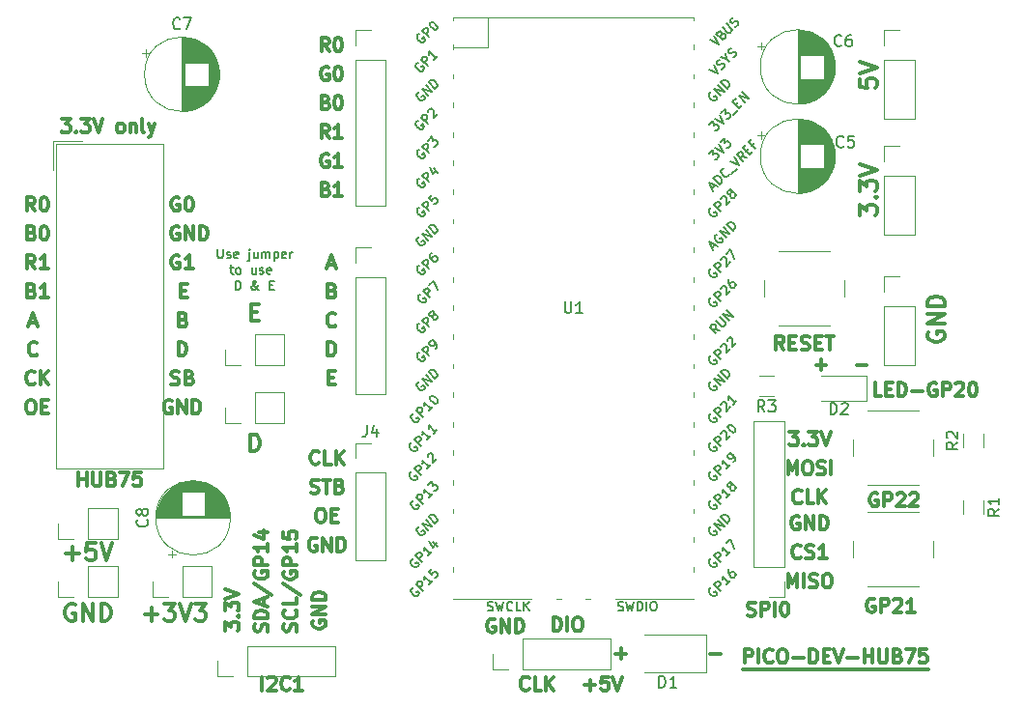
<source format=gbr>
G04 #@! TF.GenerationSoftware,KiCad,Pcbnew,5.0.2+dfsg1-1*
G04 #@! TF.CreationDate,2021-06-26T13:14:36+02:00*
G04 #@! TF.ProjectId,pico-hub75,7069636f-2d68-4756-9237-352e6b696361,rev?*
G04 #@! TF.SameCoordinates,Original*
G04 #@! TF.FileFunction,Legend,Top*
G04 #@! TF.FilePolarity,Positive*
%FSLAX46Y46*%
G04 Gerber Fmt 4.6, Leading zero omitted, Abs format (unit mm)*
G04 Created by KiCad (PCBNEW 5.0.2+dfsg1-1) date sam. 26 juin 2021 13:14:36 CEST*
%MOMM*%
%LPD*%
G01*
G04 APERTURE LIST*
%ADD10C,0.300000*%
%ADD11C,0.200000*%
%ADD12C,0.120000*%
%ADD13C,0.150000*%
%ADD14C,0.350000*%
G04 APERTURE END LIST*
D10*
X156442285Y-62334857D02*
X157185142Y-62334857D01*
X156785142Y-62792000D01*
X156956571Y-62792000D01*
X157070857Y-62849142D01*
X157128000Y-62906285D01*
X157185142Y-63020571D01*
X157185142Y-63306285D01*
X157128000Y-63420571D01*
X157070857Y-63477714D01*
X156956571Y-63534857D01*
X156613714Y-63534857D01*
X156499428Y-63477714D01*
X156442285Y-63420571D01*
X157699428Y-63420571D02*
X157756571Y-63477714D01*
X157699428Y-63534857D01*
X157642285Y-63477714D01*
X157699428Y-63420571D01*
X157699428Y-63534857D01*
X158156571Y-62334857D02*
X158899428Y-62334857D01*
X158499428Y-62792000D01*
X158670857Y-62792000D01*
X158785142Y-62849142D01*
X158842285Y-62906285D01*
X158899428Y-63020571D01*
X158899428Y-63306285D01*
X158842285Y-63420571D01*
X158785142Y-63477714D01*
X158670857Y-63534857D01*
X158328000Y-63534857D01*
X158213714Y-63477714D01*
X158156571Y-63420571D01*
X159242285Y-62334857D02*
X159642285Y-63534857D01*
X160042285Y-62334857D01*
X161528000Y-63534857D02*
X161413714Y-63477714D01*
X161356571Y-63420571D01*
X161299428Y-63306285D01*
X161299428Y-62963428D01*
X161356571Y-62849142D01*
X161413714Y-62792000D01*
X161528000Y-62734857D01*
X161699428Y-62734857D01*
X161813714Y-62792000D01*
X161870857Y-62849142D01*
X161928000Y-62963428D01*
X161928000Y-63306285D01*
X161870857Y-63420571D01*
X161813714Y-63477714D01*
X161699428Y-63534857D01*
X161528000Y-63534857D01*
X162442285Y-62734857D02*
X162442285Y-63534857D01*
X162442285Y-62849142D02*
X162499428Y-62792000D01*
X162613714Y-62734857D01*
X162785142Y-62734857D01*
X162899428Y-62792000D01*
X162956571Y-62906285D01*
X162956571Y-63534857D01*
X163699428Y-63534857D02*
X163585142Y-63477714D01*
X163528000Y-63363428D01*
X163528000Y-62334857D01*
X164042285Y-62734857D02*
X164328000Y-63534857D01*
X164613714Y-62734857D02*
X164328000Y-63534857D01*
X164213714Y-63820571D01*
X164156571Y-63877714D01*
X164042285Y-63934857D01*
X172962142Y-91483571D02*
X172962142Y-89983571D01*
X173319285Y-89983571D01*
X173533571Y-90055000D01*
X173676428Y-90197857D01*
X173747857Y-90340714D01*
X173819285Y-90626428D01*
X173819285Y-90840714D01*
X173747857Y-91126428D01*
X173676428Y-91269285D01*
X173533571Y-91412142D01*
X173319285Y-91483571D01*
X172962142Y-91483571D01*
X228298857Y-86648857D02*
X227727428Y-86648857D01*
X227727428Y-85448857D01*
X228698857Y-86020285D02*
X229098857Y-86020285D01*
X229270285Y-86648857D02*
X228698857Y-86648857D01*
X228698857Y-85448857D01*
X229270285Y-85448857D01*
X229784571Y-86648857D02*
X229784571Y-85448857D01*
X230070285Y-85448857D01*
X230241714Y-85506000D01*
X230356000Y-85620285D01*
X230413142Y-85734571D01*
X230470285Y-85963142D01*
X230470285Y-86134571D01*
X230413142Y-86363142D01*
X230356000Y-86477428D01*
X230241714Y-86591714D01*
X230070285Y-86648857D01*
X229784571Y-86648857D01*
X230984571Y-86191714D02*
X231898857Y-86191714D01*
X233098857Y-85506000D02*
X232984571Y-85448857D01*
X232813142Y-85448857D01*
X232641714Y-85506000D01*
X232527428Y-85620285D01*
X232470285Y-85734571D01*
X232413142Y-85963142D01*
X232413142Y-86134571D01*
X232470285Y-86363142D01*
X232527428Y-86477428D01*
X232641714Y-86591714D01*
X232813142Y-86648857D01*
X232927428Y-86648857D01*
X233098857Y-86591714D01*
X233156000Y-86534571D01*
X233156000Y-86134571D01*
X232927428Y-86134571D01*
X233670285Y-86648857D02*
X233670285Y-85448857D01*
X234127428Y-85448857D01*
X234241714Y-85506000D01*
X234298857Y-85563142D01*
X234356000Y-85677428D01*
X234356000Y-85848857D01*
X234298857Y-85963142D01*
X234241714Y-86020285D01*
X234127428Y-86077428D01*
X233670285Y-86077428D01*
X234813142Y-85563142D02*
X234870285Y-85506000D01*
X234984571Y-85448857D01*
X235270285Y-85448857D01*
X235384571Y-85506000D01*
X235441714Y-85563142D01*
X235498857Y-85677428D01*
X235498857Y-85791714D01*
X235441714Y-85963142D01*
X234756000Y-86648857D01*
X235498857Y-86648857D01*
X236241714Y-85448857D02*
X236356000Y-85448857D01*
X236470285Y-85506000D01*
X236527428Y-85563142D01*
X236584571Y-85677428D01*
X236641714Y-85906000D01*
X236641714Y-86191714D01*
X236584571Y-86420285D01*
X236527428Y-86534571D01*
X236470285Y-86591714D01*
X236356000Y-86648857D01*
X236241714Y-86648857D01*
X236127428Y-86591714D01*
X236070285Y-86534571D01*
X236013142Y-86420285D01*
X235956000Y-86191714D01*
X235956000Y-85906000D01*
X236013142Y-85677428D01*
X236070285Y-85563142D01*
X236127428Y-85506000D01*
X236241714Y-85448857D01*
X205008537Y-109219354D02*
X205922822Y-109219354D01*
X205465680Y-109676497D02*
X205465680Y-108762211D01*
X213273697Y-109249834D02*
X214187982Y-109249834D01*
X222554857Y-83905714D02*
X223469142Y-83905714D01*
X223012000Y-84362857D02*
X223012000Y-83448571D01*
X226110857Y-83905714D02*
X227025142Y-83905714D01*
D11*
X170116904Y-73726904D02*
X170116904Y-74374523D01*
X170155000Y-74450714D01*
X170193095Y-74488809D01*
X170269285Y-74526904D01*
X170421666Y-74526904D01*
X170497857Y-74488809D01*
X170535952Y-74450714D01*
X170574047Y-74374523D01*
X170574047Y-73726904D01*
X170916904Y-74488809D02*
X170993095Y-74526904D01*
X171145476Y-74526904D01*
X171221666Y-74488809D01*
X171259761Y-74412619D01*
X171259761Y-74374523D01*
X171221666Y-74298333D01*
X171145476Y-74260238D01*
X171031190Y-74260238D01*
X170955000Y-74222142D01*
X170916904Y-74145952D01*
X170916904Y-74107857D01*
X170955000Y-74031666D01*
X171031190Y-73993571D01*
X171145476Y-73993571D01*
X171221666Y-74031666D01*
X171907380Y-74488809D02*
X171831190Y-74526904D01*
X171678809Y-74526904D01*
X171602619Y-74488809D01*
X171564523Y-74412619D01*
X171564523Y-74107857D01*
X171602619Y-74031666D01*
X171678809Y-73993571D01*
X171831190Y-73993571D01*
X171907380Y-74031666D01*
X171945476Y-74107857D01*
X171945476Y-74184047D01*
X171564523Y-74260238D01*
X172897857Y-73993571D02*
X172897857Y-74679285D01*
X172859761Y-74755476D01*
X172783571Y-74793571D01*
X172745476Y-74793571D01*
X172897857Y-73726904D02*
X172859761Y-73765000D01*
X172897857Y-73803095D01*
X172935952Y-73765000D01*
X172897857Y-73726904D01*
X172897857Y-73803095D01*
X173621666Y-73993571D02*
X173621666Y-74526904D01*
X173278809Y-73993571D02*
X173278809Y-74412619D01*
X173316904Y-74488809D01*
X173393095Y-74526904D01*
X173507380Y-74526904D01*
X173583571Y-74488809D01*
X173621666Y-74450714D01*
X174002619Y-74526904D02*
X174002619Y-73993571D01*
X174002619Y-74069761D02*
X174040714Y-74031666D01*
X174116904Y-73993571D01*
X174231190Y-73993571D01*
X174307380Y-74031666D01*
X174345476Y-74107857D01*
X174345476Y-74526904D01*
X174345476Y-74107857D02*
X174383571Y-74031666D01*
X174459761Y-73993571D01*
X174574047Y-73993571D01*
X174650238Y-74031666D01*
X174688333Y-74107857D01*
X174688333Y-74526904D01*
X175069285Y-73993571D02*
X175069285Y-74793571D01*
X175069285Y-74031666D02*
X175145476Y-73993571D01*
X175297857Y-73993571D01*
X175374047Y-74031666D01*
X175412142Y-74069761D01*
X175450238Y-74145952D01*
X175450238Y-74374523D01*
X175412142Y-74450714D01*
X175374047Y-74488809D01*
X175297857Y-74526904D01*
X175145476Y-74526904D01*
X175069285Y-74488809D01*
X176097857Y-74488809D02*
X176021666Y-74526904D01*
X175869285Y-74526904D01*
X175793095Y-74488809D01*
X175755000Y-74412619D01*
X175755000Y-74107857D01*
X175793095Y-74031666D01*
X175869285Y-73993571D01*
X176021666Y-73993571D01*
X176097857Y-74031666D01*
X176135952Y-74107857D01*
X176135952Y-74184047D01*
X175755000Y-74260238D01*
X176478809Y-74526904D02*
X176478809Y-73993571D01*
X176478809Y-74145952D02*
X176516904Y-74069761D01*
X176555000Y-74031666D01*
X176631190Y-73993571D01*
X176707380Y-73993571D01*
X171202619Y-75393571D02*
X171507380Y-75393571D01*
X171316904Y-75126904D02*
X171316904Y-75812619D01*
X171355000Y-75888809D01*
X171431190Y-75926904D01*
X171507380Y-75926904D01*
X171888333Y-75926904D02*
X171812142Y-75888809D01*
X171774047Y-75850714D01*
X171735952Y-75774523D01*
X171735952Y-75545952D01*
X171774047Y-75469761D01*
X171812142Y-75431666D01*
X171888333Y-75393571D01*
X172002619Y-75393571D01*
X172078809Y-75431666D01*
X172116904Y-75469761D01*
X172155000Y-75545952D01*
X172155000Y-75774523D01*
X172116904Y-75850714D01*
X172078809Y-75888809D01*
X172002619Y-75926904D01*
X171888333Y-75926904D01*
X173450238Y-75393571D02*
X173450238Y-75926904D01*
X173107380Y-75393571D02*
X173107380Y-75812619D01*
X173145476Y-75888809D01*
X173221666Y-75926904D01*
X173335952Y-75926904D01*
X173412142Y-75888809D01*
X173450238Y-75850714D01*
X173793095Y-75888809D02*
X173869285Y-75926904D01*
X174021666Y-75926904D01*
X174097857Y-75888809D01*
X174135952Y-75812619D01*
X174135952Y-75774523D01*
X174097857Y-75698333D01*
X174021666Y-75660238D01*
X173907380Y-75660238D01*
X173831190Y-75622142D01*
X173793095Y-75545952D01*
X173793095Y-75507857D01*
X173831190Y-75431666D01*
X173907380Y-75393571D01*
X174021666Y-75393571D01*
X174097857Y-75431666D01*
X174783571Y-75888809D02*
X174707380Y-75926904D01*
X174555000Y-75926904D01*
X174478809Y-75888809D01*
X174440714Y-75812619D01*
X174440714Y-75507857D01*
X174478809Y-75431666D01*
X174555000Y-75393571D01*
X174707380Y-75393571D01*
X174783571Y-75431666D01*
X174821666Y-75507857D01*
X174821666Y-75584047D01*
X174440714Y-75660238D01*
X171678809Y-77326904D02*
X171678809Y-76526904D01*
X171869285Y-76526904D01*
X171983571Y-76565000D01*
X172059761Y-76641190D01*
X172097857Y-76717380D01*
X172135952Y-76869761D01*
X172135952Y-76984047D01*
X172097857Y-77136428D01*
X172059761Y-77212619D01*
X171983571Y-77288809D01*
X171869285Y-77326904D01*
X171678809Y-77326904D01*
X173735952Y-77326904D02*
X173697857Y-77326904D01*
X173621666Y-77288809D01*
X173507380Y-77174523D01*
X173316904Y-76945952D01*
X173240714Y-76831666D01*
X173202619Y-76717380D01*
X173202619Y-76641190D01*
X173240714Y-76565000D01*
X173316904Y-76526904D01*
X173355000Y-76526904D01*
X173431190Y-76565000D01*
X173469285Y-76641190D01*
X173469285Y-76679285D01*
X173431190Y-76755476D01*
X173393095Y-76793571D01*
X173164523Y-76945952D01*
X173126428Y-76984047D01*
X173088333Y-77060238D01*
X173088333Y-77174523D01*
X173126428Y-77250714D01*
X173164523Y-77288809D01*
X173240714Y-77326904D01*
X173355000Y-77326904D01*
X173431190Y-77288809D01*
X173469285Y-77250714D01*
X173583571Y-77098333D01*
X173621666Y-76984047D01*
X173621666Y-76907857D01*
X174688333Y-76907857D02*
X174955000Y-76907857D01*
X175069285Y-77326904D02*
X174688333Y-77326904D01*
X174688333Y-76526904D01*
X175069285Y-76526904D01*
D10*
X157940714Y-94522857D02*
X157940714Y-93322857D01*
X157940714Y-93894285D02*
X158626428Y-93894285D01*
X158626428Y-94522857D02*
X158626428Y-93322857D01*
X159197857Y-93322857D02*
X159197857Y-94294285D01*
X159255000Y-94408571D01*
X159312142Y-94465714D01*
X159426428Y-94522857D01*
X159655000Y-94522857D01*
X159769285Y-94465714D01*
X159826428Y-94408571D01*
X159883571Y-94294285D01*
X159883571Y-93322857D01*
X160855000Y-93894285D02*
X161026428Y-93951428D01*
X161083571Y-94008571D01*
X161140714Y-94122857D01*
X161140714Y-94294285D01*
X161083571Y-94408571D01*
X161026428Y-94465714D01*
X160912142Y-94522857D01*
X160455000Y-94522857D01*
X160455000Y-93322857D01*
X160855000Y-93322857D01*
X160969285Y-93380000D01*
X161026428Y-93437142D01*
X161083571Y-93551428D01*
X161083571Y-93665714D01*
X161026428Y-93780000D01*
X160969285Y-93837142D01*
X160855000Y-93894285D01*
X160455000Y-93894285D01*
X161540714Y-93322857D02*
X162340714Y-93322857D01*
X161826428Y-94522857D01*
X163369285Y-93322857D02*
X162797857Y-93322857D01*
X162740714Y-93894285D01*
X162797857Y-93837142D01*
X162912142Y-93780000D01*
X163197857Y-93780000D01*
X163312142Y-93837142D01*
X163369285Y-93894285D01*
X163426428Y-94008571D01*
X163426428Y-94294285D01*
X163369285Y-94408571D01*
X163312142Y-94465714D01*
X163197857Y-94522857D01*
X162912142Y-94522857D01*
X162797857Y-94465714D01*
X162740714Y-94408571D01*
X220224571Y-89766857D02*
X220967428Y-89766857D01*
X220567428Y-90224000D01*
X220738857Y-90224000D01*
X220853142Y-90281142D01*
X220910285Y-90338285D01*
X220967428Y-90452571D01*
X220967428Y-90738285D01*
X220910285Y-90852571D01*
X220853142Y-90909714D01*
X220738857Y-90966857D01*
X220396000Y-90966857D01*
X220281714Y-90909714D01*
X220224571Y-90852571D01*
X221481714Y-90852571D02*
X221538857Y-90909714D01*
X221481714Y-90966857D01*
X221424571Y-90909714D01*
X221481714Y-90852571D01*
X221481714Y-90966857D01*
X221938857Y-89766857D02*
X222681714Y-89766857D01*
X222281714Y-90224000D01*
X222453142Y-90224000D01*
X222567428Y-90281142D01*
X222624571Y-90338285D01*
X222681714Y-90452571D01*
X222681714Y-90738285D01*
X222624571Y-90852571D01*
X222567428Y-90909714D01*
X222453142Y-90966857D01*
X222110285Y-90966857D01*
X221996000Y-90909714D01*
X221938857Y-90852571D01*
X223024571Y-89766857D02*
X223424571Y-90966857D01*
X223824571Y-89766857D01*
X220110285Y-93506857D02*
X220110285Y-92306857D01*
X220510285Y-93164000D01*
X220910285Y-92306857D01*
X220910285Y-93506857D01*
X221710285Y-92306857D02*
X221938857Y-92306857D01*
X222053142Y-92364000D01*
X222167428Y-92478285D01*
X222224571Y-92706857D01*
X222224571Y-93106857D01*
X222167428Y-93335428D01*
X222053142Y-93449714D01*
X221938857Y-93506857D01*
X221710285Y-93506857D01*
X221596000Y-93449714D01*
X221481714Y-93335428D01*
X221424571Y-93106857D01*
X221424571Y-92706857D01*
X221481714Y-92478285D01*
X221596000Y-92364000D01*
X221710285Y-92306857D01*
X222681714Y-93449714D02*
X222853142Y-93506857D01*
X223138857Y-93506857D01*
X223253142Y-93449714D01*
X223310285Y-93392571D01*
X223367428Y-93278285D01*
X223367428Y-93164000D01*
X223310285Y-93049714D01*
X223253142Y-92992571D01*
X223138857Y-92935428D01*
X222910285Y-92878285D01*
X222796000Y-92821142D01*
X222738857Y-92764000D01*
X222681714Y-92649714D01*
X222681714Y-92535428D01*
X222738857Y-92421142D01*
X222796000Y-92364000D01*
X222910285Y-92306857D01*
X223196000Y-92306857D01*
X223367428Y-92364000D01*
X223881714Y-93506857D02*
X223881714Y-92306857D01*
X221281714Y-95932571D02*
X221224571Y-95989714D01*
X221053142Y-96046857D01*
X220938857Y-96046857D01*
X220767428Y-95989714D01*
X220653142Y-95875428D01*
X220596000Y-95761142D01*
X220538857Y-95532571D01*
X220538857Y-95361142D01*
X220596000Y-95132571D01*
X220653142Y-95018285D01*
X220767428Y-94904000D01*
X220938857Y-94846857D01*
X221053142Y-94846857D01*
X221224571Y-94904000D01*
X221281714Y-94961142D01*
X222367428Y-96046857D02*
X221796000Y-96046857D01*
X221796000Y-94846857D01*
X222767428Y-96046857D02*
X222767428Y-94846857D01*
X223453142Y-96046857D02*
X222938857Y-95361142D01*
X223453142Y-94846857D02*
X222767428Y-95532571D01*
X221081714Y-97190000D02*
X220967428Y-97132857D01*
X220796000Y-97132857D01*
X220624571Y-97190000D01*
X220510285Y-97304285D01*
X220453142Y-97418571D01*
X220396000Y-97647142D01*
X220396000Y-97818571D01*
X220453142Y-98047142D01*
X220510285Y-98161428D01*
X220624571Y-98275714D01*
X220796000Y-98332857D01*
X220910285Y-98332857D01*
X221081714Y-98275714D01*
X221138857Y-98218571D01*
X221138857Y-97818571D01*
X220910285Y-97818571D01*
X221653142Y-98332857D02*
X221653142Y-97132857D01*
X222338857Y-98332857D01*
X222338857Y-97132857D01*
X222910285Y-98332857D02*
X222910285Y-97132857D01*
X223196000Y-97132857D01*
X223367428Y-97190000D01*
X223481714Y-97304285D01*
X223538857Y-97418571D01*
X223596000Y-97647142D01*
X223596000Y-97818571D01*
X223538857Y-98047142D01*
X223481714Y-98161428D01*
X223367428Y-98275714D01*
X223196000Y-98332857D01*
X222910285Y-98332857D01*
X221224571Y-100758571D02*
X221167428Y-100815714D01*
X220996000Y-100872857D01*
X220881714Y-100872857D01*
X220710285Y-100815714D01*
X220596000Y-100701428D01*
X220538857Y-100587142D01*
X220481714Y-100358571D01*
X220481714Y-100187142D01*
X220538857Y-99958571D01*
X220596000Y-99844285D01*
X220710285Y-99730000D01*
X220881714Y-99672857D01*
X220996000Y-99672857D01*
X221167428Y-99730000D01*
X221224571Y-99787142D01*
X221681714Y-100815714D02*
X221853142Y-100872857D01*
X222138857Y-100872857D01*
X222253142Y-100815714D01*
X222310285Y-100758571D01*
X222367428Y-100644285D01*
X222367428Y-100530000D01*
X222310285Y-100415714D01*
X222253142Y-100358571D01*
X222138857Y-100301428D01*
X221910285Y-100244285D01*
X221796000Y-100187142D01*
X221738857Y-100130000D01*
X221681714Y-100015714D01*
X221681714Y-99901428D01*
X221738857Y-99787142D01*
X221796000Y-99730000D01*
X221910285Y-99672857D01*
X222196000Y-99672857D01*
X222367428Y-99730000D01*
X223510285Y-100872857D02*
X222824571Y-100872857D01*
X223167428Y-100872857D02*
X223167428Y-99672857D01*
X223053142Y-99844285D01*
X222938857Y-99958571D01*
X222824571Y-100015714D01*
X220110285Y-103412857D02*
X220110285Y-102212857D01*
X220510285Y-103070000D01*
X220910285Y-102212857D01*
X220910285Y-103412857D01*
X221481714Y-103412857D02*
X221481714Y-102212857D01*
X221996000Y-103355714D02*
X222167428Y-103412857D01*
X222453142Y-103412857D01*
X222567428Y-103355714D01*
X222624571Y-103298571D01*
X222681714Y-103184285D01*
X222681714Y-103070000D01*
X222624571Y-102955714D01*
X222567428Y-102898571D01*
X222453142Y-102841428D01*
X222224571Y-102784285D01*
X222110285Y-102727142D01*
X222053142Y-102670000D01*
X221996000Y-102555714D01*
X221996000Y-102441428D01*
X222053142Y-102327142D01*
X222110285Y-102270000D01*
X222224571Y-102212857D01*
X222510285Y-102212857D01*
X222681714Y-102270000D01*
X223424571Y-102212857D02*
X223653142Y-102212857D01*
X223767428Y-102270000D01*
X223881714Y-102384285D01*
X223938857Y-102612857D01*
X223938857Y-103012857D01*
X223881714Y-103241428D01*
X223767428Y-103355714D01*
X223653142Y-103412857D01*
X223424571Y-103412857D01*
X223310285Y-103355714D01*
X223196000Y-103241428D01*
X223138857Y-103012857D01*
X223138857Y-102612857D01*
X223196000Y-102384285D01*
X223310285Y-102270000D01*
X223424571Y-102212857D01*
X219745142Y-82584857D02*
X219345142Y-82013428D01*
X219059428Y-82584857D02*
X219059428Y-81384857D01*
X219516571Y-81384857D01*
X219630857Y-81442000D01*
X219688000Y-81499142D01*
X219745142Y-81613428D01*
X219745142Y-81784857D01*
X219688000Y-81899142D01*
X219630857Y-81956285D01*
X219516571Y-82013428D01*
X219059428Y-82013428D01*
X220259428Y-81956285D02*
X220659428Y-81956285D01*
X220830857Y-82584857D02*
X220259428Y-82584857D01*
X220259428Y-81384857D01*
X220830857Y-81384857D01*
X221288000Y-82527714D02*
X221459428Y-82584857D01*
X221745142Y-82584857D01*
X221859428Y-82527714D01*
X221916571Y-82470571D01*
X221973714Y-82356285D01*
X221973714Y-82242000D01*
X221916571Y-82127714D01*
X221859428Y-82070571D01*
X221745142Y-82013428D01*
X221516571Y-81956285D01*
X221402285Y-81899142D01*
X221345142Y-81842000D01*
X221288000Y-81727714D01*
X221288000Y-81613428D01*
X221345142Y-81499142D01*
X221402285Y-81442000D01*
X221516571Y-81384857D01*
X221802285Y-81384857D01*
X221973714Y-81442000D01*
X222488000Y-81956285D02*
X222888000Y-81956285D01*
X223059428Y-82584857D02*
X222488000Y-82584857D01*
X222488000Y-81384857D01*
X223059428Y-81384857D01*
X223402285Y-81384857D02*
X224088000Y-81384857D01*
X223745142Y-82584857D02*
X223745142Y-81384857D01*
X178790714Y-99095000D02*
X178676428Y-99037857D01*
X178505000Y-99037857D01*
X178333571Y-99095000D01*
X178219285Y-99209285D01*
X178162142Y-99323571D01*
X178105000Y-99552142D01*
X178105000Y-99723571D01*
X178162142Y-99952142D01*
X178219285Y-100066428D01*
X178333571Y-100180714D01*
X178505000Y-100237857D01*
X178619285Y-100237857D01*
X178790714Y-100180714D01*
X178847857Y-100123571D01*
X178847857Y-99723571D01*
X178619285Y-99723571D01*
X179362142Y-100237857D02*
X179362142Y-99037857D01*
X180047857Y-100237857D01*
X180047857Y-99037857D01*
X180619285Y-100237857D02*
X180619285Y-99037857D01*
X180905000Y-99037857D01*
X181076428Y-99095000D01*
X181190714Y-99209285D01*
X181247857Y-99323571D01*
X181305000Y-99552142D01*
X181305000Y-99723571D01*
X181247857Y-99952142D01*
X181190714Y-100066428D01*
X181076428Y-100180714D01*
X180905000Y-100237857D01*
X180619285Y-100237857D01*
X179047857Y-96497857D02*
X179276428Y-96497857D01*
X179390714Y-96555000D01*
X179505000Y-96669285D01*
X179562142Y-96897857D01*
X179562142Y-97297857D01*
X179505000Y-97526428D01*
X179390714Y-97640714D01*
X179276428Y-97697857D01*
X179047857Y-97697857D01*
X178933571Y-97640714D01*
X178819285Y-97526428D01*
X178762142Y-97297857D01*
X178762142Y-96897857D01*
X178819285Y-96669285D01*
X178933571Y-96555000D01*
X179047857Y-96497857D01*
X180076428Y-97069285D02*
X180476428Y-97069285D01*
X180647857Y-97697857D02*
X180076428Y-97697857D01*
X180076428Y-96497857D01*
X180647857Y-96497857D01*
X178305000Y-95100714D02*
X178476428Y-95157857D01*
X178762142Y-95157857D01*
X178876428Y-95100714D01*
X178933571Y-95043571D01*
X178990714Y-94929285D01*
X178990714Y-94815000D01*
X178933571Y-94700714D01*
X178876428Y-94643571D01*
X178762142Y-94586428D01*
X178533571Y-94529285D01*
X178419285Y-94472142D01*
X178362142Y-94415000D01*
X178305000Y-94300714D01*
X178305000Y-94186428D01*
X178362142Y-94072142D01*
X178419285Y-94015000D01*
X178533571Y-93957857D01*
X178819285Y-93957857D01*
X178990714Y-94015000D01*
X179333571Y-93957857D02*
X180019285Y-93957857D01*
X179676428Y-95157857D02*
X179676428Y-93957857D01*
X180819285Y-94529285D02*
X180990714Y-94586428D01*
X181047857Y-94643571D01*
X181105000Y-94757857D01*
X181105000Y-94929285D01*
X181047857Y-95043571D01*
X180990714Y-95100714D01*
X180876428Y-95157857D01*
X180419285Y-95157857D01*
X180419285Y-93957857D01*
X180819285Y-93957857D01*
X180933571Y-94015000D01*
X180990714Y-94072142D01*
X181047857Y-94186428D01*
X181047857Y-94300714D01*
X180990714Y-94415000D01*
X180933571Y-94472142D01*
X180819285Y-94529285D01*
X180419285Y-94529285D01*
X178990714Y-92503571D02*
X178933571Y-92560714D01*
X178762142Y-92617857D01*
X178647857Y-92617857D01*
X178476428Y-92560714D01*
X178362142Y-92446428D01*
X178305000Y-92332142D01*
X178247857Y-92103571D01*
X178247857Y-91932142D01*
X178305000Y-91703571D01*
X178362142Y-91589285D01*
X178476428Y-91475000D01*
X178647857Y-91417857D01*
X178762142Y-91417857D01*
X178933571Y-91475000D01*
X178990714Y-91532142D01*
X180076428Y-92617857D02*
X179505000Y-92617857D01*
X179505000Y-91417857D01*
X180476428Y-92617857D02*
X180476428Y-91417857D01*
X181162142Y-92617857D02*
X180647857Y-91932142D01*
X181162142Y-91417857D02*
X180476428Y-92103571D01*
X179828857Y-85004285D02*
X180228857Y-85004285D01*
X180400285Y-85632857D02*
X179828857Y-85632857D01*
X179828857Y-84432857D01*
X180400285Y-84432857D01*
X179771714Y-83092857D02*
X179771714Y-81892857D01*
X180057428Y-81892857D01*
X180228857Y-81950000D01*
X180343142Y-82064285D01*
X180400285Y-82178571D01*
X180457428Y-82407142D01*
X180457428Y-82578571D01*
X180400285Y-82807142D01*
X180343142Y-82921428D01*
X180228857Y-83035714D01*
X180057428Y-83092857D01*
X179771714Y-83092857D01*
X180457428Y-80438571D02*
X180400285Y-80495714D01*
X180228857Y-80552857D01*
X180114571Y-80552857D01*
X179943142Y-80495714D01*
X179828857Y-80381428D01*
X179771714Y-80267142D01*
X179714571Y-80038571D01*
X179714571Y-79867142D01*
X179771714Y-79638571D01*
X179828857Y-79524285D01*
X179943142Y-79410000D01*
X180114571Y-79352857D01*
X180228857Y-79352857D01*
X180400285Y-79410000D01*
X180457428Y-79467142D01*
X180171714Y-77384285D02*
X180343142Y-77441428D01*
X180400285Y-77498571D01*
X180457428Y-77612857D01*
X180457428Y-77784285D01*
X180400285Y-77898571D01*
X180343142Y-77955714D01*
X180228857Y-78012857D01*
X179771714Y-78012857D01*
X179771714Y-76812857D01*
X180171714Y-76812857D01*
X180286000Y-76870000D01*
X180343142Y-76927142D01*
X180400285Y-77041428D01*
X180400285Y-77155714D01*
X180343142Y-77270000D01*
X180286000Y-77327142D01*
X180171714Y-77384285D01*
X179771714Y-77384285D01*
X179800285Y-75130000D02*
X180371714Y-75130000D01*
X179686000Y-75472857D02*
X180086000Y-74272857D01*
X180486000Y-75472857D01*
X179600285Y-68494285D02*
X179771714Y-68551428D01*
X179828857Y-68608571D01*
X179886000Y-68722857D01*
X179886000Y-68894285D01*
X179828857Y-69008571D01*
X179771714Y-69065714D01*
X179657428Y-69122857D01*
X179200285Y-69122857D01*
X179200285Y-67922857D01*
X179600285Y-67922857D01*
X179714571Y-67980000D01*
X179771714Y-68037142D01*
X179828857Y-68151428D01*
X179828857Y-68265714D01*
X179771714Y-68380000D01*
X179714571Y-68437142D01*
X179600285Y-68494285D01*
X179200285Y-68494285D01*
X181028857Y-69122857D02*
X180343142Y-69122857D01*
X180686000Y-69122857D02*
X180686000Y-67922857D01*
X180571714Y-68094285D01*
X180457428Y-68208571D01*
X180343142Y-68265714D01*
X179828857Y-65440000D02*
X179714571Y-65382857D01*
X179543142Y-65382857D01*
X179371714Y-65440000D01*
X179257428Y-65554285D01*
X179200285Y-65668571D01*
X179143142Y-65897142D01*
X179143142Y-66068571D01*
X179200285Y-66297142D01*
X179257428Y-66411428D01*
X179371714Y-66525714D01*
X179543142Y-66582857D01*
X179657428Y-66582857D01*
X179828857Y-66525714D01*
X179886000Y-66468571D01*
X179886000Y-66068571D01*
X179657428Y-66068571D01*
X181028857Y-66582857D02*
X180343142Y-66582857D01*
X180686000Y-66582857D02*
X180686000Y-65382857D01*
X180571714Y-65554285D01*
X180457428Y-65668571D01*
X180343142Y-65725714D01*
X179886000Y-64042857D02*
X179486000Y-63471428D01*
X179200285Y-64042857D02*
X179200285Y-62842857D01*
X179657428Y-62842857D01*
X179771714Y-62900000D01*
X179828857Y-62957142D01*
X179886000Y-63071428D01*
X179886000Y-63242857D01*
X179828857Y-63357142D01*
X179771714Y-63414285D01*
X179657428Y-63471428D01*
X179200285Y-63471428D01*
X181028857Y-64042857D02*
X180343142Y-64042857D01*
X180686000Y-64042857D02*
X180686000Y-62842857D01*
X180571714Y-63014285D01*
X180457428Y-63128571D01*
X180343142Y-63185714D01*
X179600285Y-60874285D02*
X179771714Y-60931428D01*
X179828857Y-60988571D01*
X179886000Y-61102857D01*
X179886000Y-61274285D01*
X179828857Y-61388571D01*
X179771714Y-61445714D01*
X179657428Y-61502857D01*
X179200285Y-61502857D01*
X179200285Y-60302857D01*
X179600285Y-60302857D01*
X179714571Y-60360000D01*
X179771714Y-60417142D01*
X179828857Y-60531428D01*
X179828857Y-60645714D01*
X179771714Y-60760000D01*
X179714571Y-60817142D01*
X179600285Y-60874285D01*
X179200285Y-60874285D01*
X180628857Y-60302857D02*
X180743142Y-60302857D01*
X180857428Y-60360000D01*
X180914571Y-60417142D01*
X180971714Y-60531428D01*
X181028857Y-60760000D01*
X181028857Y-61045714D01*
X180971714Y-61274285D01*
X180914571Y-61388571D01*
X180857428Y-61445714D01*
X180743142Y-61502857D01*
X180628857Y-61502857D01*
X180514571Y-61445714D01*
X180457428Y-61388571D01*
X180400285Y-61274285D01*
X180343142Y-61045714D01*
X180343142Y-60760000D01*
X180400285Y-60531428D01*
X180457428Y-60417142D01*
X180514571Y-60360000D01*
X180628857Y-60302857D01*
X179828857Y-57820000D02*
X179714571Y-57762857D01*
X179543142Y-57762857D01*
X179371714Y-57820000D01*
X179257428Y-57934285D01*
X179200285Y-58048571D01*
X179143142Y-58277142D01*
X179143142Y-58448571D01*
X179200285Y-58677142D01*
X179257428Y-58791428D01*
X179371714Y-58905714D01*
X179543142Y-58962857D01*
X179657428Y-58962857D01*
X179828857Y-58905714D01*
X179886000Y-58848571D01*
X179886000Y-58448571D01*
X179657428Y-58448571D01*
X180628857Y-57762857D02*
X180743142Y-57762857D01*
X180857428Y-57820000D01*
X180914571Y-57877142D01*
X180971714Y-57991428D01*
X181028857Y-58220000D01*
X181028857Y-58505714D01*
X180971714Y-58734285D01*
X180914571Y-58848571D01*
X180857428Y-58905714D01*
X180743142Y-58962857D01*
X180628857Y-58962857D01*
X180514571Y-58905714D01*
X180457428Y-58848571D01*
X180400285Y-58734285D01*
X180343142Y-58505714D01*
X180343142Y-58220000D01*
X180400285Y-57991428D01*
X180457428Y-57877142D01*
X180514571Y-57820000D01*
X180628857Y-57762857D01*
X179886000Y-56422857D02*
X179486000Y-55851428D01*
X179200285Y-56422857D02*
X179200285Y-55222857D01*
X179657428Y-55222857D01*
X179771714Y-55280000D01*
X179828857Y-55337142D01*
X179886000Y-55451428D01*
X179886000Y-55622857D01*
X179828857Y-55737142D01*
X179771714Y-55794285D01*
X179657428Y-55851428D01*
X179200285Y-55851428D01*
X180628857Y-55222857D02*
X180743142Y-55222857D01*
X180857428Y-55280000D01*
X180914571Y-55337142D01*
X180971714Y-55451428D01*
X181028857Y-55680000D01*
X181028857Y-55965714D01*
X180971714Y-56194285D01*
X180914571Y-56308571D01*
X180857428Y-56365714D01*
X180743142Y-56422857D01*
X180628857Y-56422857D01*
X180514571Y-56365714D01*
X180457428Y-56308571D01*
X180400285Y-56194285D01*
X180343142Y-55965714D01*
X180343142Y-55680000D01*
X180400285Y-55451428D01*
X180457428Y-55337142D01*
X180514571Y-55280000D01*
X180628857Y-55222857D01*
X216563800Y-105849994D02*
X216735228Y-105907137D01*
X217020942Y-105907137D01*
X217135228Y-105849994D01*
X217192371Y-105792851D01*
X217249514Y-105678565D01*
X217249514Y-105564280D01*
X217192371Y-105449994D01*
X217135228Y-105392851D01*
X217020942Y-105335708D01*
X216792371Y-105278565D01*
X216678085Y-105221422D01*
X216620942Y-105164280D01*
X216563800Y-105049994D01*
X216563800Y-104935708D01*
X216620942Y-104821422D01*
X216678085Y-104764280D01*
X216792371Y-104707137D01*
X217078085Y-104707137D01*
X217249514Y-104764280D01*
X217763800Y-105907137D02*
X217763800Y-104707137D01*
X218220942Y-104707137D01*
X218335228Y-104764280D01*
X218392371Y-104821422D01*
X218449514Y-104935708D01*
X218449514Y-105107137D01*
X218392371Y-105221422D01*
X218335228Y-105278565D01*
X218220942Y-105335708D01*
X217763800Y-105335708D01*
X218963800Y-105907137D02*
X218963800Y-104707137D01*
X219763800Y-104707137D02*
X219878085Y-104707137D01*
X219992371Y-104764280D01*
X220049514Y-104821422D01*
X220106657Y-104935708D01*
X220163800Y-105164280D01*
X220163800Y-105449994D01*
X220106657Y-105678565D01*
X220049514Y-105792851D01*
X219992371Y-105849994D01*
X219878085Y-105907137D01*
X219763800Y-105907137D01*
X219649514Y-105849994D01*
X219592371Y-105792851D01*
X219535228Y-105678565D01*
X219478085Y-105449994D01*
X219478085Y-105164280D01*
X219535228Y-104935708D01*
X219592371Y-104821422D01*
X219649514Y-104764280D01*
X219763800Y-104707137D01*
X166090714Y-87030000D02*
X165976428Y-86972857D01*
X165805000Y-86972857D01*
X165633571Y-87030000D01*
X165519285Y-87144285D01*
X165462142Y-87258571D01*
X165405000Y-87487142D01*
X165405000Y-87658571D01*
X165462142Y-87887142D01*
X165519285Y-88001428D01*
X165633571Y-88115714D01*
X165805000Y-88172857D01*
X165919285Y-88172857D01*
X166090714Y-88115714D01*
X166147857Y-88058571D01*
X166147857Y-87658571D01*
X165919285Y-87658571D01*
X166662142Y-88172857D02*
X166662142Y-86972857D01*
X167347857Y-88172857D01*
X167347857Y-86972857D01*
X167919285Y-88172857D02*
X167919285Y-86972857D01*
X168205000Y-86972857D01*
X168376428Y-87030000D01*
X168490714Y-87144285D01*
X168547857Y-87258571D01*
X168605000Y-87487142D01*
X168605000Y-87658571D01*
X168547857Y-87887142D01*
X168490714Y-88001428D01*
X168376428Y-88115714D01*
X168205000Y-88172857D01*
X167919285Y-88172857D01*
X166725714Y-71790000D02*
X166611428Y-71732857D01*
X166440000Y-71732857D01*
X166268571Y-71790000D01*
X166154285Y-71904285D01*
X166097142Y-72018571D01*
X166040000Y-72247142D01*
X166040000Y-72418571D01*
X166097142Y-72647142D01*
X166154285Y-72761428D01*
X166268571Y-72875714D01*
X166440000Y-72932857D01*
X166554285Y-72932857D01*
X166725714Y-72875714D01*
X166782857Y-72818571D01*
X166782857Y-72418571D01*
X166554285Y-72418571D01*
X167297142Y-72932857D02*
X167297142Y-71732857D01*
X167982857Y-72932857D01*
X167982857Y-71732857D01*
X168554285Y-72932857D02*
X168554285Y-71732857D01*
X168840000Y-71732857D01*
X169011428Y-71790000D01*
X169125714Y-71904285D01*
X169182857Y-72018571D01*
X169240000Y-72247142D01*
X169240000Y-72418571D01*
X169182857Y-72647142D01*
X169125714Y-72761428D01*
X169011428Y-72875714D01*
X168840000Y-72932857D01*
X168554285Y-72932857D01*
X166062142Y-85575714D02*
X166233571Y-85632857D01*
X166519285Y-85632857D01*
X166633571Y-85575714D01*
X166690714Y-85518571D01*
X166747857Y-85404285D01*
X166747857Y-85290000D01*
X166690714Y-85175714D01*
X166633571Y-85118571D01*
X166519285Y-85061428D01*
X166290714Y-85004285D01*
X166176428Y-84947142D01*
X166119285Y-84890000D01*
X166062142Y-84775714D01*
X166062142Y-84661428D01*
X166119285Y-84547142D01*
X166176428Y-84490000D01*
X166290714Y-84432857D01*
X166576428Y-84432857D01*
X166747857Y-84490000D01*
X167662142Y-85004285D02*
X167833571Y-85061428D01*
X167890714Y-85118571D01*
X167947857Y-85232857D01*
X167947857Y-85404285D01*
X167890714Y-85518571D01*
X167833571Y-85575714D01*
X167719285Y-85632857D01*
X167262142Y-85632857D01*
X167262142Y-84432857D01*
X167662142Y-84432857D01*
X167776428Y-84490000D01*
X167833571Y-84547142D01*
X167890714Y-84661428D01*
X167890714Y-84775714D01*
X167833571Y-84890000D01*
X167776428Y-84947142D01*
X167662142Y-85004285D01*
X167262142Y-85004285D01*
X166690714Y-83092857D02*
X166690714Y-81892857D01*
X166976428Y-81892857D01*
X167147857Y-81950000D01*
X167262142Y-82064285D01*
X167319285Y-82178571D01*
X167376428Y-82407142D01*
X167376428Y-82578571D01*
X167319285Y-82807142D01*
X167262142Y-82921428D01*
X167147857Y-83035714D01*
X166976428Y-83092857D01*
X166690714Y-83092857D01*
X167090714Y-79924285D02*
X167262142Y-79981428D01*
X167319285Y-80038571D01*
X167376428Y-80152857D01*
X167376428Y-80324285D01*
X167319285Y-80438571D01*
X167262142Y-80495714D01*
X167147857Y-80552857D01*
X166690714Y-80552857D01*
X166690714Y-79352857D01*
X167090714Y-79352857D01*
X167205000Y-79410000D01*
X167262142Y-79467142D01*
X167319285Y-79581428D01*
X167319285Y-79695714D01*
X167262142Y-79810000D01*
X167205000Y-79867142D01*
X167090714Y-79924285D01*
X166690714Y-79924285D01*
X166874857Y-77384285D02*
X167274857Y-77384285D01*
X167446285Y-78012857D02*
X166874857Y-78012857D01*
X166874857Y-76812857D01*
X167446285Y-76812857D01*
X166747857Y-74330000D02*
X166633571Y-74272857D01*
X166462142Y-74272857D01*
X166290714Y-74330000D01*
X166176428Y-74444285D01*
X166119285Y-74558571D01*
X166062142Y-74787142D01*
X166062142Y-74958571D01*
X166119285Y-75187142D01*
X166176428Y-75301428D01*
X166290714Y-75415714D01*
X166462142Y-75472857D01*
X166576428Y-75472857D01*
X166747857Y-75415714D01*
X166805000Y-75358571D01*
X166805000Y-74958571D01*
X166576428Y-74958571D01*
X167947857Y-75472857D02*
X167262142Y-75472857D01*
X167605000Y-75472857D02*
X167605000Y-74272857D01*
X167490714Y-74444285D01*
X167376428Y-74558571D01*
X167262142Y-74615714D01*
X166747857Y-69250000D02*
X166633571Y-69192857D01*
X166462142Y-69192857D01*
X166290714Y-69250000D01*
X166176428Y-69364285D01*
X166119285Y-69478571D01*
X166062142Y-69707142D01*
X166062142Y-69878571D01*
X166119285Y-70107142D01*
X166176428Y-70221428D01*
X166290714Y-70335714D01*
X166462142Y-70392857D01*
X166576428Y-70392857D01*
X166747857Y-70335714D01*
X166805000Y-70278571D01*
X166805000Y-69878571D01*
X166576428Y-69878571D01*
X167547857Y-69192857D02*
X167662142Y-69192857D01*
X167776428Y-69250000D01*
X167833571Y-69307142D01*
X167890714Y-69421428D01*
X167947857Y-69650000D01*
X167947857Y-69935714D01*
X167890714Y-70164285D01*
X167833571Y-70278571D01*
X167776428Y-70335714D01*
X167662142Y-70392857D01*
X167547857Y-70392857D01*
X167433571Y-70335714D01*
X167376428Y-70278571D01*
X167319285Y-70164285D01*
X167262142Y-69935714D01*
X167262142Y-69650000D01*
X167319285Y-69421428D01*
X167376428Y-69307142D01*
X167433571Y-69250000D01*
X167547857Y-69192857D01*
X153647857Y-86972857D02*
X153876428Y-86972857D01*
X153990714Y-87030000D01*
X154105000Y-87144285D01*
X154162142Y-87372857D01*
X154162142Y-87772857D01*
X154105000Y-88001428D01*
X153990714Y-88115714D01*
X153876428Y-88172857D01*
X153647857Y-88172857D01*
X153533571Y-88115714D01*
X153419285Y-88001428D01*
X153362142Y-87772857D01*
X153362142Y-87372857D01*
X153419285Y-87144285D01*
X153533571Y-87030000D01*
X153647857Y-86972857D01*
X154676428Y-87544285D02*
X155076428Y-87544285D01*
X155247857Y-88172857D02*
X154676428Y-88172857D01*
X154676428Y-86972857D01*
X155247857Y-86972857D01*
X154076428Y-85518571D02*
X154019285Y-85575714D01*
X153847857Y-85632857D01*
X153733571Y-85632857D01*
X153562142Y-85575714D01*
X153447857Y-85461428D01*
X153390714Y-85347142D01*
X153333571Y-85118571D01*
X153333571Y-84947142D01*
X153390714Y-84718571D01*
X153447857Y-84604285D01*
X153562142Y-84490000D01*
X153733571Y-84432857D01*
X153847857Y-84432857D01*
X154019285Y-84490000D01*
X154076428Y-84547142D01*
X154590714Y-85632857D02*
X154590714Y-84432857D01*
X155276428Y-85632857D02*
X154762142Y-84947142D01*
X155276428Y-84432857D02*
X154590714Y-85118571D01*
X154295428Y-82978571D02*
X154238285Y-83035714D01*
X154066857Y-83092857D01*
X153952571Y-83092857D01*
X153781142Y-83035714D01*
X153666857Y-82921428D01*
X153609714Y-82807142D01*
X153552571Y-82578571D01*
X153552571Y-82407142D01*
X153609714Y-82178571D01*
X153666857Y-82064285D01*
X153781142Y-81950000D01*
X153952571Y-81892857D01*
X154066857Y-81892857D01*
X154238285Y-81950000D01*
X154295428Y-82007142D01*
X153638285Y-80210000D02*
X154209714Y-80210000D01*
X153524000Y-80552857D02*
X153924000Y-79352857D01*
X154324000Y-80552857D01*
X153819285Y-77384285D02*
X153990714Y-77441428D01*
X154047857Y-77498571D01*
X154105000Y-77612857D01*
X154105000Y-77784285D01*
X154047857Y-77898571D01*
X153990714Y-77955714D01*
X153876428Y-78012857D01*
X153419285Y-78012857D01*
X153419285Y-76812857D01*
X153819285Y-76812857D01*
X153933571Y-76870000D01*
X153990714Y-76927142D01*
X154047857Y-77041428D01*
X154047857Y-77155714D01*
X153990714Y-77270000D01*
X153933571Y-77327142D01*
X153819285Y-77384285D01*
X153419285Y-77384285D01*
X155247857Y-78012857D02*
X154562142Y-78012857D01*
X154905000Y-78012857D02*
X154905000Y-76812857D01*
X154790714Y-76984285D01*
X154676428Y-77098571D01*
X154562142Y-77155714D01*
X154105000Y-75472857D02*
X153705000Y-74901428D01*
X153419285Y-75472857D02*
X153419285Y-74272857D01*
X153876428Y-74272857D01*
X153990714Y-74330000D01*
X154047857Y-74387142D01*
X154105000Y-74501428D01*
X154105000Y-74672857D01*
X154047857Y-74787142D01*
X153990714Y-74844285D01*
X153876428Y-74901428D01*
X153419285Y-74901428D01*
X155247857Y-75472857D02*
X154562142Y-75472857D01*
X154905000Y-75472857D02*
X154905000Y-74272857D01*
X154790714Y-74444285D01*
X154676428Y-74558571D01*
X154562142Y-74615714D01*
X153819285Y-72304285D02*
X153990714Y-72361428D01*
X154047857Y-72418571D01*
X154105000Y-72532857D01*
X154105000Y-72704285D01*
X154047857Y-72818571D01*
X153990714Y-72875714D01*
X153876428Y-72932857D01*
X153419285Y-72932857D01*
X153419285Y-71732857D01*
X153819285Y-71732857D01*
X153933571Y-71790000D01*
X153990714Y-71847142D01*
X154047857Y-71961428D01*
X154047857Y-72075714D01*
X153990714Y-72190000D01*
X153933571Y-72247142D01*
X153819285Y-72304285D01*
X153419285Y-72304285D01*
X154847857Y-71732857D02*
X154962142Y-71732857D01*
X155076428Y-71790000D01*
X155133571Y-71847142D01*
X155190714Y-71961428D01*
X155247857Y-72190000D01*
X155247857Y-72475714D01*
X155190714Y-72704285D01*
X155133571Y-72818571D01*
X155076428Y-72875714D01*
X154962142Y-72932857D01*
X154847857Y-72932857D01*
X154733571Y-72875714D01*
X154676428Y-72818571D01*
X154619285Y-72704285D01*
X154562142Y-72475714D01*
X154562142Y-72190000D01*
X154619285Y-71961428D01*
X154676428Y-71847142D01*
X154733571Y-71790000D01*
X154847857Y-71732857D01*
X154105000Y-70392857D02*
X153705000Y-69821428D01*
X153419285Y-70392857D02*
X153419285Y-69192857D01*
X153876428Y-69192857D01*
X153990714Y-69250000D01*
X154047857Y-69307142D01*
X154105000Y-69421428D01*
X154105000Y-69592857D01*
X154047857Y-69707142D01*
X153990714Y-69764285D01*
X153876428Y-69821428D01*
X153419285Y-69821428D01*
X154847857Y-69192857D02*
X154962142Y-69192857D01*
X155076428Y-69250000D01*
X155133571Y-69307142D01*
X155190714Y-69421428D01*
X155247857Y-69650000D01*
X155247857Y-69935714D01*
X155190714Y-70164285D01*
X155133571Y-70278571D01*
X155076428Y-70335714D01*
X154962142Y-70392857D01*
X154847857Y-70392857D01*
X154733571Y-70335714D01*
X154676428Y-70278571D01*
X154619285Y-70164285D01*
X154562142Y-69935714D01*
X154562142Y-69650000D01*
X154619285Y-69421428D01*
X154676428Y-69307142D01*
X154733571Y-69250000D01*
X154847857Y-69192857D01*
X227679428Y-104429000D02*
X227565142Y-104371857D01*
X227393714Y-104371857D01*
X227222285Y-104429000D01*
X227108000Y-104543285D01*
X227050857Y-104657571D01*
X226993714Y-104886142D01*
X226993714Y-105057571D01*
X227050857Y-105286142D01*
X227108000Y-105400428D01*
X227222285Y-105514714D01*
X227393714Y-105571857D01*
X227508000Y-105571857D01*
X227679428Y-105514714D01*
X227736571Y-105457571D01*
X227736571Y-105057571D01*
X227508000Y-105057571D01*
X228250857Y-105571857D02*
X228250857Y-104371857D01*
X228708000Y-104371857D01*
X228822285Y-104429000D01*
X228879428Y-104486142D01*
X228936571Y-104600428D01*
X228936571Y-104771857D01*
X228879428Y-104886142D01*
X228822285Y-104943285D01*
X228708000Y-105000428D01*
X228250857Y-105000428D01*
X229393714Y-104486142D02*
X229450857Y-104429000D01*
X229565142Y-104371857D01*
X229850857Y-104371857D01*
X229965142Y-104429000D01*
X230022285Y-104486142D01*
X230079428Y-104600428D01*
X230079428Y-104714714D01*
X230022285Y-104886142D01*
X229336571Y-105571857D01*
X230079428Y-105571857D01*
X231222285Y-105571857D02*
X230536571Y-105571857D01*
X230879428Y-105571857D02*
X230879428Y-104371857D01*
X230765142Y-104543285D01*
X230650857Y-104657571D01*
X230536571Y-104714714D01*
X227958828Y-95178320D02*
X227844542Y-95121177D01*
X227673114Y-95121177D01*
X227501685Y-95178320D01*
X227387400Y-95292605D01*
X227330257Y-95406891D01*
X227273114Y-95635462D01*
X227273114Y-95806891D01*
X227330257Y-96035462D01*
X227387400Y-96149748D01*
X227501685Y-96264034D01*
X227673114Y-96321177D01*
X227787400Y-96321177D01*
X227958828Y-96264034D01*
X228015971Y-96206891D01*
X228015971Y-95806891D01*
X227787400Y-95806891D01*
X228530257Y-96321177D02*
X228530257Y-95121177D01*
X228987400Y-95121177D01*
X229101685Y-95178320D01*
X229158828Y-95235462D01*
X229215971Y-95349748D01*
X229215971Y-95521177D01*
X229158828Y-95635462D01*
X229101685Y-95692605D01*
X228987400Y-95749748D01*
X228530257Y-95749748D01*
X229673114Y-95235462D02*
X229730257Y-95178320D01*
X229844542Y-95121177D01*
X230130257Y-95121177D01*
X230244542Y-95178320D01*
X230301685Y-95235462D01*
X230358828Y-95349748D01*
X230358828Y-95464034D01*
X230301685Y-95635462D01*
X229615971Y-96321177D01*
X230358828Y-96321177D01*
X230815971Y-95235462D02*
X230873114Y-95178320D01*
X230987400Y-95121177D01*
X231273114Y-95121177D01*
X231387400Y-95178320D01*
X231444542Y-95235462D01*
X231501685Y-95349748D01*
X231501685Y-95464034D01*
X231444542Y-95635462D01*
X230758828Y-96321177D01*
X231501685Y-96321177D01*
X202292142Y-111972714D02*
X203206428Y-111972714D01*
X202749285Y-112429857D02*
X202749285Y-111515571D01*
X204349285Y-111229857D02*
X203777857Y-111229857D01*
X203720714Y-111801285D01*
X203777857Y-111744142D01*
X203892142Y-111687000D01*
X204177857Y-111687000D01*
X204292142Y-111744142D01*
X204349285Y-111801285D01*
X204406428Y-111915571D01*
X204406428Y-112201285D01*
X204349285Y-112315571D01*
X204292142Y-112372714D01*
X204177857Y-112429857D01*
X203892142Y-112429857D01*
X203777857Y-112372714D01*
X203720714Y-112315571D01*
X204749285Y-111229857D02*
X205149285Y-112429857D01*
X205549285Y-111229857D01*
X199558428Y-107222857D02*
X199558428Y-106022857D01*
X199844142Y-106022857D01*
X200015571Y-106080000D01*
X200129857Y-106194285D01*
X200187000Y-106308571D01*
X200244142Y-106537142D01*
X200244142Y-106708571D01*
X200187000Y-106937142D01*
X200129857Y-107051428D01*
X200015571Y-107165714D01*
X199844142Y-107222857D01*
X199558428Y-107222857D01*
X200758428Y-107222857D02*
X200758428Y-106022857D01*
X201558428Y-106022857D02*
X201787000Y-106022857D01*
X201901285Y-106080000D01*
X202015571Y-106194285D01*
X202072714Y-106422857D01*
X202072714Y-106822857D01*
X202015571Y-107051428D01*
X201901285Y-107165714D01*
X201787000Y-107222857D01*
X201558428Y-107222857D01*
X201444142Y-107165714D01*
X201329857Y-107051428D01*
X201272714Y-106822857D01*
X201272714Y-106422857D01*
X201329857Y-106194285D01*
X201444142Y-106080000D01*
X201558428Y-106022857D01*
X197405714Y-112315571D02*
X197348571Y-112372714D01*
X197177142Y-112429857D01*
X197062857Y-112429857D01*
X196891428Y-112372714D01*
X196777142Y-112258428D01*
X196720000Y-112144142D01*
X196662857Y-111915571D01*
X196662857Y-111744142D01*
X196720000Y-111515571D01*
X196777142Y-111401285D01*
X196891428Y-111287000D01*
X197062857Y-111229857D01*
X197177142Y-111229857D01*
X197348571Y-111287000D01*
X197405714Y-111344142D01*
X198491428Y-112429857D02*
X197920000Y-112429857D01*
X197920000Y-111229857D01*
X198891428Y-112429857D02*
X198891428Y-111229857D01*
X199577142Y-112429857D02*
X199062857Y-111744142D01*
X199577142Y-111229857D02*
X198891428Y-111915571D01*
X194411714Y-106207000D02*
X194297428Y-106149857D01*
X194126000Y-106149857D01*
X193954571Y-106207000D01*
X193840285Y-106321285D01*
X193783142Y-106435571D01*
X193726000Y-106664142D01*
X193726000Y-106835571D01*
X193783142Y-107064142D01*
X193840285Y-107178428D01*
X193954571Y-107292714D01*
X194126000Y-107349857D01*
X194240285Y-107349857D01*
X194411714Y-107292714D01*
X194468857Y-107235571D01*
X194468857Y-106835571D01*
X194240285Y-106835571D01*
X194983142Y-107349857D02*
X194983142Y-106149857D01*
X195668857Y-107349857D01*
X195668857Y-106149857D01*
X196240285Y-107349857D02*
X196240285Y-106149857D01*
X196526000Y-106149857D01*
X196697428Y-106207000D01*
X196811714Y-106321285D01*
X196868857Y-106435571D01*
X196926000Y-106664142D01*
X196926000Y-106835571D01*
X196868857Y-107064142D01*
X196811714Y-107178428D01*
X196697428Y-107292714D01*
X196526000Y-107349857D01*
X196240285Y-107349857D01*
X178470000Y-106324285D02*
X178412857Y-106438571D01*
X178412857Y-106610000D01*
X178470000Y-106781428D01*
X178584285Y-106895714D01*
X178698571Y-106952857D01*
X178927142Y-107010000D01*
X179098571Y-107010000D01*
X179327142Y-106952857D01*
X179441428Y-106895714D01*
X179555714Y-106781428D01*
X179612857Y-106610000D01*
X179612857Y-106495714D01*
X179555714Y-106324285D01*
X179498571Y-106267142D01*
X179098571Y-106267142D01*
X179098571Y-106495714D01*
X179612857Y-105752857D02*
X178412857Y-105752857D01*
X179612857Y-105067142D01*
X178412857Y-105067142D01*
X179612857Y-104495714D02*
X178412857Y-104495714D01*
X178412857Y-104210000D01*
X178470000Y-104038571D01*
X178584285Y-103924285D01*
X178698571Y-103867142D01*
X178927142Y-103810000D01*
X179098571Y-103810000D01*
X179327142Y-103867142D01*
X179441428Y-103924285D01*
X179555714Y-104038571D01*
X179612857Y-104210000D01*
X179612857Y-104495714D01*
X170792857Y-107181428D02*
X170792857Y-106438571D01*
X171250000Y-106838571D01*
X171250000Y-106667142D01*
X171307142Y-106552857D01*
X171364285Y-106495714D01*
X171478571Y-106438571D01*
X171764285Y-106438571D01*
X171878571Y-106495714D01*
X171935714Y-106552857D01*
X171992857Y-106667142D01*
X171992857Y-107010000D01*
X171935714Y-107124285D01*
X171878571Y-107181428D01*
X171878571Y-105924285D02*
X171935714Y-105867142D01*
X171992857Y-105924285D01*
X171935714Y-105981428D01*
X171878571Y-105924285D01*
X171992857Y-105924285D01*
X170792857Y-105467142D02*
X170792857Y-104724285D01*
X171250000Y-105124285D01*
X171250000Y-104952857D01*
X171307142Y-104838571D01*
X171364285Y-104781428D01*
X171478571Y-104724285D01*
X171764285Y-104724285D01*
X171878571Y-104781428D01*
X171935714Y-104838571D01*
X171992857Y-104952857D01*
X171992857Y-105295714D01*
X171935714Y-105410000D01*
X171878571Y-105467142D01*
X170792857Y-104381428D02*
X171992857Y-103981428D01*
X170792857Y-103581428D01*
X174025142Y-112429857D02*
X174025142Y-111229857D01*
X174539428Y-111344142D02*
X174596571Y-111287000D01*
X174710857Y-111229857D01*
X174996571Y-111229857D01*
X175110857Y-111287000D01*
X175168000Y-111344142D01*
X175225142Y-111458428D01*
X175225142Y-111572714D01*
X175168000Y-111744142D01*
X174482285Y-112429857D01*
X175225142Y-112429857D01*
X176425142Y-112315571D02*
X176368000Y-112372714D01*
X176196571Y-112429857D01*
X176082285Y-112429857D01*
X175910857Y-112372714D01*
X175796571Y-112258428D01*
X175739428Y-112144142D01*
X175682285Y-111915571D01*
X175682285Y-111744142D01*
X175739428Y-111515571D01*
X175796571Y-111401285D01*
X175910857Y-111287000D01*
X176082285Y-111229857D01*
X176196571Y-111229857D01*
X176368000Y-111287000D01*
X176425142Y-111344142D01*
X177568000Y-112429857D02*
X176882285Y-112429857D01*
X177225142Y-112429857D02*
X177225142Y-111229857D01*
X177110857Y-111401285D01*
X176996571Y-111515571D01*
X176882285Y-111572714D01*
X177015714Y-107270000D02*
X177072857Y-107098571D01*
X177072857Y-106812857D01*
X177015714Y-106698571D01*
X176958571Y-106641428D01*
X176844285Y-106584285D01*
X176730000Y-106584285D01*
X176615714Y-106641428D01*
X176558571Y-106698571D01*
X176501428Y-106812857D01*
X176444285Y-107041428D01*
X176387142Y-107155714D01*
X176330000Y-107212857D01*
X176215714Y-107270000D01*
X176101428Y-107270000D01*
X175987142Y-107212857D01*
X175930000Y-107155714D01*
X175872857Y-107041428D01*
X175872857Y-106755714D01*
X175930000Y-106584285D01*
X176958571Y-105384285D02*
X177015714Y-105441428D01*
X177072857Y-105612857D01*
X177072857Y-105727142D01*
X177015714Y-105898571D01*
X176901428Y-106012857D01*
X176787142Y-106070000D01*
X176558571Y-106127142D01*
X176387142Y-106127142D01*
X176158571Y-106070000D01*
X176044285Y-106012857D01*
X175930000Y-105898571D01*
X175872857Y-105727142D01*
X175872857Y-105612857D01*
X175930000Y-105441428D01*
X175987142Y-105384285D01*
X177072857Y-104298571D02*
X177072857Y-104870000D01*
X175872857Y-104870000D01*
X175815714Y-103041428D02*
X177358571Y-104070000D01*
X175930000Y-102012857D02*
X175872857Y-102127142D01*
X175872857Y-102298571D01*
X175930000Y-102470000D01*
X176044285Y-102584285D01*
X176158571Y-102641428D01*
X176387142Y-102698571D01*
X176558571Y-102698571D01*
X176787142Y-102641428D01*
X176901428Y-102584285D01*
X177015714Y-102470000D01*
X177072857Y-102298571D01*
X177072857Y-102184285D01*
X177015714Y-102012857D01*
X176958571Y-101955714D01*
X176558571Y-101955714D01*
X176558571Y-102184285D01*
X177072857Y-101441428D02*
X175872857Y-101441428D01*
X175872857Y-100984285D01*
X175930000Y-100870000D01*
X175987142Y-100812857D01*
X176101428Y-100755714D01*
X176272857Y-100755714D01*
X176387142Y-100812857D01*
X176444285Y-100870000D01*
X176501428Y-100984285D01*
X176501428Y-101441428D01*
X177072857Y-99612857D02*
X177072857Y-100298571D01*
X177072857Y-99955714D02*
X175872857Y-99955714D01*
X176044285Y-100070000D01*
X176158571Y-100184285D01*
X176215714Y-100298571D01*
X175872857Y-98527142D02*
X175872857Y-99098571D01*
X176444285Y-99155714D01*
X176387142Y-99098571D01*
X176330000Y-98984285D01*
X176330000Y-98698571D01*
X176387142Y-98584285D01*
X176444285Y-98527142D01*
X176558571Y-98470000D01*
X176844285Y-98470000D01*
X176958571Y-98527142D01*
X177015714Y-98584285D01*
X177072857Y-98698571D01*
X177072857Y-98984285D01*
X177015714Y-99098571D01*
X176958571Y-99155714D01*
X174475714Y-107298571D02*
X174532857Y-107127142D01*
X174532857Y-106841428D01*
X174475714Y-106727142D01*
X174418571Y-106670000D01*
X174304285Y-106612857D01*
X174190000Y-106612857D01*
X174075714Y-106670000D01*
X174018571Y-106727142D01*
X173961428Y-106841428D01*
X173904285Y-107070000D01*
X173847142Y-107184285D01*
X173790000Y-107241428D01*
X173675714Y-107298571D01*
X173561428Y-107298571D01*
X173447142Y-107241428D01*
X173390000Y-107184285D01*
X173332857Y-107070000D01*
X173332857Y-106784285D01*
X173390000Y-106612857D01*
X174532857Y-106098571D02*
X173332857Y-106098571D01*
X173332857Y-105812857D01*
X173390000Y-105641428D01*
X173504285Y-105527142D01*
X173618571Y-105470000D01*
X173847142Y-105412857D01*
X174018571Y-105412857D01*
X174247142Y-105470000D01*
X174361428Y-105527142D01*
X174475714Y-105641428D01*
X174532857Y-105812857D01*
X174532857Y-106098571D01*
X174190000Y-104955714D02*
X174190000Y-104384285D01*
X174532857Y-105070000D02*
X173332857Y-104670000D01*
X174532857Y-104270000D01*
X173275714Y-103012857D02*
X174818571Y-104041428D01*
X173390000Y-101984285D02*
X173332857Y-102098571D01*
X173332857Y-102270000D01*
X173390000Y-102441428D01*
X173504285Y-102555714D01*
X173618571Y-102612857D01*
X173847142Y-102670000D01*
X174018571Y-102670000D01*
X174247142Y-102612857D01*
X174361428Y-102555714D01*
X174475714Y-102441428D01*
X174532857Y-102270000D01*
X174532857Y-102155714D01*
X174475714Y-101984285D01*
X174418571Y-101927142D01*
X174018571Y-101927142D01*
X174018571Y-102155714D01*
X174532857Y-101412857D02*
X173332857Y-101412857D01*
X173332857Y-100955714D01*
X173390000Y-100841428D01*
X173447142Y-100784285D01*
X173561428Y-100727142D01*
X173732857Y-100727142D01*
X173847142Y-100784285D01*
X173904285Y-100841428D01*
X173961428Y-100955714D01*
X173961428Y-101412857D01*
X174532857Y-99584285D02*
X174532857Y-100270000D01*
X174532857Y-99927142D02*
X173332857Y-99927142D01*
X173504285Y-100041428D01*
X173618571Y-100155714D01*
X173675714Y-100270000D01*
X173732857Y-98555714D02*
X174532857Y-98555714D01*
X173275714Y-98841428D02*
X174132857Y-99127142D01*
X174132857Y-98384285D01*
X232422000Y-81025857D02*
X232350571Y-81168714D01*
X232350571Y-81383000D01*
X232422000Y-81597285D01*
X232564857Y-81740142D01*
X232707714Y-81811571D01*
X232993428Y-81883000D01*
X233207714Y-81883000D01*
X233493428Y-81811571D01*
X233636285Y-81740142D01*
X233779142Y-81597285D01*
X233850571Y-81383000D01*
X233850571Y-81240142D01*
X233779142Y-81025857D01*
X233707714Y-80954428D01*
X233207714Y-80954428D01*
X233207714Y-81240142D01*
X233850571Y-80311571D02*
X232350571Y-80311571D01*
X233850571Y-79454428D01*
X232350571Y-79454428D01*
X233850571Y-78740142D02*
X232350571Y-78740142D01*
X232350571Y-78383000D01*
X232422000Y-78168714D01*
X232564857Y-78025857D01*
X232707714Y-77954428D01*
X232993428Y-77883000D01*
X233207714Y-77883000D01*
X233493428Y-77954428D01*
X233636285Y-78025857D01*
X233779142Y-78168714D01*
X233850571Y-78383000D01*
X233850571Y-78740142D01*
X226381571Y-70794285D02*
X226381571Y-69865714D01*
X226953000Y-70365714D01*
X226953000Y-70151428D01*
X227024428Y-70008571D01*
X227095857Y-69937142D01*
X227238714Y-69865714D01*
X227595857Y-69865714D01*
X227738714Y-69937142D01*
X227810142Y-70008571D01*
X227881571Y-70151428D01*
X227881571Y-70580000D01*
X227810142Y-70722857D01*
X227738714Y-70794285D01*
X227738714Y-69222857D02*
X227810142Y-69151428D01*
X227881571Y-69222857D01*
X227810142Y-69294285D01*
X227738714Y-69222857D01*
X227881571Y-69222857D01*
X226381571Y-68651428D02*
X226381571Y-67722857D01*
X226953000Y-68222857D01*
X226953000Y-68008571D01*
X227024428Y-67865714D01*
X227095857Y-67794285D01*
X227238714Y-67722857D01*
X227595857Y-67722857D01*
X227738714Y-67794285D01*
X227810142Y-67865714D01*
X227881571Y-68008571D01*
X227881571Y-68437142D01*
X227810142Y-68580000D01*
X227738714Y-68651428D01*
X226381571Y-67294285D02*
X227881571Y-66794285D01*
X226381571Y-66294285D01*
X226381571Y-58832714D02*
X226381571Y-59547000D01*
X227095857Y-59618428D01*
X227024428Y-59547000D01*
X226953000Y-59404142D01*
X226953000Y-59047000D01*
X227024428Y-58904142D01*
X227095857Y-58832714D01*
X227238714Y-58761285D01*
X227595857Y-58761285D01*
X227738714Y-58832714D01*
X227810142Y-58904142D01*
X227881571Y-59047000D01*
X227881571Y-59404142D01*
X227810142Y-59547000D01*
X227738714Y-59618428D01*
X226381571Y-58332714D02*
X227881571Y-57832714D01*
X226381571Y-57332714D01*
X173033571Y-79267857D02*
X173533571Y-79267857D01*
X173747857Y-80053571D02*
X173033571Y-80053571D01*
X173033571Y-78553571D01*
X173747857Y-78553571D01*
X216179400Y-110566200D02*
X232410000Y-110566200D01*
X216310571Y-110016857D02*
X216310571Y-108816857D01*
X216767714Y-108816857D01*
X216882000Y-108874000D01*
X216939142Y-108931142D01*
X216996285Y-109045428D01*
X216996285Y-109216857D01*
X216939142Y-109331142D01*
X216882000Y-109388285D01*
X216767714Y-109445428D01*
X216310571Y-109445428D01*
X217510571Y-110016857D02*
X217510571Y-108816857D01*
X218767714Y-109902571D02*
X218710571Y-109959714D01*
X218539142Y-110016857D01*
X218424857Y-110016857D01*
X218253428Y-109959714D01*
X218139142Y-109845428D01*
X218082000Y-109731142D01*
X218024857Y-109502571D01*
X218024857Y-109331142D01*
X218082000Y-109102571D01*
X218139142Y-108988285D01*
X218253428Y-108874000D01*
X218424857Y-108816857D01*
X218539142Y-108816857D01*
X218710571Y-108874000D01*
X218767714Y-108931142D01*
X219510571Y-108816857D02*
X219739142Y-108816857D01*
X219853428Y-108874000D01*
X219967714Y-108988285D01*
X220024857Y-109216857D01*
X220024857Y-109616857D01*
X219967714Y-109845428D01*
X219853428Y-109959714D01*
X219739142Y-110016857D01*
X219510571Y-110016857D01*
X219396285Y-109959714D01*
X219282000Y-109845428D01*
X219224857Y-109616857D01*
X219224857Y-109216857D01*
X219282000Y-108988285D01*
X219396285Y-108874000D01*
X219510571Y-108816857D01*
X220539142Y-109559714D02*
X221453428Y-109559714D01*
X222024857Y-110016857D02*
X222024857Y-108816857D01*
X222310571Y-108816857D01*
X222482000Y-108874000D01*
X222596285Y-108988285D01*
X222653428Y-109102571D01*
X222710571Y-109331142D01*
X222710571Y-109502571D01*
X222653428Y-109731142D01*
X222596285Y-109845428D01*
X222482000Y-109959714D01*
X222310571Y-110016857D01*
X222024857Y-110016857D01*
X223224857Y-109388285D02*
X223624857Y-109388285D01*
X223796285Y-110016857D02*
X223224857Y-110016857D01*
X223224857Y-108816857D01*
X223796285Y-108816857D01*
X224139142Y-108816857D02*
X224539142Y-110016857D01*
X224939142Y-108816857D01*
X225339142Y-109559714D02*
X226253428Y-109559714D01*
X226824857Y-110016857D02*
X226824857Y-108816857D01*
X226824857Y-109388285D02*
X227510571Y-109388285D01*
X227510571Y-110016857D02*
X227510571Y-108816857D01*
X228082000Y-108816857D02*
X228082000Y-109788285D01*
X228139142Y-109902571D01*
X228196285Y-109959714D01*
X228310571Y-110016857D01*
X228539142Y-110016857D01*
X228653428Y-109959714D01*
X228710571Y-109902571D01*
X228767714Y-109788285D01*
X228767714Y-108816857D01*
X229739142Y-109388285D02*
X229910571Y-109445428D01*
X229967714Y-109502571D01*
X230024857Y-109616857D01*
X230024857Y-109788285D01*
X229967714Y-109902571D01*
X229910571Y-109959714D01*
X229796285Y-110016857D01*
X229339142Y-110016857D01*
X229339142Y-108816857D01*
X229739142Y-108816857D01*
X229853428Y-108874000D01*
X229910571Y-108931142D01*
X229967714Y-109045428D01*
X229967714Y-109159714D01*
X229910571Y-109274000D01*
X229853428Y-109331142D01*
X229739142Y-109388285D01*
X229339142Y-109388285D01*
X230424857Y-108816857D02*
X231224857Y-108816857D01*
X230710571Y-110016857D01*
X232253428Y-108816857D02*
X231682000Y-108816857D01*
X231624857Y-109388285D01*
X231682000Y-109331142D01*
X231796285Y-109274000D01*
X232082000Y-109274000D01*
X232196285Y-109331142D01*
X232253428Y-109388285D01*
X232310571Y-109502571D01*
X232310571Y-109788285D01*
X232253428Y-109902571D01*
X232196285Y-109959714D01*
X232082000Y-110016857D01*
X231796285Y-110016857D01*
X231682000Y-109959714D01*
X231624857Y-109902571D01*
D12*
G04 #@! TO.C,J1*
X165330000Y-64500000D02*
X165330000Y-92980000D01*
X165330000Y-92980000D02*
X155980000Y-92980000D01*
X155980000Y-92980000D02*
X155980000Y-64500000D01*
X155980000Y-64500000D02*
X165330000Y-64500000D01*
X155730000Y-64250000D02*
X155730000Y-66790000D01*
X155730000Y-64250000D02*
X158270000Y-64250000D01*
G04 #@! TO.C,U1*
X202395000Y-104400000D02*
X202795000Y-104400000D01*
X199795000Y-104400000D02*
X200195000Y-104400000D01*
X211795000Y-104400000D02*
X204995000Y-104400000D01*
X211795000Y-94000000D02*
X211795000Y-94400000D01*
X211795000Y-86300000D02*
X211795000Y-86700000D01*
X211795000Y-60900000D02*
X211795000Y-61300000D01*
X211795000Y-53400000D02*
X211795000Y-53700000D01*
X211795000Y-76200000D02*
X211795000Y-76600000D01*
X211795000Y-91400000D02*
X211795000Y-91800000D01*
X211795000Y-71100000D02*
X211795000Y-71500000D01*
X211795000Y-66000000D02*
X211795000Y-66400000D01*
X211795000Y-78700000D02*
X211795000Y-79100000D01*
X211795000Y-83800000D02*
X211795000Y-84200000D01*
X211795000Y-99000000D02*
X211795000Y-99400000D01*
X211795000Y-101600000D02*
X211795000Y-102000000D01*
X211795000Y-96500000D02*
X211795000Y-96900000D01*
X211795000Y-63500000D02*
X211795000Y-63900000D01*
X211795000Y-55800000D02*
X211795000Y-56200000D01*
X211795000Y-58400000D02*
X211795000Y-58800000D01*
X211795000Y-88900000D02*
X211795000Y-89300000D01*
X211795000Y-81200000D02*
X211795000Y-81600000D01*
X211795000Y-73600000D02*
X211795000Y-74000000D01*
X211795000Y-68500000D02*
X211795000Y-68900000D01*
X190795000Y-101600000D02*
X190795000Y-102000000D01*
X190795000Y-99000000D02*
X190795000Y-99400000D01*
X190795000Y-96500000D02*
X190795000Y-96900000D01*
X190795000Y-94000000D02*
X190795000Y-94400000D01*
X190795000Y-91400000D02*
X190795000Y-91800000D01*
X190795000Y-88900000D02*
X190795000Y-89300000D01*
X190795000Y-86300000D02*
X190795000Y-86700000D01*
X190795000Y-83800000D02*
X190795000Y-84200000D01*
X190795000Y-81200000D02*
X190795000Y-81600000D01*
X190795000Y-78700000D02*
X190795000Y-79100000D01*
X190795000Y-76200000D02*
X190795000Y-76600000D01*
X190795000Y-73600000D02*
X190795000Y-74000000D01*
X190795000Y-71100000D02*
X190795000Y-71500000D01*
X190795000Y-68500000D02*
X190795000Y-68900000D01*
X190795000Y-66000000D02*
X190795000Y-66400000D01*
X190795000Y-63500000D02*
X190795000Y-63900000D01*
X190795000Y-60900000D02*
X190795000Y-61300000D01*
X190795000Y-58400000D02*
X190795000Y-58800000D01*
X190795000Y-55800000D02*
X190795000Y-56200000D01*
X190795000Y-53400000D02*
X190795000Y-53700000D01*
X193802000Y-56067000D02*
X193802000Y-53400000D01*
X190795000Y-56067000D02*
X193802000Y-56067000D01*
X197595000Y-104400000D02*
X190795000Y-104400000D01*
X190795000Y-53400000D02*
X211795000Y-53400000D01*
G04 #@! TO.C,JP1*
X175955000Y-83880000D02*
X175955000Y-81220000D01*
X173355000Y-83880000D02*
X175955000Y-83880000D01*
X173355000Y-81220000D02*
X175955000Y-81220000D01*
X173355000Y-83880000D02*
X173355000Y-81220000D01*
X172085000Y-83880000D02*
X170755000Y-83880000D01*
X170755000Y-83880000D02*
X170755000Y-82550000D01*
G04 #@! TO.C,D1*
X212950000Y-110870000D02*
X212950000Y-107570000D01*
X212950000Y-107570000D02*
X207550000Y-107570000D01*
X212950000Y-110870000D02*
X207550000Y-110870000D01*
G04 #@! TO.C,J2*
X182185000Y-54550000D02*
X183515000Y-54550000D01*
X182185000Y-55880000D02*
X182185000Y-54550000D01*
X182185000Y-57150000D02*
X184845000Y-57150000D01*
X184845000Y-57150000D02*
X184845000Y-69910000D01*
X182185000Y-57150000D02*
X182185000Y-69910000D01*
X182185000Y-69910000D02*
X184845000Y-69910000D01*
G04 #@! TO.C,J3*
X182185000Y-86420000D02*
X184845000Y-86420000D01*
X182185000Y-76200000D02*
X182185000Y-86420000D01*
X184845000Y-76200000D02*
X184845000Y-86420000D01*
X182185000Y-76200000D02*
X184845000Y-76200000D01*
X182185000Y-74930000D02*
X182185000Y-73600000D01*
X182185000Y-73600000D02*
X183515000Y-73600000D01*
G04 #@! TO.C,J5*
X219770000Y-88840000D02*
X217110000Y-88840000D01*
X219770000Y-101600000D02*
X219770000Y-88840000D01*
X217110000Y-101600000D02*
X217110000Y-88840000D01*
X219770000Y-101600000D02*
X217110000Y-101600000D01*
X219770000Y-102870000D02*
X219770000Y-104200000D01*
X219770000Y-104200000D02*
X218440000Y-104200000D01*
G04 #@! TO.C,J6*
X228540000Y-83880000D02*
X231200000Y-83880000D01*
X228540000Y-78740000D02*
X228540000Y-83880000D01*
X231200000Y-78740000D02*
X231200000Y-83880000D01*
X228540000Y-78740000D02*
X231200000Y-78740000D01*
X228540000Y-77470000D02*
X228540000Y-76140000D01*
X228540000Y-76140000D02*
X229870000Y-76140000D01*
G04 #@! TO.C,J7*
X228540000Y-54550000D02*
X229870000Y-54550000D01*
X228540000Y-55880000D02*
X228540000Y-54550000D01*
X228540000Y-57150000D02*
X231200000Y-57150000D01*
X231200000Y-57150000D02*
X231200000Y-62290000D01*
X228540000Y-57150000D02*
X228540000Y-62290000D01*
X228540000Y-62290000D02*
X231200000Y-62290000D01*
G04 #@! TO.C,J8*
X228540000Y-72450000D02*
X231200000Y-72450000D01*
X228540000Y-67310000D02*
X228540000Y-72450000D01*
X231200000Y-67310000D02*
X231200000Y-72450000D01*
X228540000Y-67310000D02*
X231200000Y-67310000D01*
X228540000Y-66040000D02*
X228540000Y-64710000D01*
X228540000Y-64710000D02*
X229870000Y-64710000D01*
G04 #@! TO.C,J9*
X180400000Y-111185000D02*
X180400000Y-108525000D01*
X172720000Y-111185000D02*
X180400000Y-111185000D01*
X172720000Y-108525000D02*
X180400000Y-108525000D01*
X172720000Y-111185000D02*
X172720000Y-108525000D01*
X171450000Y-111185000D02*
X170120000Y-111185000D01*
X170120000Y-111185000D02*
X170120000Y-109855000D01*
G04 #@! TO.C,J10*
X194250000Y-110550000D02*
X194250000Y-109220000D01*
X195580000Y-110550000D02*
X194250000Y-110550000D01*
X196850000Y-110550000D02*
X196850000Y-107890000D01*
X196850000Y-107890000D02*
X204530000Y-107890000D01*
X196850000Y-110550000D02*
X204530000Y-110550000D01*
X204530000Y-110550000D02*
X204530000Y-107890000D01*
G04 #@! TO.C,SW1*
X223790000Y-73930000D02*
X219290000Y-73930000D01*
X225040000Y-77930000D02*
X225040000Y-76430000D01*
X219290000Y-80430000D02*
X223790000Y-80430000D01*
X218040000Y-76430000D02*
X218040000Y-77930000D01*
G04 #@! TO.C,SW2*
X232810000Y-91900000D02*
X232810000Y-90400000D01*
X231560000Y-87900000D02*
X227060000Y-87900000D01*
X225810000Y-90400000D02*
X225810000Y-91900000D01*
X227060000Y-94400000D02*
X231560000Y-94400000D01*
G04 #@! TO.C,SW3*
X227060000Y-103290000D02*
X231560000Y-103290000D01*
X225810000Y-99290000D02*
X225810000Y-100790000D01*
X231560000Y-96790000D02*
X227060000Y-96790000D01*
X232810000Y-100790000D02*
X232810000Y-99290000D01*
G04 #@! TO.C,C5*
X224230000Y-65598040D02*
G75*
G03X224230000Y-65598040I-3270000J0D01*
G01*
X220960000Y-62368040D02*
X220960000Y-68828040D01*
X221000000Y-62368040D02*
X221000000Y-68828040D01*
X221040000Y-62368040D02*
X221040000Y-68828040D01*
X221080000Y-62370040D02*
X221080000Y-68826040D01*
X221120000Y-62371040D02*
X221120000Y-68825040D01*
X221160000Y-62374040D02*
X221160000Y-68822040D01*
X221200000Y-62376040D02*
X221200000Y-64558040D01*
X221200000Y-66638040D02*
X221200000Y-68820040D01*
X221240000Y-62380040D02*
X221240000Y-64558040D01*
X221240000Y-66638040D02*
X221240000Y-68816040D01*
X221280000Y-62383040D02*
X221280000Y-64558040D01*
X221280000Y-66638040D02*
X221280000Y-68813040D01*
X221320000Y-62387040D02*
X221320000Y-64558040D01*
X221320000Y-66638040D02*
X221320000Y-68809040D01*
X221360000Y-62392040D02*
X221360000Y-64558040D01*
X221360000Y-66638040D02*
X221360000Y-68804040D01*
X221400000Y-62397040D02*
X221400000Y-64558040D01*
X221400000Y-66638040D02*
X221400000Y-68799040D01*
X221440000Y-62403040D02*
X221440000Y-64558040D01*
X221440000Y-66638040D02*
X221440000Y-68793040D01*
X221480000Y-62409040D02*
X221480000Y-64558040D01*
X221480000Y-66638040D02*
X221480000Y-68787040D01*
X221520000Y-62416040D02*
X221520000Y-64558040D01*
X221520000Y-66638040D02*
X221520000Y-68780040D01*
X221560000Y-62423040D02*
X221560000Y-64558040D01*
X221560000Y-66638040D02*
X221560000Y-68773040D01*
X221600000Y-62431040D02*
X221600000Y-64558040D01*
X221600000Y-66638040D02*
X221600000Y-68765040D01*
X221640000Y-62439040D02*
X221640000Y-64558040D01*
X221640000Y-66638040D02*
X221640000Y-68757040D01*
X221681000Y-62448040D02*
X221681000Y-64558040D01*
X221681000Y-66638040D02*
X221681000Y-68748040D01*
X221721000Y-62457040D02*
X221721000Y-64558040D01*
X221721000Y-66638040D02*
X221721000Y-68739040D01*
X221761000Y-62467040D02*
X221761000Y-64558040D01*
X221761000Y-66638040D02*
X221761000Y-68729040D01*
X221801000Y-62477040D02*
X221801000Y-64558040D01*
X221801000Y-66638040D02*
X221801000Y-68719040D01*
X221841000Y-62488040D02*
X221841000Y-64558040D01*
X221841000Y-66638040D02*
X221841000Y-68708040D01*
X221881000Y-62500040D02*
X221881000Y-64558040D01*
X221881000Y-66638040D02*
X221881000Y-68696040D01*
X221921000Y-62512040D02*
X221921000Y-64558040D01*
X221921000Y-66638040D02*
X221921000Y-68684040D01*
X221961000Y-62524040D02*
X221961000Y-64558040D01*
X221961000Y-66638040D02*
X221961000Y-68672040D01*
X222001000Y-62537040D02*
X222001000Y-64558040D01*
X222001000Y-66638040D02*
X222001000Y-68659040D01*
X222041000Y-62551040D02*
X222041000Y-64558040D01*
X222041000Y-66638040D02*
X222041000Y-68645040D01*
X222081000Y-62565040D02*
X222081000Y-64558040D01*
X222081000Y-66638040D02*
X222081000Y-68631040D01*
X222121000Y-62580040D02*
X222121000Y-64558040D01*
X222121000Y-66638040D02*
X222121000Y-68616040D01*
X222161000Y-62596040D02*
X222161000Y-64558040D01*
X222161000Y-66638040D02*
X222161000Y-68600040D01*
X222201000Y-62612040D02*
X222201000Y-64558040D01*
X222201000Y-66638040D02*
X222201000Y-68584040D01*
X222241000Y-62628040D02*
X222241000Y-64558040D01*
X222241000Y-66638040D02*
X222241000Y-68568040D01*
X222281000Y-62646040D02*
X222281000Y-64558040D01*
X222281000Y-66638040D02*
X222281000Y-68550040D01*
X222321000Y-62664040D02*
X222321000Y-64558040D01*
X222321000Y-66638040D02*
X222321000Y-68532040D01*
X222361000Y-62682040D02*
X222361000Y-64558040D01*
X222361000Y-66638040D02*
X222361000Y-68514040D01*
X222401000Y-62702040D02*
X222401000Y-64558040D01*
X222401000Y-66638040D02*
X222401000Y-68494040D01*
X222441000Y-62722040D02*
X222441000Y-64558040D01*
X222441000Y-66638040D02*
X222441000Y-68474040D01*
X222481000Y-62742040D02*
X222481000Y-64558040D01*
X222481000Y-66638040D02*
X222481000Y-68454040D01*
X222521000Y-62764040D02*
X222521000Y-64558040D01*
X222521000Y-66638040D02*
X222521000Y-68432040D01*
X222561000Y-62786040D02*
X222561000Y-64558040D01*
X222561000Y-66638040D02*
X222561000Y-68410040D01*
X222601000Y-62808040D02*
X222601000Y-64558040D01*
X222601000Y-66638040D02*
X222601000Y-68388040D01*
X222641000Y-62832040D02*
X222641000Y-64558040D01*
X222641000Y-66638040D02*
X222641000Y-68364040D01*
X222681000Y-62856040D02*
X222681000Y-64558040D01*
X222681000Y-66638040D02*
X222681000Y-68340040D01*
X222721000Y-62882040D02*
X222721000Y-64558040D01*
X222721000Y-66638040D02*
X222721000Y-68314040D01*
X222761000Y-62908040D02*
X222761000Y-64558040D01*
X222761000Y-66638040D02*
X222761000Y-68288040D01*
X222801000Y-62934040D02*
X222801000Y-64558040D01*
X222801000Y-66638040D02*
X222801000Y-68262040D01*
X222841000Y-62962040D02*
X222841000Y-64558040D01*
X222841000Y-66638040D02*
X222841000Y-68234040D01*
X222881000Y-62991040D02*
X222881000Y-64558040D01*
X222881000Y-66638040D02*
X222881000Y-68205040D01*
X222921000Y-63020040D02*
X222921000Y-64558040D01*
X222921000Y-66638040D02*
X222921000Y-68176040D01*
X222961000Y-63050040D02*
X222961000Y-64558040D01*
X222961000Y-66638040D02*
X222961000Y-68146040D01*
X223001000Y-63082040D02*
X223001000Y-64558040D01*
X223001000Y-66638040D02*
X223001000Y-68114040D01*
X223041000Y-63114040D02*
X223041000Y-64558040D01*
X223041000Y-66638040D02*
X223041000Y-68082040D01*
X223081000Y-63148040D02*
X223081000Y-64558040D01*
X223081000Y-66638040D02*
X223081000Y-68048040D01*
X223121000Y-63182040D02*
X223121000Y-64558040D01*
X223121000Y-66638040D02*
X223121000Y-68014040D01*
X223161000Y-63218040D02*
X223161000Y-64558040D01*
X223161000Y-66638040D02*
X223161000Y-67978040D01*
X223201000Y-63255040D02*
X223201000Y-64558040D01*
X223201000Y-66638040D02*
X223201000Y-67941040D01*
X223241000Y-63293040D02*
X223241000Y-64558040D01*
X223241000Y-66638040D02*
X223241000Y-67903040D01*
X223281000Y-63333040D02*
X223281000Y-67863040D01*
X223321000Y-63374040D02*
X223321000Y-67822040D01*
X223361000Y-63416040D02*
X223361000Y-67780040D01*
X223401000Y-63461040D02*
X223401000Y-67735040D01*
X223441000Y-63506040D02*
X223441000Y-67690040D01*
X223481000Y-63554040D02*
X223481000Y-67642040D01*
X223521000Y-63603040D02*
X223521000Y-67593040D01*
X223561000Y-63654040D02*
X223561000Y-67542040D01*
X223601000Y-63708040D02*
X223601000Y-67488040D01*
X223641000Y-63764040D02*
X223641000Y-67432040D01*
X223681000Y-63822040D02*
X223681000Y-67374040D01*
X223721000Y-63884040D02*
X223721000Y-67312040D01*
X223761000Y-63948040D02*
X223761000Y-67248040D01*
X223801000Y-64017040D02*
X223801000Y-67179040D01*
X223841000Y-64089040D02*
X223841000Y-67107040D01*
X223881000Y-64166040D02*
X223881000Y-67030040D01*
X223921000Y-64248040D02*
X223921000Y-66948040D01*
X223961000Y-64336040D02*
X223961000Y-66860040D01*
X224001000Y-64433040D02*
X224001000Y-66763040D01*
X224041000Y-64539040D02*
X224041000Y-66657040D01*
X224081000Y-64658040D02*
X224081000Y-66538040D01*
X224121000Y-64796040D02*
X224121000Y-66400040D01*
X224161000Y-64965040D02*
X224161000Y-66231040D01*
X224201000Y-65196040D02*
X224201000Y-66000040D01*
X217459759Y-63759040D02*
X218089759Y-63759040D01*
X217774759Y-63444040D02*
X217774759Y-64074040D01*
G04 #@! TO.C,C6*
X217774759Y-55631000D02*
X217774759Y-56261000D01*
X217459759Y-55946000D02*
X218089759Y-55946000D01*
X224201000Y-57383000D02*
X224201000Y-58187000D01*
X224161000Y-57152000D02*
X224161000Y-58418000D01*
X224121000Y-56983000D02*
X224121000Y-58587000D01*
X224081000Y-56845000D02*
X224081000Y-58725000D01*
X224041000Y-56726000D02*
X224041000Y-58844000D01*
X224001000Y-56620000D02*
X224001000Y-58950000D01*
X223961000Y-56523000D02*
X223961000Y-59047000D01*
X223921000Y-56435000D02*
X223921000Y-59135000D01*
X223881000Y-56353000D02*
X223881000Y-59217000D01*
X223841000Y-56276000D02*
X223841000Y-59294000D01*
X223801000Y-56204000D02*
X223801000Y-59366000D01*
X223761000Y-56135000D02*
X223761000Y-59435000D01*
X223721000Y-56071000D02*
X223721000Y-59499000D01*
X223681000Y-56009000D02*
X223681000Y-59561000D01*
X223641000Y-55951000D02*
X223641000Y-59619000D01*
X223601000Y-55895000D02*
X223601000Y-59675000D01*
X223561000Y-55841000D02*
X223561000Y-59729000D01*
X223521000Y-55790000D02*
X223521000Y-59780000D01*
X223481000Y-55741000D02*
X223481000Y-59829000D01*
X223441000Y-55693000D02*
X223441000Y-59877000D01*
X223401000Y-55648000D02*
X223401000Y-59922000D01*
X223361000Y-55603000D02*
X223361000Y-59967000D01*
X223321000Y-55561000D02*
X223321000Y-60009000D01*
X223281000Y-55520000D02*
X223281000Y-60050000D01*
X223241000Y-58825000D02*
X223241000Y-60090000D01*
X223241000Y-55480000D02*
X223241000Y-56745000D01*
X223201000Y-58825000D02*
X223201000Y-60128000D01*
X223201000Y-55442000D02*
X223201000Y-56745000D01*
X223161000Y-58825000D02*
X223161000Y-60165000D01*
X223161000Y-55405000D02*
X223161000Y-56745000D01*
X223121000Y-58825000D02*
X223121000Y-60201000D01*
X223121000Y-55369000D02*
X223121000Y-56745000D01*
X223081000Y-58825000D02*
X223081000Y-60235000D01*
X223081000Y-55335000D02*
X223081000Y-56745000D01*
X223041000Y-58825000D02*
X223041000Y-60269000D01*
X223041000Y-55301000D02*
X223041000Y-56745000D01*
X223001000Y-58825000D02*
X223001000Y-60301000D01*
X223001000Y-55269000D02*
X223001000Y-56745000D01*
X222961000Y-58825000D02*
X222961000Y-60333000D01*
X222961000Y-55237000D02*
X222961000Y-56745000D01*
X222921000Y-58825000D02*
X222921000Y-60363000D01*
X222921000Y-55207000D02*
X222921000Y-56745000D01*
X222881000Y-58825000D02*
X222881000Y-60392000D01*
X222881000Y-55178000D02*
X222881000Y-56745000D01*
X222841000Y-58825000D02*
X222841000Y-60421000D01*
X222841000Y-55149000D02*
X222841000Y-56745000D01*
X222801000Y-58825000D02*
X222801000Y-60449000D01*
X222801000Y-55121000D02*
X222801000Y-56745000D01*
X222761000Y-58825000D02*
X222761000Y-60475000D01*
X222761000Y-55095000D02*
X222761000Y-56745000D01*
X222721000Y-58825000D02*
X222721000Y-60501000D01*
X222721000Y-55069000D02*
X222721000Y-56745000D01*
X222681000Y-58825000D02*
X222681000Y-60527000D01*
X222681000Y-55043000D02*
X222681000Y-56745000D01*
X222641000Y-58825000D02*
X222641000Y-60551000D01*
X222641000Y-55019000D02*
X222641000Y-56745000D01*
X222601000Y-58825000D02*
X222601000Y-60575000D01*
X222601000Y-54995000D02*
X222601000Y-56745000D01*
X222561000Y-58825000D02*
X222561000Y-60597000D01*
X222561000Y-54973000D02*
X222561000Y-56745000D01*
X222521000Y-58825000D02*
X222521000Y-60619000D01*
X222521000Y-54951000D02*
X222521000Y-56745000D01*
X222481000Y-58825000D02*
X222481000Y-60641000D01*
X222481000Y-54929000D02*
X222481000Y-56745000D01*
X222441000Y-58825000D02*
X222441000Y-60661000D01*
X222441000Y-54909000D02*
X222441000Y-56745000D01*
X222401000Y-58825000D02*
X222401000Y-60681000D01*
X222401000Y-54889000D02*
X222401000Y-56745000D01*
X222361000Y-58825000D02*
X222361000Y-60701000D01*
X222361000Y-54869000D02*
X222361000Y-56745000D01*
X222321000Y-58825000D02*
X222321000Y-60719000D01*
X222321000Y-54851000D02*
X222321000Y-56745000D01*
X222281000Y-58825000D02*
X222281000Y-60737000D01*
X222281000Y-54833000D02*
X222281000Y-56745000D01*
X222241000Y-58825000D02*
X222241000Y-60755000D01*
X222241000Y-54815000D02*
X222241000Y-56745000D01*
X222201000Y-58825000D02*
X222201000Y-60771000D01*
X222201000Y-54799000D02*
X222201000Y-56745000D01*
X222161000Y-58825000D02*
X222161000Y-60787000D01*
X222161000Y-54783000D02*
X222161000Y-56745000D01*
X222121000Y-58825000D02*
X222121000Y-60803000D01*
X222121000Y-54767000D02*
X222121000Y-56745000D01*
X222081000Y-58825000D02*
X222081000Y-60818000D01*
X222081000Y-54752000D02*
X222081000Y-56745000D01*
X222041000Y-58825000D02*
X222041000Y-60832000D01*
X222041000Y-54738000D02*
X222041000Y-56745000D01*
X222001000Y-58825000D02*
X222001000Y-60846000D01*
X222001000Y-54724000D02*
X222001000Y-56745000D01*
X221961000Y-58825000D02*
X221961000Y-60859000D01*
X221961000Y-54711000D02*
X221961000Y-56745000D01*
X221921000Y-58825000D02*
X221921000Y-60871000D01*
X221921000Y-54699000D02*
X221921000Y-56745000D01*
X221881000Y-58825000D02*
X221881000Y-60883000D01*
X221881000Y-54687000D02*
X221881000Y-56745000D01*
X221841000Y-58825000D02*
X221841000Y-60895000D01*
X221841000Y-54675000D02*
X221841000Y-56745000D01*
X221801000Y-58825000D02*
X221801000Y-60906000D01*
X221801000Y-54664000D02*
X221801000Y-56745000D01*
X221761000Y-58825000D02*
X221761000Y-60916000D01*
X221761000Y-54654000D02*
X221761000Y-56745000D01*
X221721000Y-58825000D02*
X221721000Y-60926000D01*
X221721000Y-54644000D02*
X221721000Y-56745000D01*
X221681000Y-58825000D02*
X221681000Y-60935000D01*
X221681000Y-54635000D02*
X221681000Y-56745000D01*
X221640000Y-58825000D02*
X221640000Y-60944000D01*
X221640000Y-54626000D02*
X221640000Y-56745000D01*
X221600000Y-58825000D02*
X221600000Y-60952000D01*
X221600000Y-54618000D02*
X221600000Y-56745000D01*
X221560000Y-58825000D02*
X221560000Y-60960000D01*
X221560000Y-54610000D02*
X221560000Y-56745000D01*
X221520000Y-58825000D02*
X221520000Y-60967000D01*
X221520000Y-54603000D02*
X221520000Y-56745000D01*
X221480000Y-58825000D02*
X221480000Y-60974000D01*
X221480000Y-54596000D02*
X221480000Y-56745000D01*
X221440000Y-58825000D02*
X221440000Y-60980000D01*
X221440000Y-54590000D02*
X221440000Y-56745000D01*
X221400000Y-58825000D02*
X221400000Y-60986000D01*
X221400000Y-54584000D02*
X221400000Y-56745000D01*
X221360000Y-58825000D02*
X221360000Y-60991000D01*
X221360000Y-54579000D02*
X221360000Y-56745000D01*
X221320000Y-58825000D02*
X221320000Y-60996000D01*
X221320000Y-54574000D02*
X221320000Y-56745000D01*
X221280000Y-58825000D02*
X221280000Y-61000000D01*
X221280000Y-54570000D02*
X221280000Y-56745000D01*
X221240000Y-58825000D02*
X221240000Y-61003000D01*
X221240000Y-54567000D02*
X221240000Y-56745000D01*
X221200000Y-58825000D02*
X221200000Y-61007000D01*
X221200000Y-54563000D02*
X221200000Y-56745000D01*
X221160000Y-54561000D02*
X221160000Y-61009000D01*
X221120000Y-54558000D02*
X221120000Y-61012000D01*
X221080000Y-54557000D02*
X221080000Y-61013000D01*
X221040000Y-54555000D02*
X221040000Y-61015000D01*
X221000000Y-54555000D02*
X221000000Y-61015000D01*
X220960000Y-54555000D02*
X220960000Y-61015000D01*
X224230000Y-57785000D02*
G75*
G03X224230000Y-57785000I-3270000J0D01*
G01*
G04 #@! TO.C,C7*
X170255000Y-58420000D02*
G75*
G03X170255000Y-58420000I-3270000J0D01*
G01*
X166985000Y-55190000D02*
X166985000Y-61650000D01*
X167025000Y-55190000D02*
X167025000Y-61650000D01*
X167065000Y-55190000D02*
X167065000Y-61650000D01*
X167105000Y-55192000D02*
X167105000Y-61648000D01*
X167145000Y-55193000D02*
X167145000Y-61647000D01*
X167185000Y-55196000D02*
X167185000Y-61644000D01*
X167225000Y-55198000D02*
X167225000Y-57380000D01*
X167225000Y-59460000D02*
X167225000Y-61642000D01*
X167265000Y-55202000D02*
X167265000Y-57380000D01*
X167265000Y-59460000D02*
X167265000Y-61638000D01*
X167305000Y-55205000D02*
X167305000Y-57380000D01*
X167305000Y-59460000D02*
X167305000Y-61635000D01*
X167345000Y-55209000D02*
X167345000Y-57380000D01*
X167345000Y-59460000D02*
X167345000Y-61631000D01*
X167385000Y-55214000D02*
X167385000Y-57380000D01*
X167385000Y-59460000D02*
X167385000Y-61626000D01*
X167425000Y-55219000D02*
X167425000Y-57380000D01*
X167425000Y-59460000D02*
X167425000Y-61621000D01*
X167465000Y-55225000D02*
X167465000Y-57380000D01*
X167465000Y-59460000D02*
X167465000Y-61615000D01*
X167505000Y-55231000D02*
X167505000Y-57380000D01*
X167505000Y-59460000D02*
X167505000Y-61609000D01*
X167545000Y-55238000D02*
X167545000Y-57380000D01*
X167545000Y-59460000D02*
X167545000Y-61602000D01*
X167585000Y-55245000D02*
X167585000Y-57380000D01*
X167585000Y-59460000D02*
X167585000Y-61595000D01*
X167625000Y-55253000D02*
X167625000Y-57380000D01*
X167625000Y-59460000D02*
X167625000Y-61587000D01*
X167665000Y-55261000D02*
X167665000Y-57380000D01*
X167665000Y-59460000D02*
X167665000Y-61579000D01*
X167706000Y-55270000D02*
X167706000Y-57380000D01*
X167706000Y-59460000D02*
X167706000Y-61570000D01*
X167746000Y-55279000D02*
X167746000Y-57380000D01*
X167746000Y-59460000D02*
X167746000Y-61561000D01*
X167786000Y-55289000D02*
X167786000Y-57380000D01*
X167786000Y-59460000D02*
X167786000Y-61551000D01*
X167826000Y-55299000D02*
X167826000Y-57380000D01*
X167826000Y-59460000D02*
X167826000Y-61541000D01*
X167866000Y-55310000D02*
X167866000Y-57380000D01*
X167866000Y-59460000D02*
X167866000Y-61530000D01*
X167906000Y-55322000D02*
X167906000Y-57380000D01*
X167906000Y-59460000D02*
X167906000Y-61518000D01*
X167946000Y-55334000D02*
X167946000Y-57380000D01*
X167946000Y-59460000D02*
X167946000Y-61506000D01*
X167986000Y-55346000D02*
X167986000Y-57380000D01*
X167986000Y-59460000D02*
X167986000Y-61494000D01*
X168026000Y-55359000D02*
X168026000Y-57380000D01*
X168026000Y-59460000D02*
X168026000Y-61481000D01*
X168066000Y-55373000D02*
X168066000Y-57380000D01*
X168066000Y-59460000D02*
X168066000Y-61467000D01*
X168106000Y-55387000D02*
X168106000Y-57380000D01*
X168106000Y-59460000D02*
X168106000Y-61453000D01*
X168146000Y-55402000D02*
X168146000Y-57380000D01*
X168146000Y-59460000D02*
X168146000Y-61438000D01*
X168186000Y-55418000D02*
X168186000Y-57380000D01*
X168186000Y-59460000D02*
X168186000Y-61422000D01*
X168226000Y-55434000D02*
X168226000Y-57380000D01*
X168226000Y-59460000D02*
X168226000Y-61406000D01*
X168266000Y-55450000D02*
X168266000Y-57380000D01*
X168266000Y-59460000D02*
X168266000Y-61390000D01*
X168306000Y-55468000D02*
X168306000Y-57380000D01*
X168306000Y-59460000D02*
X168306000Y-61372000D01*
X168346000Y-55486000D02*
X168346000Y-57380000D01*
X168346000Y-59460000D02*
X168346000Y-61354000D01*
X168386000Y-55504000D02*
X168386000Y-57380000D01*
X168386000Y-59460000D02*
X168386000Y-61336000D01*
X168426000Y-55524000D02*
X168426000Y-57380000D01*
X168426000Y-59460000D02*
X168426000Y-61316000D01*
X168466000Y-55544000D02*
X168466000Y-57380000D01*
X168466000Y-59460000D02*
X168466000Y-61296000D01*
X168506000Y-55564000D02*
X168506000Y-57380000D01*
X168506000Y-59460000D02*
X168506000Y-61276000D01*
X168546000Y-55586000D02*
X168546000Y-57380000D01*
X168546000Y-59460000D02*
X168546000Y-61254000D01*
X168586000Y-55608000D02*
X168586000Y-57380000D01*
X168586000Y-59460000D02*
X168586000Y-61232000D01*
X168626000Y-55630000D02*
X168626000Y-57380000D01*
X168626000Y-59460000D02*
X168626000Y-61210000D01*
X168666000Y-55654000D02*
X168666000Y-57380000D01*
X168666000Y-59460000D02*
X168666000Y-61186000D01*
X168706000Y-55678000D02*
X168706000Y-57380000D01*
X168706000Y-59460000D02*
X168706000Y-61162000D01*
X168746000Y-55704000D02*
X168746000Y-57380000D01*
X168746000Y-59460000D02*
X168746000Y-61136000D01*
X168786000Y-55730000D02*
X168786000Y-57380000D01*
X168786000Y-59460000D02*
X168786000Y-61110000D01*
X168826000Y-55756000D02*
X168826000Y-57380000D01*
X168826000Y-59460000D02*
X168826000Y-61084000D01*
X168866000Y-55784000D02*
X168866000Y-57380000D01*
X168866000Y-59460000D02*
X168866000Y-61056000D01*
X168906000Y-55813000D02*
X168906000Y-57380000D01*
X168906000Y-59460000D02*
X168906000Y-61027000D01*
X168946000Y-55842000D02*
X168946000Y-57380000D01*
X168946000Y-59460000D02*
X168946000Y-60998000D01*
X168986000Y-55872000D02*
X168986000Y-57380000D01*
X168986000Y-59460000D02*
X168986000Y-60968000D01*
X169026000Y-55904000D02*
X169026000Y-57380000D01*
X169026000Y-59460000D02*
X169026000Y-60936000D01*
X169066000Y-55936000D02*
X169066000Y-57380000D01*
X169066000Y-59460000D02*
X169066000Y-60904000D01*
X169106000Y-55970000D02*
X169106000Y-57380000D01*
X169106000Y-59460000D02*
X169106000Y-60870000D01*
X169146000Y-56004000D02*
X169146000Y-57380000D01*
X169146000Y-59460000D02*
X169146000Y-60836000D01*
X169186000Y-56040000D02*
X169186000Y-57380000D01*
X169186000Y-59460000D02*
X169186000Y-60800000D01*
X169226000Y-56077000D02*
X169226000Y-57380000D01*
X169226000Y-59460000D02*
X169226000Y-60763000D01*
X169266000Y-56115000D02*
X169266000Y-57380000D01*
X169266000Y-59460000D02*
X169266000Y-60725000D01*
X169306000Y-56155000D02*
X169306000Y-60685000D01*
X169346000Y-56196000D02*
X169346000Y-60644000D01*
X169386000Y-56238000D02*
X169386000Y-60602000D01*
X169426000Y-56283000D02*
X169426000Y-60557000D01*
X169466000Y-56328000D02*
X169466000Y-60512000D01*
X169506000Y-56376000D02*
X169506000Y-60464000D01*
X169546000Y-56425000D02*
X169546000Y-60415000D01*
X169586000Y-56476000D02*
X169586000Y-60364000D01*
X169626000Y-56530000D02*
X169626000Y-60310000D01*
X169666000Y-56586000D02*
X169666000Y-60254000D01*
X169706000Y-56644000D02*
X169706000Y-60196000D01*
X169746000Y-56706000D02*
X169746000Y-60134000D01*
X169786000Y-56770000D02*
X169786000Y-60070000D01*
X169826000Y-56839000D02*
X169826000Y-60001000D01*
X169866000Y-56911000D02*
X169866000Y-59929000D01*
X169906000Y-56988000D02*
X169906000Y-59852000D01*
X169946000Y-57070000D02*
X169946000Y-59770000D01*
X169986000Y-57158000D02*
X169986000Y-59682000D01*
X170026000Y-57255000D02*
X170026000Y-59585000D01*
X170066000Y-57361000D02*
X170066000Y-59479000D01*
X170106000Y-57480000D02*
X170106000Y-59360000D01*
X170146000Y-57618000D02*
X170146000Y-59222000D01*
X170186000Y-57787000D02*
X170186000Y-59053000D01*
X170226000Y-58018000D02*
X170226000Y-58822000D01*
X163484759Y-56581000D02*
X164114759Y-56581000D01*
X163799759Y-56266000D02*
X163799759Y-56896000D01*
G04 #@! TO.C,C8*
X165816200Y-100487241D02*
X166446200Y-100487241D01*
X166131200Y-100802241D02*
X166131200Y-100172241D01*
X167568200Y-94061000D02*
X168372200Y-94061000D01*
X167337200Y-94101000D02*
X168603200Y-94101000D01*
X167168200Y-94141000D02*
X168772200Y-94141000D01*
X167030200Y-94181000D02*
X168910200Y-94181000D01*
X166911200Y-94221000D02*
X169029200Y-94221000D01*
X166805200Y-94261000D02*
X169135200Y-94261000D01*
X166708200Y-94301000D02*
X169232200Y-94301000D01*
X166620200Y-94341000D02*
X169320200Y-94341000D01*
X166538200Y-94381000D02*
X169402200Y-94381000D01*
X166461200Y-94421000D02*
X169479200Y-94421000D01*
X166389200Y-94461000D02*
X169551200Y-94461000D01*
X166320200Y-94501000D02*
X169620200Y-94501000D01*
X166256200Y-94541000D02*
X169684200Y-94541000D01*
X166194200Y-94581000D02*
X169746200Y-94581000D01*
X166136200Y-94621000D02*
X169804200Y-94621000D01*
X166080200Y-94661000D02*
X169860200Y-94661000D01*
X166026200Y-94701000D02*
X169914200Y-94701000D01*
X165975200Y-94741000D02*
X169965200Y-94741000D01*
X165926200Y-94781000D02*
X170014200Y-94781000D01*
X165878200Y-94821000D02*
X170062200Y-94821000D01*
X165833200Y-94861000D02*
X170107200Y-94861000D01*
X165788200Y-94901000D02*
X170152200Y-94901000D01*
X165746200Y-94941000D02*
X170194200Y-94941000D01*
X165705200Y-94981000D02*
X170235200Y-94981000D01*
X169010200Y-95021000D02*
X170275200Y-95021000D01*
X165665200Y-95021000D02*
X166930200Y-95021000D01*
X169010200Y-95061000D02*
X170313200Y-95061000D01*
X165627200Y-95061000D02*
X166930200Y-95061000D01*
X169010200Y-95101000D02*
X170350200Y-95101000D01*
X165590200Y-95101000D02*
X166930200Y-95101000D01*
X169010200Y-95141000D02*
X170386200Y-95141000D01*
X165554200Y-95141000D02*
X166930200Y-95141000D01*
X169010200Y-95181000D02*
X170420200Y-95181000D01*
X165520200Y-95181000D02*
X166930200Y-95181000D01*
X169010200Y-95221000D02*
X170454200Y-95221000D01*
X165486200Y-95221000D02*
X166930200Y-95221000D01*
X169010200Y-95261000D02*
X170486200Y-95261000D01*
X165454200Y-95261000D02*
X166930200Y-95261000D01*
X169010200Y-95301000D02*
X170518200Y-95301000D01*
X165422200Y-95301000D02*
X166930200Y-95301000D01*
X169010200Y-95341000D02*
X170548200Y-95341000D01*
X165392200Y-95341000D02*
X166930200Y-95341000D01*
X169010200Y-95381000D02*
X170577200Y-95381000D01*
X165363200Y-95381000D02*
X166930200Y-95381000D01*
X169010200Y-95421000D02*
X170606200Y-95421000D01*
X165334200Y-95421000D02*
X166930200Y-95421000D01*
X169010200Y-95461000D02*
X170634200Y-95461000D01*
X165306200Y-95461000D02*
X166930200Y-95461000D01*
X169010200Y-95501000D02*
X170660200Y-95501000D01*
X165280200Y-95501000D02*
X166930200Y-95501000D01*
X169010200Y-95541000D02*
X170686200Y-95541000D01*
X165254200Y-95541000D02*
X166930200Y-95541000D01*
X169010200Y-95581000D02*
X170712200Y-95581000D01*
X165228200Y-95581000D02*
X166930200Y-95581000D01*
X169010200Y-95621000D02*
X170736200Y-95621000D01*
X165204200Y-95621000D02*
X166930200Y-95621000D01*
X169010200Y-95661000D02*
X170760200Y-95661000D01*
X165180200Y-95661000D02*
X166930200Y-95661000D01*
X169010200Y-95701000D02*
X170782200Y-95701000D01*
X165158200Y-95701000D02*
X166930200Y-95701000D01*
X169010200Y-95741000D02*
X170804200Y-95741000D01*
X165136200Y-95741000D02*
X166930200Y-95741000D01*
X169010200Y-95781000D02*
X170826200Y-95781000D01*
X165114200Y-95781000D02*
X166930200Y-95781000D01*
X169010200Y-95821000D02*
X170846200Y-95821000D01*
X165094200Y-95821000D02*
X166930200Y-95821000D01*
X169010200Y-95861000D02*
X170866200Y-95861000D01*
X165074200Y-95861000D02*
X166930200Y-95861000D01*
X169010200Y-95901000D02*
X170886200Y-95901000D01*
X165054200Y-95901000D02*
X166930200Y-95901000D01*
X169010200Y-95941000D02*
X170904200Y-95941000D01*
X165036200Y-95941000D02*
X166930200Y-95941000D01*
X169010200Y-95981000D02*
X170922200Y-95981000D01*
X165018200Y-95981000D02*
X166930200Y-95981000D01*
X169010200Y-96021000D02*
X170940200Y-96021000D01*
X165000200Y-96021000D02*
X166930200Y-96021000D01*
X169010200Y-96061000D02*
X170956200Y-96061000D01*
X164984200Y-96061000D02*
X166930200Y-96061000D01*
X169010200Y-96101000D02*
X170972200Y-96101000D01*
X164968200Y-96101000D02*
X166930200Y-96101000D01*
X169010200Y-96141000D02*
X170988200Y-96141000D01*
X164952200Y-96141000D02*
X166930200Y-96141000D01*
X169010200Y-96181000D02*
X171003200Y-96181000D01*
X164937200Y-96181000D02*
X166930200Y-96181000D01*
X169010200Y-96221000D02*
X171017200Y-96221000D01*
X164923200Y-96221000D02*
X166930200Y-96221000D01*
X169010200Y-96261000D02*
X171031200Y-96261000D01*
X164909200Y-96261000D02*
X166930200Y-96261000D01*
X169010200Y-96301000D02*
X171044200Y-96301000D01*
X164896200Y-96301000D02*
X166930200Y-96301000D01*
X169010200Y-96341000D02*
X171056200Y-96341000D01*
X164884200Y-96341000D02*
X166930200Y-96341000D01*
X169010200Y-96381000D02*
X171068200Y-96381000D01*
X164872200Y-96381000D02*
X166930200Y-96381000D01*
X169010200Y-96421000D02*
X171080200Y-96421000D01*
X164860200Y-96421000D02*
X166930200Y-96421000D01*
X169010200Y-96461000D02*
X171091200Y-96461000D01*
X164849200Y-96461000D02*
X166930200Y-96461000D01*
X169010200Y-96501000D02*
X171101200Y-96501000D01*
X164839200Y-96501000D02*
X166930200Y-96501000D01*
X169010200Y-96541000D02*
X171111200Y-96541000D01*
X164829200Y-96541000D02*
X166930200Y-96541000D01*
X169010200Y-96581000D02*
X171120200Y-96581000D01*
X164820200Y-96581000D02*
X166930200Y-96581000D01*
X169010200Y-96622000D02*
X171129200Y-96622000D01*
X164811200Y-96622000D02*
X166930200Y-96622000D01*
X169010200Y-96662000D02*
X171137200Y-96662000D01*
X164803200Y-96662000D02*
X166930200Y-96662000D01*
X169010200Y-96702000D02*
X171145200Y-96702000D01*
X164795200Y-96702000D02*
X166930200Y-96702000D01*
X169010200Y-96742000D02*
X171152200Y-96742000D01*
X164788200Y-96742000D02*
X166930200Y-96742000D01*
X169010200Y-96782000D02*
X171159200Y-96782000D01*
X164781200Y-96782000D02*
X166930200Y-96782000D01*
X169010200Y-96822000D02*
X171165200Y-96822000D01*
X164775200Y-96822000D02*
X166930200Y-96822000D01*
X169010200Y-96862000D02*
X171171200Y-96862000D01*
X164769200Y-96862000D02*
X166930200Y-96862000D01*
X169010200Y-96902000D02*
X171176200Y-96902000D01*
X164764200Y-96902000D02*
X166930200Y-96902000D01*
X169010200Y-96942000D02*
X171181200Y-96942000D01*
X164759200Y-96942000D02*
X166930200Y-96942000D01*
X169010200Y-96982000D02*
X171185200Y-96982000D01*
X164755200Y-96982000D02*
X166930200Y-96982000D01*
X169010200Y-97022000D02*
X171188200Y-97022000D01*
X164752200Y-97022000D02*
X166930200Y-97022000D01*
X169010200Y-97062000D02*
X171192200Y-97062000D01*
X164748200Y-97062000D02*
X166930200Y-97062000D01*
X164746200Y-97102000D02*
X171194200Y-97102000D01*
X164743200Y-97142000D02*
X171197200Y-97142000D01*
X164742200Y-97182000D02*
X171198200Y-97182000D01*
X164740200Y-97222000D02*
X171200200Y-97222000D01*
X164740200Y-97262000D02*
X171200200Y-97262000D01*
X164740200Y-97302000D02*
X171200200Y-97302000D01*
X171240200Y-97302000D02*
G75*
G03X171240200Y-97302000I-3270000J0D01*
G01*
G04 #@! TO.C,D2*
X222972500Y-87083520D02*
X227032500Y-87083520D01*
X227032500Y-87083520D02*
X227032500Y-84813520D01*
X227032500Y-84813520D02*
X222972500Y-84813520D01*
G04 #@! TO.C,JP2*
X175955000Y-88960000D02*
X175955000Y-86300000D01*
X173355000Y-88960000D02*
X175955000Y-88960000D01*
X173355000Y-86300000D02*
X175955000Y-86300000D01*
X173355000Y-88960000D02*
X173355000Y-86300000D01*
X172085000Y-88960000D02*
X170755000Y-88960000D01*
X170755000Y-88960000D02*
X170755000Y-87630000D01*
G04 #@! TO.C,R1*
X237257000Y-95754436D02*
X237257000Y-96958564D01*
X235437000Y-95754436D02*
X235437000Y-96958564D01*
G04 #@! TO.C,R2*
X237257000Y-91116564D02*
X237257000Y-89912436D01*
X235437000Y-91116564D02*
X235437000Y-89912436D01*
G04 #@! TO.C,R3*
X218824564Y-86635000D02*
X217620436Y-86635000D01*
X218824564Y-84815000D02*
X217620436Y-84815000D01*
G04 #@! TO.C,J4*
X182185000Y-101025000D02*
X184845000Y-101025000D01*
X182185000Y-93345000D02*
X182185000Y-101025000D01*
X184845000Y-93345000D02*
X184845000Y-101025000D01*
X182185000Y-93345000D02*
X184845000Y-93345000D01*
X182185000Y-92075000D02*
X182185000Y-90745000D01*
X182185000Y-90745000D02*
X183515000Y-90745000D01*
G04 #@! TO.C,+5V*
X156150000Y-99120000D02*
X156150000Y-97790000D01*
X157480000Y-99120000D02*
X156150000Y-99120000D01*
X158750000Y-99120000D02*
X158750000Y-96460000D01*
X158750000Y-96460000D02*
X161350000Y-96460000D01*
X158750000Y-99120000D02*
X161350000Y-99120000D01*
X161350000Y-99120000D02*
X161350000Y-96460000D01*
G04 #@! TO.C,+3V3*
X169605000Y-104200000D02*
X169605000Y-101540000D01*
X167005000Y-104200000D02*
X169605000Y-104200000D01*
X167005000Y-101540000D02*
X169605000Y-101540000D01*
X167005000Y-104200000D02*
X167005000Y-101540000D01*
X165735000Y-104200000D02*
X164405000Y-104200000D01*
X164405000Y-104200000D02*
X164405000Y-102870000D01*
G04 #@! TO.C,GND*
X161350000Y-104200000D02*
X161350000Y-101540000D01*
X158750000Y-104200000D02*
X161350000Y-104200000D01*
X158750000Y-101540000D02*
X161350000Y-101540000D01*
X158750000Y-104200000D02*
X158750000Y-101540000D01*
X157480000Y-104200000D02*
X156150000Y-104200000D01*
X156150000Y-104200000D02*
X156150000Y-102870000D01*
G04 #@! TO.C,U1*
D13*
X200533095Y-78352380D02*
X200533095Y-79161904D01*
X200580714Y-79257142D01*
X200628333Y-79304761D01*
X200723571Y-79352380D01*
X200914047Y-79352380D01*
X201009285Y-79304761D01*
X201056904Y-79257142D01*
X201104523Y-79161904D01*
X201104523Y-78352380D01*
X202104523Y-79352380D02*
X201533095Y-79352380D01*
X201818809Y-79352380D02*
X201818809Y-78352380D01*
X201723571Y-78495238D01*
X201628333Y-78590476D01*
X201533095Y-78638095D01*
X187708096Y-57421218D02*
X187627284Y-57448155D01*
X187546471Y-57528967D01*
X187492597Y-57636717D01*
X187492597Y-57744467D01*
X187519534Y-57825279D01*
X187600346Y-57959966D01*
X187681158Y-58040778D01*
X187815845Y-58121590D01*
X187896658Y-58148528D01*
X188004407Y-58148528D01*
X188112157Y-58094653D01*
X188166032Y-58040778D01*
X188219906Y-57933028D01*
X188219906Y-57879154D01*
X188031345Y-57690592D01*
X187923595Y-57798341D01*
X188516218Y-57690592D02*
X187950532Y-57124906D01*
X188166032Y-56909407D01*
X188246844Y-56882470D01*
X188300719Y-56882470D01*
X188381531Y-56909407D01*
X188462343Y-56990219D01*
X188489280Y-57071032D01*
X188489280Y-57124906D01*
X188462343Y-57205719D01*
X188246844Y-57421218D01*
X189378215Y-56828595D02*
X189054966Y-57151844D01*
X189216590Y-56990219D02*
X188650905Y-56424534D01*
X188677842Y-56559221D01*
X188677842Y-56666971D01*
X188650905Y-56747783D01*
X187708096Y-62511218D02*
X187627284Y-62538155D01*
X187546471Y-62618967D01*
X187492597Y-62726717D01*
X187492597Y-62834467D01*
X187519534Y-62915279D01*
X187600346Y-63049966D01*
X187681158Y-63130778D01*
X187815845Y-63211590D01*
X187896658Y-63238528D01*
X188004407Y-63238528D01*
X188112157Y-63184653D01*
X188166032Y-63130778D01*
X188219906Y-63023028D01*
X188219906Y-62969154D01*
X188031345Y-62780592D01*
X187923595Y-62888341D01*
X188516218Y-62780592D02*
X187950532Y-62214906D01*
X188166032Y-61999407D01*
X188246844Y-61972470D01*
X188300719Y-61972470D01*
X188381531Y-61999407D01*
X188462343Y-62080219D01*
X188489280Y-62161032D01*
X188489280Y-62214906D01*
X188462343Y-62295719D01*
X188246844Y-62511218D01*
X188543155Y-61730033D02*
X188543155Y-61676158D01*
X188570093Y-61595346D01*
X188704780Y-61460659D01*
X188785592Y-61433722D01*
X188839467Y-61433722D01*
X188920279Y-61460659D01*
X188974154Y-61514534D01*
X189028028Y-61622284D01*
X189028028Y-62268781D01*
X189378215Y-61918595D01*
X187808096Y-54891218D02*
X187727284Y-54918155D01*
X187646471Y-54998967D01*
X187592597Y-55106717D01*
X187592597Y-55214467D01*
X187619534Y-55295279D01*
X187700346Y-55429966D01*
X187781158Y-55510778D01*
X187915845Y-55591590D01*
X187996658Y-55618528D01*
X188104407Y-55618528D01*
X188212157Y-55564653D01*
X188266032Y-55510778D01*
X188319906Y-55403028D01*
X188319906Y-55349154D01*
X188131345Y-55160592D01*
X188023595Y-55268341D01*
X188616218Y-55160592D02*
X188050532Y-54594906D01*
X188266032Y-54379407D01*
X188346844Y-54352470D01*
X188400719Y-54352470D01*
X188481531Y-54379407D01*
X188562343Y-54460219D01*
X188589280Y-54541032D01*
X188589280Y-54594906D01*
X188562343Y-54675719D01*
X188346844Y-54891218D01*
X188723967Y-53921471D02*
X188777842Y-53867597D01*
X188858654Y-53840659D01*
X188912529Y-53840659D01*
X188993341Y-53867597D01*
X189128028Y-53948409D01*
X189262715Y-54083096D01*
X189343528Y-54217783D01*
X189370465Y-54298595D01*
X189370465Y-54352470D01*
X189343528Y-54433282D01*
X189289653Y-54487157D01*
X189208841Y-54514094D01*
X189154966Y-54514094D01*
X189074154Y-54487157D01*
X188939467Y-54406345D01*
X188804780Y-54271658D01*
X188723967Y-54136971D01*
X188697030Y-54056158D01*
X188697030Y-54002284D01*
X188723967Y-53921471D01*
X187808096Y-65051218D02*
X187727284Y-65078155D01*
X187646471Y-65158967D01*
X187592597Y-65266717D01*
X187592597Y-65374467D01*
X187619534Y-65455279D01*
X187700346Y-65589966D01*
X187781158Y-65670778D01*
X187915845Y-65751590D01*
X187996658Y-65778528D01*
X188104407Y-65778528D01*
X188212157Y-65724653D01*
X188266032Y-65670778D01*
X188319906Y-65563028D01*
X188319906Y-65509154D01*
X188131345Y-65320592D01*
X188023595Y-65428341D01*
X188616218Y-65320592D02*
X188050532Y-64754906D01*
X188266032Y-64539407D01*
X188346844Y-64512470D01*
X188400719Y-64512470D01*
X188481531Y-64539407D01*
X188562343Y-64620219D01*
X188589280Y-64701032D01*
X188589280Y-64754906D01*
X188562343Y-64835719D01*
X188346844Y-65051218D01*
X188562343Y-64243096D02*
X188912529Y-63892910D01*
X188939467Y-64296971D01*
X189020279Y-64216158D01*
X189101091Y-64189221D01*
X189154966Y-64189221D01*
X189235778Y-64216158D01*
X189370465Y-64350845D01*
X189397402Y-64431658D01*
X189397402Y-64485532D01*
X189370465Y-64566345D01*
X189208841Y-64727969D01*
X189128028Y-64754906D01*
X189074154Y-64754906D01*
X187808096Y-67591218D02*
X187727284Y-67618155D01*
X187646471Y-67698967D01*
X187592597Y-67806717D01*
X187592597Y-67914467D01*
X187619534Y-67995279D01*
X187700346Y-68129966D01*
X187781158Y-68210778D01*
X187915845Y-68291590D01*
X187996658Y-68318528D01*
X188104407Y-68318528D01*
X188212157Y-68264653D01*
X188266032Y-68210778D01*
X188319906Y-68103028D01*
X188319906Y-68049154D01*
X188131345Y-67860592D01*
X188023595Y-67968341D01*
X188616218Y-67860592D02*
X188050532Y-67294906D01*
X188266032Y-67079407D01*
X188346844Y-67052470D01*
X188400719Y-67052470D01*
X188481531Y-67079407D01*
X188562343Y-67160219D01*
X188589280Y-67241032D01*
X188589280Y-67294906D01*
X188562343Y-67375719D01*
X188346844Y-67591218D01*
X189047216Y-66675346D02*
X189424340Y-67052470D01*
X188697030Y-66594534D02*
X188966404Y-67133282D01*
X189316590Y-66783096D01*
X187808096Y-70131218D02*
X187727284Y-70158155D01*
X187646471Y-70238967D01*
X187592597Y-70346717D01*
X187592597Y-70454467D01*
X187619534Y-70535279D01*
X187700346Y-70669966D01*
X187781158Y-70750778D01*
X187915845Y-70831590D01*
X187996658Y-70858528D01*
X188104407Y-70858528D01*
X188212157Y-70804653D01*
X188266032Y-70750778D01*
X188319906Y-70643028D01*
X188319906Y-70589154D01*
X188131345Y-70400592D01*
X188023595Y-70508341D01*
X188616218Y-70400592D02*
X188050532Y-69834906D01*
X188266032Y-69619407D01*
X188346844Y-69592470D01*
X188400719Y-69592470D01*
X188481531Y-69619407D01*
X188562343Y-69700219D01*
X188589280Y-69781032D01*
X188589280Y-69834906D01*
X188562343Y-69915719D01*
X188346844Y-70131218D01*
X188885592Y-68999847D02*
X188616218Y-69269221D01*
X188858654Y-69565532D01*
X188858654Y-69511658D01*
X188885592Y-69430845D01*
X189020279Y-69296158D01*
X189101091Y-69269221D01*
X189154966Y-69269221D01*
X189235778Y-69296158D01*
X189370465Y-69430845D01*
X189397402Y-69511658D01*
X189397402Y-69565532D01*
X189370465Y-69646345D01*
X189235778Y-69781032D01*
X189154966Y-69807969D01*
X189101091Y-69807969D01*
X187808096Y-75211218D02*
X187727284Y-75238155D01*
X187646471Y-75318967D01*
X187592597Y-75426717D01*
X187592597Y-75534467D01*
X187619534Y-75615279D01*
X187700346Y-75749966D01*
X187781158Y-75830778D01*
X187915845Y-75911590D01*
X187996658Y-75938528D01*
X188104407Y-75938528D01*
X188212157Y-75884653D01*
X188266032Y-75830778D01*
X188319906Y-75723028D01*
X188319906Y-75669154D01*
X188131345Y-75480592D01*
X188023595Y-75588341D01*
X188616218Y-75480592D02*
X188050532Y-74914906D01*
X188266032Y-74699407D01*
X188346844Y-74672470D01*
X188400719Y-74672470D01*
X188481531Y-74699407D01*
X188562343Y-74780219D01*
X188589280Y-74861032D01*
X188589280Y-74914906D01*
X188562343Y-74995719D01*
X188346844Y-75211218D01*
X188858654Y-74106784D02*
X188750905Y-74214534D01*
X188723967Y-74295346D01*
X188723967Y-74349221D01*
X188750905Y-74483908D01*
X188831717Y-74618595D01*
X189047216Y-74834094D01*
X189128028Y-74861032D01*
X189181903Y-74861032D01*
X189262715Y-74834094D01*
X189370465Y-74726345D01*
X189397402Y-74645532D01*
X189397402Y-74591658D01*
X189370465Y-74510845D01*
X189235778Y-74376158D01*
X189154966Y-74349221D01*
X189101091Y-74349221D01*
X189020279Y-74376158D01*
X188912529Y-74483908D01*
X188885592Y-74564720D01*
X188885592Y-74618595D01*
X188912529Y-74699407D01*
X187908096Y-77721218D02*
X187827284Y-77748155D01*
X187746471Y-77828967D01*
X187692597Y-77936717D01*
X187692597Y-78044467D01*
X187719534Y-78125279D01*
X187800346Y-78259966D01*
X187881158Y-78340778D01*
X188015845Y-78421590D01*
X188096658Y-78448528D01*
X188204407Y-78448528D01*
X188312157Y-78394653D01*
X188366032Y-78340778D01*
X188419906Y-78233028D01*
X188419906Y-78179154D01*
X188231345Y-77990592D01*
X188123595Y-78098341D01*
X188716218Y-77990592D02*
X188150532Y-77424906D01*
X188366032Y-77209407D01*
X188446844Y-77182470D01*
X188500719Y-77182470D01*
X188581531Y-77209407D01*
X188662343Y-77290219D01*
X188689280Y-77371032D01*
X188689280Y-77424906D01*
X188662343Y-77505719D01*
X188446844Y-77721218D01*
X188662343Y-76913096D02*
X189039467Y-76535972D01*
X189362715Y-77344094D01*
X187808096Y-80291218D02*
X187727284Y-80318155D01*
X187646471Y-80398967D01*
X187592597Y-80506717D01*
X187592597Y-80614467D01*
X187619534Y-80695279D01*
X187700346Y-80829966D01*
X187781158Y-80910778D01*
X187915845Y-80991590D01*
X187996658Y-81018528D01*
X188104407Y-81018528D01*
X188212157Y-80964653D01*
X188266032Y-80910778D01*
X188319906Y-80803028D01*
X188319906Y-80749154D01*
X188131345Y-80560592D01*
X188023595Y-80668341D01*
X188616218Y-80560592D02*
X188050532Y-79994906D01*
X188266032Y-79779407D01*
X188346844Y-79752470D01*
X188400719Y-79752470D01*
X188481531Y-79779407D01*
X188562343Y-79860219D01*
X188589280Y-79941032D01*
X188589280Y-79994906D01*
X188562343Y-80075719D01*
X188346844Y-80291218D01*
X188939467Y-79590845D02*
X188858654Y-79617783D01*
X188804780Y-79617783D01*
X188723967Y-79590845D01*
X188697030Y-79563908D01*
X188670093Y-79483096D01*
X188670093Y-79429221D01*
X188697030Y-79348409D01*
X188804780Y-79240659D01*
X188885592Y-79213722D01*
X188939467Y-79213722D01*
X189020279Y-79240659D01*
X189047216Y-79267597D01*
X189074154Y-79348409D01*
X189074154Y-79402284D01*
X189047216Y-79483096D01*
X188939467Y-79590845D01*
X188912529Y-79671658D01*
X188912529Y-79725532D01*
X188939467Y-79806345D01*
X189047216Y-79914094D01*
X189128028Y-79941032D01*
X189181903Y-79941032D01*
X189262715Y-79914094D01*
X189370465Y-79806345D01*
X189397402Y-79725532D01*
X189397402Y-79671658D01*
X189370465Y-79590845D01*
X189262715Y-79483096D01*
X189181903Y-79456158D01*
X189128028Y-79456158D01*
X189047216Y-79483096D01*
X187808096Y-82831218D02*
X187727284Y-82858155D01*
X187646471Y-82938967D01*
X187592597Y-83046717D01*
X187592597Y-83154467D01*
X187619534Y-83235279D01*
X187700346Y-83369966D01*
X187781158Y-83450778D01*
X187915845Y-83531590D01*
X187996658Y-83558528D01*
X188104407Y-83558528D01*
X188212157Y-83504653D01*
X188266032Y-83450778D01*
X188319906Y-83343028D01*
X188319906Y-83289154D01*
X188131345Y-83100592D01*
X188023595Y-83208341D01*
X188616218Y-83100592D02*
X188050532Y-82534906D01*
X188266032Y-82319407D01*
X188346844Y-82292470D01*
X188400719Y-82292470D01*
X188481531Y-82319407D01*
X188562343Y-82400219D01*
X188589280Y-82481032D01*
X188589280Y-82534906D01*
X188562343Y-82615719D01*
X188346844Y-82831218D01*
X189208841Y-82507969D02*
X189316590Y-82400219D01*
X189343528Y-82319407D01*
X189343528Y-82265532D01*
X189316590Y-82130845D01*
X189235778Y-81996158D01*
X189020279Y-81780659D01*
X188939467Y-81753722D01*
X188885592Y-81753722D01*
X188804780Y-81780659D01*
X188697030Y-81888409D01*
X188670093Y-81969221D01*
X188670093Y-82023096D01*
X188697030Y-82103908D01*
X188831717Y-82238595D01*
X188912529Y-82265532D01*
X188966404Y-82265532D01*
X189047216Y-82238595D01*
X189154966Y-82130845D01*
X189181903Y-82050033D01*
X189181903Y-81996158D01*
X189154966Y-81915346D01*
X187284722Y-88180592D02*
X187203910Y-88207529D01*
X187123097Y-88288341D01*
X187069223Y-88396091D01*
X187069223Y-88503841D01*
X187096160Y-88584653D01*
X187176972Y-88719340D01*
X187257784Y-88800152D01*
X187392471Y-88880964D01*
X187473284Y-88907902D01*
X187581033Y-88907902D01*
X187688783Y-88854027D01*
X187742658Y-88800152D01*
X187796532Y-88692402D01*
X187796532Y-88638528D01*
X187607971Y-88449966D01*
X187500221Y-88557715D01*
X188092844Y-88449966D02*
X187527158Y-87884280D01*
X187742658Y-87668781D01*
X187823470Y-87641844D01*
X187877345Y-87641844D01*
X187958157Y-87668781D01*
X188038969Y-87749593D01*
X188065906Y-87830406D01*
X188065906Y-87884280D01*
X188038969Y-87965093D01*
X187823470Y-88180592D01*
X188954841Y-87587969D02*
X188631592Y-87911218D01*
X188793216Y-87749593D02*
X188227531Y-87183908D01*
X188254468Y-87318595D01*
X188254468Y-87426345D01*
X188227531Y-87507157D01*
X188739341Y-86672097D02*
X188793216Y-86618223D01*
X188874028Y-86591285D01*
X188927903Y-86591285D01*
X189008715Y-86618223D01*
X189143402Y-86699035D01*
X189278089Y-86833722D01*
X189358902Y-86968409D01*
X189385839Y-87049221D01*
X189385839Y-87103096D01*
X189358902Y-87183908D01*
X189305027Y-87237783D01*
X189224215Y-87264720D01*
X189170340Y-87264720D01*
X189089528Y-87237783D01*
X188954841Y-87156971D01*
X188820154Y-87022284D01*
X188739341Y-86887597D01*
X188712404Y-86806784D01*
X188712404Y-86752910D01*
X188739341Y-86672097D01*
X187138722Y-90720592D02*
X187057910Y-90747529D01*
X186977097Y-90828341D01*
X186923223Y-90936091D01*
X186923223Y-91043841D01*
X186950160Y-91124653D01*
X187030972Y-91259340D01*
X187111784Y-91340152D01*
X187246471Y-91420964D01*
X187327284Y-91447902D01*
X187435033Y-91447902D01*
X187542783Y-91394027D01*
X187596658Y-91340152D01*
X187650532Y-91232402D01*
X187650532Y-91178528D01*
X187461971Y-90989966D01*
X187354221Y-91097715D01*
X187946844Y-90989966D02*
X187381158Y-90424280D01*
X187596658Y-90208781D01*
X187677470Y-90181844D01*
X187731345Y-90181844D01*
X187812157Y-90208781D01*
X187892969Y-90289593D01*
X187919906Y-90370406D01*
X187919906Y-90424280D01*
X187892969Y-90505093D01*
X187677470Y-90720592D01*
X188808841Y-90127969D02*
X188485592Y-90451218D01*
X188647216Y-90289593D02*
X188081531Y-89723908D01*
X188108468Y-89858595D01*
X188108468Y-89966345D01*
X188081531Y-90047157D01*
X189347589Y-89589221D02*
X189024340Y-89912470D01*
X189185964Y-89750845D02*
X188620279Y-89185160D01*
X188647216Y-89319847D01*
X188647216Y-89427597D01*
X188620279Y-89508409D01*
X187138722Y-93260592D02*
X187057910Y-93287529D01*
X186977097Y-93368341D01*
X186923223Y-93476091D01*
X186923223Y-93583841D01*
X186950160Y-93664653D01*
X187030972Y-93799340D01*
X187111784Y-93880152D01*
X187246471Y-93960964D01*
X187327284Y-93987902D01*
X187435033Y-93987902D01*
X187542783Y-93934027D01*
X187596658Y-93880152D01*
X187650532Y-93772402D01*
X187650532Y-93718528D01*
X187461971Y-93529966D01*
X187354221Y-93637715D01*
X187946844Y-93529966D02*
X187381158Y-92964280D01*
X187596658Y-92748781D01*
X187677470Y-92721844D01*
X187731345Y-92721844D01*
X187812157Y-92748781D01*
X187892969Y-92829593D01*
X187919906Y-92910406D01*
X187919906Y-92964280D01*
X187892969Y-93045093D01*
X187677470Y-93260592D01*
X188808841Y-92667969D02*
X188485592Y-92991218D01*
X188647216Y-92829593D02*
X188081531Y-92263908D01*
X188108468Y-92398595D01*
X188108468Y-92506345D01*
X188081531Y-92587157D01*
X188512529Y-91940659D02*
X188512529Y-91886784D01*
X188539467Y-91805972D01*
X188674154Y-91671285D01*
X188754966Y-91644348D01*
X188808841Y-91644348D01*
X188889653Y-91671285D01*
X188943528Y-91725160D01*
X188997402Y-91832910D01*
X188997402Y-92479407D01*
X189347589Y-92129221D01*
X187284722Y-95800592D02*
X187203910Y-95827529D01*
X187123097Y-95908341D01*
X187069223Y-96016091D01*
X187069223Y-96123841D01*
X187096160Y-96204653D01*
X187176972Y-96339340D01*
X187257784Y-96420152D01*
X187392471Y-96500964D01*
X187473284Y-96527902D01*
X187581033Y-96527902D01*
X187688783Y-96474027D01*
X187742658Y-96420152D01*
X187796532Y-96312402D01*
X187796532Y-96258528D01*
X187607971Y-96069966D01*
X187500221Y-96177715D01*
X188092844Y-96069966D02*
X187527158Y-95504280D01*
X187742658Y-95288781D01*
X187823470Y-95261844D01*
X187877345Y-95261844D01*
X187958157Y-95288781D01*
X188038969Y-95369593D01*
X188065906Y-95450406D01*
X188065906Y-95504280D01*
X188038969Y-95585093D01*
X187823470Y-95800592D01*
X188954841Y-95207969D02*
X188631592Y-95531218D01*
X188793216Y-95369593D02*
X188227531Y-94803908D01*
X188254468Y-94938595D01*
X188254468Y-95046345D01*
X188227531Y-95127157D01*
X188577717Y-94453722D02*
X188927903Y-94103536D01*
X188954841Y-94507597D01*
X189035653Y-94426784D01*
X189116465Y-94399847D01*
X189170340Y-94399847D01*
X189251152Y-94426784D01*
X189385839Y-94561471D01*
X189412776Y-94642284D01*
X189412776Y-94696158D01*
X189385839Y-94776971D01*
X189224215Y-94938595D01*
X189143402Y-94965532D01*
X189089528Y-94965532D01*
X187238722Y-100880592D02*
X187157910Y-100907529D01*
X187077097Y-100988341D01*
X187023223Y-101096091D01*
X187023223Y-101203841D01*
X187050160Y-101284653D01*
X187130972Y-101419340D01*
X187211784Y-101500152D01*
X187346471Y-101580964D01*
X187427284Y-101607902D01*
X187535033Y-101607902D01*
X187642783Y-101554027D01*
X187696658Y-101500152D01*
X187750532Y-101392402D01*
X187750532Y-101338528D01*
X187561971Y-101149966D01*
X187454221Y-101257715D01*
X188046844Y-101149966D02*
X187481158Y-100584280D01*
X187696658Y-100368781D01*
X187777470Y-100341844D01*
X187831345Y-100341844D01*
X187912157Y-100368781D01*
X187992969Y-100449593D01*
X188019906Y-100530406D01*
X188019906Y-100584280D01*
X187992969Y-100665093D01*
X187777470Y-100880592D01*
X188908841Y-100287969D02*
X188585592Y-100611218D01*
X188747216Y-100449593D02*
X188181531Y-99883908D01*
X188208468Y-100018595D01*
X188208468Y-100126345D01*
X188181531Y-100207157D01*
X189016590Y-99425972D02*
X189393714Y-99803096D01*
X188666404Y-99345160D02*
X188935778Y-99883908D01*
X189285964Y-99533722D01*
X187284722Y-103420592D02*
X187203910Y-103447529D01*
X187123097Y-103528341D01*
X187069223Y-103636091D01*
X187069223Y-103743841D01*
X187096160Y-103824653D01*
X187176972Y-103959340D01*
X187257784Y-104040152D01*
X187392471Y-104120964D01*
X187473284Y-104147902D01*
X187581033Y-104147902D01*
X187688783Y-104094027D01*
X187742658Y-104040152D01*
X187796532Y-103932402D01*
X187796532Y-103878528D01*
X187607971Y-103689966D01*
X187500221Y-103797715D01*
X188092844Y-103689966D02*
X187527158Y-103124280D01*
X187742658Y-102908781D01*
X187823470Y-102881844D01*
X187877345Y-102881844D01*
X187958157Y-102908781D01*
X188038969Y-102989593D01*
X188065906Y-103070406D01*
X188065906Y-103124280D01*
X188038969Y-103205093D01*
X187823470Y-103420592D01*
X188954841Y-102827969D02*
X188631592Y-103151218D01*
X188793216Y-102989593D02*
X188227531Y-102423908D01*
X188254468Y-102558595D01*
X188254468Y-102666345D01*
X188227531Y-102747157D01*
X188900966Y-101750473D02*
X188631592Y-102019847D01*
X188874028Y-102316158D01*
X188874028Y-102262284D01*
X188900966Y-102181471D01*
X189035653Y-102046784D01*
X189116465Y-102019847D01*
X189170340Y-102019847D01*
X189251152Y-102046784D01*
X189385839Y-102181471D01*
X189412776Y-102262284D01*
X189412776Y-102316158D01*
X189385839Y-102396971D01*
X189251152Y-102531658D01*
X189170340Y-102558595D01*
X189116465Y-102558595D01*
X213392722Y-103420592D02*
X213311910Y-103447529D01*
X213231097Y-103528341D01*
X213177223Y-103636091D01*
X213177223Y-103743841D01*
X213204160Y-103824653D01*
X213284972Y-103959340D01*
X213365784Y-104040152D01*
X213500471Y-104120964D01*
X213581284Y-104147902D01*
X213689033Y-104147902D01*
X213796783Y-104094027D01*
X213850658Y-104040152D01*
X213904532Y-103932402D01*
X213904532Y-103878528D01*
X213715971Y-103689966D01*
X213608221Y-103797715D01*
X214200844Y-103689966D02*
X213635158Y-103124280D01*
X213850658Y-102908781D01*
X213931470Y-102881844D01*
X213985345Y-102881844D01*
X214066157Y-102908781D01*
X214146969Y-102989593D01*
X214173906Y-103070406D01*
X214173906Y-103124280D01*
X214146969Y-103205093D01*
X213931470Y-103420592D01*
X215062841Y-102827969D02*
X214739592Y-103151218D01*
X214901216Y-102989593D02*
X214335531Y-102423908D01*
X214362468Y-102558595D01*
X214362468Y-102666345D01*
X214335531Y-102747157D01*
X214982028Y-101777410D02*
X214874279Y-101885160D01*
X214847341Y-101965972D01*
X214847341Y-102019847D01*
X214874279Y-102154534D01*
X214955091Y-102289221D01*
X215170590Y-102504720D01*
X215251402Y-102531658D01*
X215305277Y-102531658D01*
X215386089Y-102504720D01*
X215493839Y-102396971D01*
X215520776Y-102316158D01*
X215520776Y-102262284D01*
X215493839Y-102181471D01*
X215359152Y-102046784D01*
X215278340Y-102019847D01*
X215224465Y-102019847D01*
X215143653Y-102046784D01*
X215035903Y-102154534D01*
X215008966Y-102235346D01*
X215008966Y-102289221D01*
X215035903Y-102370033D01*
X213392722Y-100880592D02*
X213311910Y-100907529D01*
X213231097Y-100988341D01*
X213177223Y-101096091D01*
X213177223Y-101203841D01*
X213204160Y-101284653D01*
X213284972Y-101419340D01*
X213365784Y-101500152D01*
X213500471Y-101580964D01*
X213581284Y-101607902D01*
X213689033Y-101607902D01*
X213796783Y-101554027D01*
X213850658Y-101500152D01*
X213904532Y-101392402D01*
X213904532Y-101338528D01*
X213715971Y-101149966D01*
X213608221Y-101257715D01*
X214200844Y-101149966D02*
X213635158Y-100584280D01*
X213850658Y-100368781D01*
X213931470Y-100341844D01*
X213985345Y-100341844D01*
X214066157Y-100368781D01*
X214146969Y-100449593D01*
X214173906Y-100530406D01*
X214173906Y-100584280D01*
X214146969Y-100665093D01*
X213931470Y-100880592D01*
X215062841Y-100287969D02*
X214739592Y-100611218D01*
X214901216Y-100449593D02*
X214335531Y-99883908D01*
X214362468Y-100018595D01*
X214362468Y-100126345D01*
X214335531Y-100207157D01*
X214685717Y-99533722D02*
X215062841Y-99156598D01*
X215386089Y-99964720D01*
X213392722Y-95800592D02*
X213311910Y-95827529D01*
X213231097Y-95908341D01*
X213177223Y-96016091D01*
X213177223Y-96123841D01*
X213204160Y-96204653D01*
X213284972Y-96339340D01*
X213365784Y-96420152D01*
X213500471Y-96500964D01*
X213581284Y-96527902D01*
X213689033Y-96527902D01*
X213796783Y-96474027D01*
X213850658Y-96420152D01*
X213904532Y-96312402D01*
X213904532Y-96258528D01*
X213715971Y-96069966D01*
X213608221Y-96177715D01*
X214200844Y-96069966D02*
X213635158Y-95504280D01*
X213850658Y-95288781D01*
X213931470Y-95261844D01*
X213985345Y-95261844D01*
X214066157Y-95288781D01*
X214146969Y-95369593D01*
X214173906Y-95450406D01*
X214173906Y-95504280D01*
X214146969Y-95585093D01*
X213931470Y-95800592D01*
X215062841Y-95207969D02*
X214739592Y-95531218D01*
X214901216Y-95369593D02*
X214335531Y-94803908D01*
X214362468Y-94938595D01*
X214362468Y-95046345D01*
X214335531Y-95127157D01*
X215062841Y-94561471D02*
X214982028Y-94588409D01*
X214928154Y-94588409D01*
X214847341Y-94561471D01*
X214820404Y-94534534D01*
X214793467Y-94453722D01*
X214793467Y-94399847D01*
X214820404Y-94319035D01*
X214928154Y-94211285D01*
X215008966Y-94184348D01*
X215062841Y-94184348D01*
X215143653Y-94211285D01*
X215170590Y-94238223D01*
X215197528Y-94319035D01*
X215197528Y-94372910D01*
X215170590Y-94453722D01*
X215062841Y-94561471D01*
X215035903Y-94642284D01*
X215035903Y-94696158D01*
X215062841Y-94776971D01*
X215170590Y-94884720D01*
X215251402Y-94911658D01*
X215305277Y-94911658D01*
X215386089Y-94884720D01*
X215493839Y-94776971D01*
X215520776Y-94696158D01*
X215520776Y-94642284D01*
X215493839Y-94561471D01*
X215386089Y-94453722D01*
X215305277Y-94426784D01*
X215251402Y-94426784D01*
X215170590Y-94453722D01*
X213392722Y-93260592D02*
X213311910Y-93287529D01*
X213231097Y-93368341D01*
X213177223Y-93476091D01*
X213177223Y-93583841D01*
X213204160Y-93664653D01*
X213284972Y-93799340D01*
X213365784Y-93880152D01*
X213500471Y-93960964D01*
X213581284Y-93987902D01*
X213689033Y-93987902D01*
X213796783Y-93934027D01*
X213850658Y-93880152D01*
X213904532Y-93772402D01*
X213904532Y-93718528D01*
X213715971Y-93529966D01*
X213608221Y-93637715D01*
X214200844Y-93529966D02*
X213635158Y-92964280D01*
X213850658Y-92748781D01*
X213931470Y-92721844D01*
X213985345Y-92721844D01*
X214066157Y-92748781D01*
X214146969Y-92829593D01*
X214173906Y-92910406D01*
X214173906Y-92964280D01*
X214146969Y-93045093D01*
X213931470Y-93260592D01*
X215062841Y-92667969D02*
X214739592Y-92991218D01*
X214901216Y-92829593D02*
X214335531Y-92263908D01*
X214362468Y-92398595D01*
X214362468Y-92506345D01*
X214335531Y-92587157D01*
X215332215Y-92398595D02*
X215439964Y-92290845D01*
X215466902Y-92210033D01*
X215466902Y-92156158D01*
X215439964Y-92021471D01*
X215359152Y-91886784D01*
X215143653Y-91671285D01*
X215062841Y-91644348D01*
X215008966Y-91644348D01*
X214928154Y-91671285D01*
X214820404Y-91779035D01*
X214793467Y-91859847D01*
X214793467Y-91913722D01*
X214820404Y-91994534D01*
X214955091Y-92129221D01*
X215035903Y-92156158D01*
X215089778Y-92156158D01*
X215170590Y-92129221D01*
X215278340Y-92021471D01*
X215305277Y-91940659D01*
X215305277Y-91886784D01*
X215278340Y-91805972D01*
X213392722Y-90720592D02*
X213311910Y-90747529D01*
X213231097Y-90828341D01*
X213177223Y-90936091D01*
X213177223Y-91043841D01*
X213204160Y-91124653D01*
X213284972Y-91259340D01*
X213365784Y-91340152D01*
X213500471Y-91420964D01*
X213581284Y-91447902D01*
X213689033Y-91447902D01*
X213796783Y-91394027D01*
X213850658Y-91340152D01*
X213904532Y-91232402D01*
X213904532Y-91178528D01*
X213715971Y-90989966D01*
X213608221Y-91097715D01*
X214200844Y-90989966D02*
X213635158Y-90424280D01*
X213850658Y-90208781D01*
X213931470Y-90181844D01*
X213985345Y-90181844D01*
X214066157Y-90208781D01*
X214146969Y-90289593D01*
X214173906Y-90370406D01*
X214173906Y-90424280D01*
X214146969Y-90505093D01*
X213931470Y-90720592D01*
X214227781Y-89939407D02*
X214227781Y-89885532D01*
X214254719Y-89804720D01*
X214389406Y-89670033D01*
X214470218Y-89643096D01*
X214524093Y-89643096D01*
X214604905Y-89670033D01*
X214658780Y-89723908D01*
X214712654Y-89831658D01*
X214712654Y-90478155D01*
X215062841Y-90127969D01*
X214847341Y-89212097D02*
X214901216Y-89158223D01*
X214982028Y-89131285D01*
X215035903Y-89131285D01*
X215116715Y-89158223D01*
X215251402Y-89239035D01*
X215386089Y-89373722D01*
X215466902Y-89508409D01*
X215493839Y-89589221D01*
X215493839Y-89643096D01*
X215466902Y-89723908D01*
X215413027Y-89777783D01*
X215332215Y-89804720D01*
X215278340Y-89804720D01*
X215197528Y-89777783D01*
X215062841Y-89696971D01*
X214928154Y-89562284D01*
X214847341Y-89427597D01*
X214820404Y-89346784D01*
X214820404Y-89292910D01*
X214847341Y-89212097D01*
X213392722Y-88190592D02*
X213311910Y-88217529D01*
X213231097Y-88298341D01*
X213177223Y-88406091D01*
X213177223Y-88513841D01*
X213204160Y-88594653D01*
X213284972Y-88729340D01*
X213365784Y-88810152D01*
X213500471Y-88890964D01*
X213581284Y-88917902D01*
X213689033Y-88917902D01*
X213796783Y-88864027D01*
X213850658Y-88810152D01*
X213904532Y-88702402D01*
X213904532Y-88648528D01*
X213715971Y-88459966D01*
X213608221Y-88567715D01*
X214200844Y-88459966D02*
X213635158Y-87894280D01*
X213850658Y-87678781D01*
X213931470Y-87651844D01*
X213985345Y-87651844D01*
X214066157Y-87678781D01*
X214146969Y-87759593D01*
X214173906Y-87840406D01*
X214173906Y-87894280D01*
X214146969Y-87975093D01*
X213931470Y-88190592D01*
X214227781Y-87409407D02*
X214227781Y-87355532D01*
X214254719Y-87274720D01*
X214389406Y-87140033D01*
X214470218Y-87113096D01*
X214524093Y-87113096D01*
X214604905Y-87140033D01*
X214658780Y-87193908D01*
X214712654Y-87301658D01*
X214712654Y-87948155D01*
X215062841Y-87597969D01*
X215601589Y-87059221D02*
X215278340Y-87382470D01*
X215439964Y-87220845D02*
X214874279Y-86655160D01*
X214901216Y-86789847D01*
X214901216Y-86897597D01*
X214874279Y-86978409D01*
X213392722Y-83100592D02*
X213311910Y-83127529D01*
X213231097Y-83208341D01*
X213177223Y-83316091D01*
X213177223Y-83423841D01*
X213204160Y-83504653D01*
X213284972Y-83639340D01*
X213365784Y-83720152D01*
X213500471Y-83800964D01*
X213581284Y-83827902D01*
X213689033Y-83827902D01*
X213796783Y-83774027D01*
X213850658Y-83720152D01*
X213904532Y-83612402D01*
X213904532Y-83558528D01*
X213715971Y-83369966D01*
X213608221Y-83477715D01*
X214200844Y-83369966D02*
X213635158Y-82804280D01*
X213850658Y-82588781D01*
X213931470Y-82561844D01*
X213985345Y-82561844D01*
X214066157Y-82588781D01*
X214146969Y-82669593D01*
X214173906Y-82750406D01*
X214173906Y-82804280D01*
X214146969Y-82885093D01*
X213931470Y-83100592D01*
X214227781Y-82319407D02*
X214227781Y-82265532D01*
X214254719Y-82184720D01*
X214389406Y-82050033D01*
X214470218Y-82023096D01*
X214524093Y-82023096D01*
X214604905Y-82050033D01*
X214658780Y-82103908D01*
X214712654Y-82211658D01*
X214712654Y-82858155D01*
X215062841Y-82507969D01*
X214766529Y-81780659D02*
X214766529Y-81726784D01*
X214793467Y-81645972D01*
X214928154Y-81511285D01*
X215008966Y-81484348D01*
X215062841Y-81484348D01*
X215143653Y-81511285D01*
X215197528Y-81565160D01*
X215251402Y-81672910D01*
X215251402Y-82319407D01*
X215601589Y-81969221D01*
X214133375Y-80843435D02*
X213675439Y-80762622D01*
X213810126Y-81166683D02*
X213244441Y-80600998D01*
X213459940Y-80385499D01*
X213540752Y-80358561D01*
X213594627Y-80358561D01*
X213675439Y-80385499D01*
X213756251Y-80466311D01*
X213783189Y-80547123D01*
X213783189Y-80600998D01*
X213756251Y-80681810D01*
X213540752Y-80897309D01*
X213810126Y-80035312D02*
X214268062Y-80493248D01*
X214348874Y-80520186D01*
X214402749Y-80520186D01*
X214483561Y-80493248D01*
X214591311Y-80385499D01*
X214618248Y-80304687D01*
X214618248Y-80250812D01*
X214591311Y-80169999D01*
X214133375Y-79712064D01*
X214968435Y-80008375D02*
X214402749Y-79442690D01*
X215291683Y-79685126D01*
X214725998Y-79119441D01*
X213392722Y-78020592D02*
X213311910Y-78047529D01*
X213231097Y-78128341D01*
X213177223Y-78236091D01*
X213177223Y-78343841D01*
X213204160Y-78424653D01*
X213284972Y-78559340D01*
X213365784Y-78640152D01*
X213500471Y-78720964D01*
X213581284Y-78747902D01*
X213689033Y-78747902D01*
X213796783Y-78694027D01*
X213850658Y-78640152D01*
X213904532Y-78532402D01*
X213904532Y-78478528D01*
X213715971Y-78289966D01*
X213608221Y-78397715D01*
X214200844Y-78289966D02*
X213635158Y-77724280D01*
X213850658Y-77508781D01*
X213931470Y-77481844D01*
X213985345Y-77481844D01*
X214066157Y-77508781D01*
X214146969Y-77589593D01*
X214173906Y-77670406D01*
X214173906Y-77724280D01*
X214146969Y-77805093D01*
X213931470Y-78020592D01*
X214227781Y-77239407D02*
X214227781Y-77185532D01*
X214254719Y-77104720D01*
X214389406Y-76970033D01*
X214470218Y-76943096D01*
X214524093Y-76943096D01*
X214604905Y-76970033D01*
X214658780Y-77023908D01*
X214712654Y-77131658D01*
X214712654Y-77778155D01*
X215062841Y-77427969D01*
X214982028Y-76377410D02*
X214874279Y-76485160D01*
X214847341Y-76565972D01*
X214847341Y-76619847D01*
X214874279Y-76754534D01*
X214955091Y-76889221D01*
X215170590Y-77104720D01*
X215251402Y-77131658D01*
X215305277Y-77131658D01*
X215386089Y-77104720D01*
X215493839Y-76996971D01*
X215520776Y-76916158D01*
X215520776Y-76862284D01*
X215493839Y-76781471D01*
X215359152Y-76646784D01*
X215278340Y-76619847D01*
X215224465Y-76619847D01*
X215143653Y-76646784D01*
X215035903Y-76754534D01*
X215008966Y-76835346D01*
X215008966Y-76889221D01*
X215035903Y-76970033D01*
X213392722Y-75490592D02*
X213311910Y-75517529D01*
X213231097Y-75598341D01*
X213177223Y-75706091D01*
X213177223Y-75813841D01*
X213204160Y-75894653D01*
X213284972Y-76029340D01*
X213365784Y-76110152D01*
X213500471Y-76190964D01*
X213581284Y-76217902D01*
X213689033Y-76217902D01*
X213796783Y-76164027D01*
X213850658Y-76110152D01*
X213904532Y-76002402D01*
X213904532Y-75948528D01*
X213715971Y-75759966D01*
X213608221Y-75867715D01*
X214200844Y-75759966D02*
X213635158Y-75194280D01*
X213850658Y-74978781D01*
X213931470Y-74951844D01*
X213985345Y-74951844D01*
X214066157Y-74978781D01*
X214146969Y-75059593D01*
X214173906Y-75140406D01*
X214173906Y-75194280D01*
X214146969Y-75275093D01*
X213931470Y-75490592D01*
X214227781Y-74709407D02*
X214227781Y-74655532D01*
X214254719Y-74574720D01*
X214389406Y-74440033D01*
X214470218Y-74413096D01*
X214524093Y-74413096D01*
X214604905Y-74440033D01*
X214658780Y-74493908D01*
X214712654Y-74601658D01*
X214712654Y-75248155D01*
X215062841Y-74897969D01*
X214685717Y-74143722D02*
X215062841Y-73766598D01*
X215386089Y-74574720D01*
X213392722Y-70146592D02*
X213311910Y-70173529D01*
X213231097Y-70254341D01*
X213177223Y-70362091D01*
X213177223Y-70469841D01*
X213204160Y-70550653D01*
X213284972Y-70685340D01*
X213365784Y-70766152D01*
X213500471Y-70846964D01*
X213581284Y-70873902D01*
X213689033Y-70873902D01*
X213796783Y-70820027D01*
X213850658Y-70766152D01*
X213904532Y-70658402D01*
X213904532Y-70604528D01*
X213715971Y-70415966D01*
X213608221Y-70523715D01*
X214200844Y-70415966D02*
X213635158Y-69850280D01*
X213850658Y-69634781D01*
X213931470Y-69607844D01*
X213985345Y-69607844D01*
X214066157Y-69634781D01*
X214146969Y-69715593D01*
X214173906Y-69796406D01*
X214173906Y-69850280D01*
X214146969Y-69931093D01*
X213931470Y-70146592D01*
X214227781Y-69365407D02*
X214227781Y-69311532D01*
X214254719Y-69230720D01*
X214389406Y-69096033D01*
X214470218Y-69069096D01*
X214524093Y-69069096D01*
X214604905Y-69096033D01*
X214658780Y-69149908D01*
X214712654Y-69257658D01*
X214712654Y-69904155D01*
X215062841Y-69553969D01*
X215062841Y-68907471D02*
X214982028Y-68934409D01*
X214928154Y-68934409D01*
X214847341Y-68907471D01*
X214820404Y-68880534D01*
X214793467Y-68799722D01*
X214793467Y-68745847D01*
X214820404Y-68665035D01*
X214928154Y-68557285D01*
X215008966Y-68530348D01*
X215062841Y-68530348D01*
X215143653Y-68557285D01*
X215170590Y-68584223D01*
X215197528Y-68665035D01*
X215197528Y-68718910D01*
X215170590Y-68799722D01*
X215062841Y-68907471D01*
X215035903Y-68988284D01*
X215035903Y-69042158D01*
X215062841Y-69122971D01*
X215170590Y-69230720D01*
X215251402Y-69257658D01*
X215305277Y-69257658D01*
X215386089Y-69230720D01*
X215493839Y-69122971D01*
X215520776Y-69042158D01*
X215520776Y-68988284D01*
X215493839Y-68907471D01*
X215386089Y-68799722D01*
X215305277Y-68772784D01*
X215251402Y-68772784D01*
X215170590Y-68799722D01*
X213449788Y-68433773D02*
X213719162Y-68164399D01*
X213557537Y-68649272D02*
X213180414Y-67895025D01*
X213934661Y-68272149D01*
X214123223Y-68083587D02*
X213557537Y-67517902D01*
X213692224Y-67383215D01*
X213799974Y-67329340D01*
X213907723Y-67329340D01*
X213988536Y-67356277D01*
X214123223Y-67437089D01*
X214204035Y-67517902D01*
X214284847Y-67652589D01*
X214311784Y-67733401D01*
X214311784Y-67841150D01*
X214257910Y-67948900D01*
X214123223Y-68083587D01*
X214958282Y-67140778D02*
X214958282Y-67194653D01*
X214904407Y-67302402D01*
X214850532Y-67356277D01*
X214742783Y-67410152D01*
X214635033Y-67410152D01*
X214554221Y-67383215D01*
X214419534Y-67302402D01*
X214338722Y-67221590D01*
X214257910Y-67086903D01*
X214230972Y-67006091D01*
X214230972Y-66898341D01*
X214284847Y-66790592D01*
X214338722Y-66736717D01*
X214446471Y-66682842D01*
X214500346Y-66682842D01*
X215173781Y-67140778D02*
X215604780Y-66709780D01*
X215039094Y-66036345D02*
X215793341Y-66413468D01*
X215416218Y-65659221D01*
X216493714Y-65713096D02*
X216035778Y-65632284D01*
X216170465Y-66036345D02*
X215604780Y-65470659D01*
X215820279Y-65255160D01*
X215901091Y-65228223D01*
X215954966Y-65228223D01*
X216035778Y-65255160D01*
X216116590Y-65335972D01*
X216143528Y-65416784D01*
X216143528Y-65470659D01*
X216116590Y-65551471D01*
X215901091Y-65766971D01*
X216439839Y-65174348D02*
X216628401Y-64985786D01*
X217005524Y-65201285D02*
X216736150Y-65470659D01*
X216170465Y-64904974D01*
X216439839Y-64635600D01*
X217140211Y-64473975D02*
X216951650Y-64662537D01*
X217247961Y-64958849D02*
X216682276Y-64393163D01*
X216951650Y-64123789D01*
X213184847Y-65390592D02*
X213535033Y-65040406D01*
X213561971Y-65444467D01*
X213642783Y-65363654D01*
X213723595Y-65336717D01*
X213777470Y-65336717D01*
X213858282Y-65363654D01*
X213992969Y-65498341D01*
X214019906Y-65579154D01*
X214019906Y-65633028D01*
X213992969Y-65713841D01*
X213831345Y-65875465D01*
X213750532Y-65902402D01*
X213696658Y-65902402D01*
X213696658Y-64878781D02*
X214450905Y-65255905D01*
X214073781Y-64501658D01*
X214208468Y-64366971D02*
X214558654Y-64016784D01*
X214585592Y-64420845D01*
X214666404Y-64340033D01*
X214747216Y-64313096D01*
X214801091Y-64313096D01*
X214881903Y-64340033D01*
X215016590Y-64474720D01*
X215043528Y-64555532D01*
X215043528Y-64609407D01*
X215016590Y-64690219D01*
X214854966Y-64851844D01*
X214774154Y-64878781D01*
X214720279Y-64878781D01*
X213217131Y-62858308D02*
X213567317Y-62508122D01*
X213594255Y-62912183D01*
X213675067Y-62831370D01*
X213755879Y-62804433D01*
X213809754Y-62804433D01*
X213890566Y-62831370D01*
X214025253Y-62966057D01*
X214052190Y-63046870D01*
X214052190Y-63100744D01*
X214025253Y-63181557D01*
X213863629Y-63343181D01*
X213782816Y-63370118D01*
X213728942Y-63370118D01*
X213728942Y-62346497D02*
X214483189Y-62723621D01*
X214106065Y-61969374D01*
X214240752Y-61834687D02*
X214590938Y-61484500D01*
X214617876Y-61888561D01*
X214698688Y-61807749D01*
X214779500Y-61780812D01*
X214833375Y-61780812D01*
X214914187Y-61807749D01*
X215048874Y-61942436D01*
X215075812Y-62023248D01*
X215075812Y-62077123D01*
X215048874Y-62157935D01*
X214887250Y-62319560D01*
X214806438Y-62346497D01*
X214752563Y-62346497D01*
X215318248Y-61996311D02*
X215749247Y-61565312D01*
X215533748Y-61080439D02*
X215722309Y-60891877D01*
X216099433Y-61107377D02*
X215830059Y-61376751D01*
X215264374Y-60811065D01*
X215533748Y-60541691D01*
X216341870Y-60864940D02*
X215776184Y-60299255D01*
X216665118Y-60541691D01*
X216099433Y-59976006D01*
X213215473Y-57969966D02*
X213969720Y-58347089D01*
X213592597Y-57592842D01*
X214292969Y-57969966D02*
X214400719Y-57916091D01*
X214535406Y-57781404D01*
X214562343Y-57700592D01*
X214562343Y-57646717D01*
X214535406Y-57565905D01*
X214481531Y-57512030D01*
X214400719Y-57485093D01*
X214346844Y-57485093D01*
X214266032Y-57512030D01*
X214131345Y-57592842D01*
X214050532Y-57619780D01*
X213996658Y-57619780D01*
X213915845Y-57592842D01*
X213861971Y-57538967D01*
X213835033Y-57458155D01*
X213835033Y-57404280D01*
X213861971Y-57323468D01*
X213996658Y-57188781D01*
X214104407Y-57134906D01*
X214723967Y-57054094D02*
X214993341Y-57323468D01*
X214239094Y-56946345D02*
X214723967Y-57054094D01*
X214616218Y-56569221D01*
X215316590Y-56946345D02*
X215424340Y-56892470D01*
X215559027Y-56757783D01*
X215585964Y-56676971D01*
X215585964Y-56623096D01*
X215559027Y-56542284D01*
X215505152Y-56488409D01*
X215424340Y-56461471D01*
X215370465Y-56461471D01*
X215289653Y-56488409D01*
X215154966Y-56569221D01*
X215074154Y-56596158D01*
X215020279Y-56596158D01*
X214939467Y-56569221D01*
X214885592Y-56515346D01*
X214858654Y-56434534D01*
X214858654Y-56380659D01*
X214885592Y-56299847D01*
X215020279Y-56165160D01*
X215128028Y-56111285D01*
X213248129Y-55427309D02*
X214002377Y-55804433D01*
X213625253Y-55050186D01*
X214271751Y-54942436D02*
X214379500Y-54888561D01*
X214433375Y-54888561D01*
X214514187Y-54915499D01*
X214595000Y-54996311D01*
X214621937Y-55077123D01*
X214621937Y-55130998D01*
X214595000Y-55211810D01*
X214379500Y-55427309D01*
X213813815Y-54861624D01*
X214002377Y-54673062D01*
X214083189Y-54646125D01*
X214137064Y-54646125D01*
X214217876Y-54673062D01*
X214271751Y-54726937D01*
X214298688Y-54807749D01*
X214298688Y-54861624D01*
X214271751Y-54942436D01*
X214083189Y-55130998D01*
X214379500Y-54295938D02*
X214837436Y-54753874D01*
X214918248Y-54780812D01*
X214972123Y-54780812D01*
X215052935Y-54753874D01*
X215160685Y-54646125D01*
X215187622Y-54565312D01*
X215187622Y-54511438D01*
X215160685Y-54430625D01*
X214702749Y-53972690D01*
X215483934Y-54269001D02*
X215591683Y-54215126D01*
X215726370Y-54080439D01*
X215753308Y-53999627D01*
X215753308Y-53945752D01*
X215726370Y-53864940D01*
X215672496Y-53811065D01*
X215591683Y-53784128D01*
X215537809Y-53784128D01*
X215456996Y-53811065D01*
X215322309Y-53891877D01*
X215241497Y-53918815D01*
X215187622Y-53918815D01*
X215106810Y-53891877D01*
X215052935Y-53838003D01*
X215025998Y-53757190D01*
X215025998Y-53703316D01*
X215052935Y-53622503D01*
X215187622Y-53487816D01*
X215295372Y-53433942D01*
X187781158Y-59998155D02*
X187700346Y-60025093D01*
X187619534Y-60105905D01*
X187565659Y-60213654D01*
X187565659Y-60321404D01*
X187592597Y-60402216D01*
X187673409Y-60536903D01*
X187754221Y-60617715D01*
X187888908Y-60698528D01*
X187969720Y-60725465D01*
X188077470Y-60725465D01*
X188185219Y-60671590D01*
X188239094Y-60617715D01*
X188292969Y-60509966D01*
X188292969Y-60456091D01*
X188104407Y-60267529D01*
X187996658Y-60375279D01*
X188589280Y-60267529D02*
X188023595Y-59701844D01*
X188912529Y-59944280D01*
X188346844Y-59378595D01*
X189181903Y-59674906D02*
X188616218Y-59109221D01*
X188750905Y-58974534D01*
X188858654Y-58920659D01*
X188966404Y-58920659D01*
X189047216Y-58947597D01*
X189181903Y-59028409D01*
X189262715Y-59109221D01*
X189343528Y-59243908D01*
X189370465Y-59324720D01*
X189370465Y-59432470D01*
X189316590Y-59540219D01*
X189181903Y-59674906D01*
X187781158Y-72698155D02*
X187700346Y-72725093D01*
X187619534Y-72805905D01*
X187565659Y-72913654D01*
X187565659Y-73021404D01*
X187592597Y-73102216D01*
X187673409Y-73236903D01*
X187754221Y-73317715D01*
X187888908Y-73398528D01*
X187969720Y-73425465D01*
X188077470Y-73425465D01*
X188185219Y-73371590D01*
X188239094Y-73317715D01*
X188292969Y-73209966D01*
X188292969Y-73156091D01*
X188104407Y-72967529D01*
X187996658Y-73075279D01*
X188589280Y-72967529D02*
X188023595Y-72401844D01*
X188912529Y-72644280D01*
X188346844Y-72078595D01*
X189181903Y-72374906D02*
X188616218Y-71809221D01*
X188750905Y-71674534D01*
X188858654Y-71620659D01*
X188966404Y-71620659D01*
X189047216Y-71647597D01*
X189181903Y-71728409D01*
X189262715Y-71809221D01*
X189343528Y-71943908D01*
X189370465Y-72024720D01*
X189370465Y-72132470D01*
X189316590Y-72240219D01*
X189181903Y-72374906D01*
X187781158Y-85398155D02*
X187700346Y-85425093D01*
X187619534Y-85505905D01*
X187565659Y-85613654D01*
X187565659Y-85721404D01*
X187592597Y-85802216D01*
X187673409Y-85936903D01*
X187754221Y-86017715D01*
X187888908Y-86098528D01*
X187969720Y-86125465D01*
X188077470Y-86125465D01*
X188185219Y-86071590D01*
X188239094Y-86017715D01*
X188292969Y-85909966D01*
X188292969Y-85856091D01*
X188104407Y-85667529D01*
X187996658Y-85775279D01*
X188589280Y-85667529D02*
X188023595Y-85101844D01*
X188912529Y-85344280D01*
X188346844Y-84778595D01*
X189181903Y-85074906D02*
X188616218Y-84509221D01*
X188750905Y-84374534D01*
X188858654Y-84320659D01*
X188966404Y-84320659D01*
X189047216Y-84347597D01*
X189181903Y-84428409D01*
X189262715Y-84509221D01*
X189343528Y-84643908D01*
X189370465Y-84724720D01*
X189370465Y-84832470D01*
X189316590Y-84940219D01*
X189181903Y-85074906D01*
X187781158Y-98098155D02*
X187700346Y-98125093D01*
X187619534Y-98205905D01*
X187565659Y-98313654D01*
X187565659Y-98421404D01*
X187592597Y-98502216D01*
X187673409Y-98636903D01*
X187754221Y-98717715D01*
X187888908Y-98798528D01*
X187969720Y-98825465D01*
X188077470Y-98825465D01*
X188185219Y-98771590D01*
X188239094Y-98717715D01*
X188292969Y-98609966D01*
X188292969Y-98556091D01*
X188104407Y-98367529D01*
X187996658Y-98475279D01*
X188589280Y-98367529D02*
X188023595Y-97801844D01*
X188912529Y-98044280D01*
X188346844Y-97478595D01*
X189181903Y-97774906D02*
X188616218Y-97209221D01*
X188750905Y-97074534D01*
X188858654Y-97020659D01*
X188966404Y-97020659D01*
X189047216Y-97047597D01*
X189181903Y-97128409D01*
X189262715Y-97209221D01*
X189343528Y-97343908D01*
X189370465Y-97424720D01*
X189370465Y-97532470D01*
X189316590Y-97640219D01*
X189181903Y-97774906D01*
X213381158Y-98098155D02*
X213300346Y-98125093D01*
X213219534Y-98205905D01*
X213165659Y-98313654D01*
X213165659Y-98421404D01*
X213192597Y-98502216D01*
X213273409Y-98636903D01*
X213354221Y-98717715D01*
X213488908Y-98798528D01*
X213569720Y-98825465D01*
X213677470Y-98825465D01*
X213785219Y-98771590D01*
X213839094Y-98717715D01*
X213892969Y-98609966D01*
X213892969Y-98556091D01*
X213704407Y-98367529D01*
X213596658Y-98475279D01*
X214189280Y-98367529D02*
X213623595Y-97801844D01*
X214512529Y-98044280D01*
X213946844Y-97478595D01*
X214781903Y-97774906D02*
X214216218Y-97209221D01*
X214350905Y-97074534D01*
X214458654Y-97020659D01*
X214566404Y-97020659D01*
X214647216Y-97047597D01*
X214781903Y-97128409D01*
X214862715Y-97209221D01*
X214943528Y-97343908D01*
X214970465Y-97424720D01*
X214970465Y-97532470D01*
X214916590Y-97640219D01*
X214781903Y-97774906D01*
X213381158Y-85398155D02*
X213300346Y-85425093D01*
X213219534Y-85505905D01*
X213165659Y-85613654D01*
X213165659Y-85721404D01*
X213192597Y-85802216D01*
X213273409Y-85936903D01*
X213354221Y-86017715D01*
X213488908Y-86098528D01*
X213569720Y-86125465D01*
X213677470Y-86125465D01*
X213785219Y-86071590D01*
X213839094Y-86017715D01*
X213892969Y-85909966D01*
X213892969Y-85856091D01*
X213704407Y-85667529D01*
X213596658Y-85775279D01*
X214189280Y-85667529D02*
X213623595Y-85101844D01*
X214512529Y-85344280D01*
X213946844Y-84778595D01*
X214781903Y-85074906D02*
X214216218Y-84509221D01*
X214350905Y-84374534D01*
X214458654Y-84320659D01*
X214566404Y-84320659D01*
X214647216Y-84347597D01*
X214781903Y-84428409D01*
X214862715Y-84509221D01*
X214943528Y-84643908D01*
X214970465Y-84724720D01*
X214970465Y-84832470D01*
X214916590Y-84940219D01*
X214781903Y-85074906D01*
X213381158Y-59998155D02*
X213300346Y-60025093D01*
X213219534Y-60105905D01*
X213165659Y-60213654D01*
X213165659Y-60321404D01*
X213192597Y-60402216D01*
X213273409Y-60536903D01*
X213354221Y-60617715D01*
X213488908Y-60698528D01*
X213569720Y-60725465D01*
X213677470Y-60725465D01*
X213785219Y-60671590D01*
X213839094Y-60617715D01*
X213892969Y-60509966D01*
X213892969Y-60456091D01*
X213704407Y-60267529D01*
X213596658Y-60375279D01*
X214189280Y-60267529D02*
X213623595Y-59701844D01*
X214512529Y-59944280D01*
X213946844Y-59378595D01*
X214781903Y-59674906D02*
X214216218Y-59109221D01*
X214350905Y-58974534D01*
X214458654Y-58920659D01*
X214566404Y-58920659D01*
X214647216Y-58947597D01*
X214781903Y-59028409D01*
X214862715Y-59109221D01*
X214943528Y-59243908D01*
X214970465Y-59324720D01*
X214970465Y-59432470D01*
X214916590Y-59540219D01*
X214781903Y-59674906D01*
X213446597Y-73640964D02*
X213715971Y-73371590D01*
X213554346Y-73856463D02*
X213177223Y-73102216D01*
X213931470Y-73479340D01*
X213877595Y-72455719D02*
X213796783Y-72482656D01*
X213715971Y-72563468D01*
X213662096Y-72671218D01*
X213662096Y-72778967D01*
X213689033Y-72859780D01*
X213769845Y-72994467D01*
X213850658Y-73075279D01*
X213985345Y-73156091D01*
X214066157Y-73183028D01*
X214173906Y-73183028D01*
X214281656Y-73129154D01*
X214335531Y-73075279D01*
X214389406Y-72967529D01*
X214389406Y-72913654D01*
X214200844Y-72725093D01*
X214093094Y-72832842D01*
X214685717Y-72725093D02*
X214120032Y-72159407D01*
X215008966Y-72401844D01*
X214443280Y-71836158D01*
X215278340Y-72132470D02*
X214712654Y-71566784D01*
X214847341Y-71432097D01*
X214955091Y-71378223D01*
X215062841Y-71378223D01*
X215143653Y-71405160D01*
X215278340Y-71485972D01*
X215359152Y-71566784D01*
X215439964Y-71701471D01*
X215466902Y-71782284D01*
X215466902Y-71890033D01*
X215413027Y-71997783D01*
X215278340Y-72132470D01*
X193785476Y-105423809D02*
X193899761Y-105461904D01*
X194090238Y-105461904D01*
X194166428Y-105423809D01*
X194204523Y-105385714D01*
X194242619Y-105309523D01*
X194242619Y-105233333D01*
X194204523Y-105157142D01*
X194166428Y-105119047D01*
X194090238Y-105080952D01*
X193937857Y-105042857D01*
X193861666Y-105004761D01*
X193823571Y-104966666D01*
X193785476Y-104890476D01*
X193785476Y-104814285D01*
X193823571Y-104738095D01*
X193861666Y-104700000D01*
X193937857Y-104661904D01*
X194128333Y-104661904D01*
X194242619Y-104700000D01*
X194509285Y-104661904D02*
X194699761Y-105461904D01*
X194852142Y-104890476D01*
X195004523Y-105461904D01*
X195195000Y-104661904D01*
X195956904Y-105385714D02*
X195918809Y-105423809D01*
X195804523Y-105461904D01*
X195728333Y-105461904D01*
X195614047Y-105423809D01*
X195537857Y-105347619D01*
X195499761Y-105271428D01*
X195461666Y-105119047D01*
X195461666Y-105004761D01*
X195499761Y-104852380D01*
X195537857Y-104776190D01*
X195614047Y-104700000D01*
X195728333Y-104661904D01*
X195804523Y-104661904D01*
X195918809Y-104700000D01*
X195956904Y-104738095D01*
X196680714Y-105461904D02*
X196299761Y-105461904D01*
X196299761Y-104661904D01*
X196947380Y-105461904D02*
X196947380Y-104661904D01*
X197404523Y-105461904D02*
X197061666Y-105004761D01*
X197404523Y-104661904D02*
X196947380Y-105119047D01*
X205199761Y-105423809D02*
X205314047Y-105461904D01*
X205504523Y-105461904D01*
X205580714Y-105423809D01*
X205618809Y-105385714D01*
X205656904Y-105309523D01*
X205656904Y-105233333D01*
X205618809Y-105157142D01*
X205580714Y-105119047D01*
X205504523Y-105080952D01*
X205352142Y-105042857D01*
X205275952Y-105004761D01*
X205237857Y-104966666D01*
X205199761Y-104890476D01*
X205199761Y-104814285D01*
X205237857Y-104738095D01*
X205275952Y-104700000D01*
X205352142Y-104661904D01*
X205542619Y-104661904D01*
X205656904Y-104700000D01*
X205923571Y-104661904D02*
X206114047Y-105461904D01*
X206266428Y-104890476D01*
X206418809Y-105461904D01*
X206609285Y-104661904D01*
X206914047Y-105461904D02*
X206914047Y-104661904D01*
X207104523Y-104661904D01*
X207218809Y-104700000D01*
X207295000Y-104776190D01*
X207333095Y-104852380D01*
X207371190Y-105004761D01*
X207371190Y-105119047D01*
X207333095Y-105271428D01*
X207295000Y-105347619D01*
X207218809Y-105423809D01*
X207104523Y-105461904D01*
X206914047Y-105461904D01*
X207714047Y-105461904D02*
X207714047Y-104661904D01*
X208247380Y-104661904D02*
X208399761Y-104661904D01*
X208475952Y-104700000D01*
X208552142Y-104776190D01*
X208590238Y-104928571D01*
X208590238Y-105195238D01*
X208552142Y-105347619D01*
X208475952Y-105423809D01*
X208399761Y-105461904D01*
X208247380Y-105461904D01*
X208171190Y-105423809D01*
X208095000Y-105347619D01*
X208056904Y-105195238D01*
X208056904Y-104928571D01*
X208095000Y-104776190D01*
X208171190Y-104700000D01*
X208247380Y-104661904D01*
G04 #@! TO.C,D1*
X208811904Y-112172380D02*
X208811904Y-111172380D01*
X209050000Y-111172380D01*
X209192857Y-111220000D01*
X209288095Y-111315238D01*
X209335714Y-111410476D01*
X209383333Y-111600952D01*
X209383333Y-111743809D01*
X209335714Y-111934285D01*
X209288095Y-112029523D01*
X209192857Y-112124761D01*
X209050000Y-112172380D01*
X208811904Y-112172380D01*
X210335714Y-112172380D02*
X209764285Y-112172380D01*
X210050000Y-112172380D02*
X210050000Y-111172380D01*
X209954761Y-111315238D01*
X209859523Y-111410476D01*
X209764285Y-111458095D01*
G04 #@! TO.C,C5*
X224978933Y-64735982D02*
X224931314Y-64783601D01*
X224788457Y-64831220D01*
X224693219Y-64831220D01*
X224550361Y-64783601D01*
X224455123Y-64688363D01*
X224407504Y-64593125D01*
X224359885Y-64402649D01*
X224359885Y-64259792D01*
X224407504Y-64069316D01*
X224455123Y-63974078D01*
X224550361Y-63878840D01*
X224693219Y-63831220D01*
X224788457Y-63831220D01*
X224931314Y-63878840D01*
X224978933Y-63926459D01*
X225883695Y-63831220D02*
X225407504Y-63831220D01*
X225359885Y-64307411D01*
X225407504Y-64259792D01*
X225502742Y-64212173D01*
X225740838Y-64212173D01*
X225836076Y-64259792D01*
X225883695Y-64307411D01*
X225931314Y-64402649D01*
X225931314Y-64640744D01*
X225883695Y-64735982D01*
X225836076Y-64783601D01*
X225740838Y-64831220D01*
X225502742Y-64831220D01*
X225407504Y-64783601D01*
X225359885Y-64735982D01*
G04 #@! TO.C,C6*
X224775733Y-55886622D02*
X224728114Y-55934241D01*
X224585257Y-55981860D01*
X224490019Y-55981860D01*
X224347161Y-55934241D01*
X224251923Y-55839003D01*
X224204304Y-55743765D01*
X224156685Y-55553289D01*
X224156685Y-55410432D01*
X224204304Y-55219956D01*
X224251923Y-55124718D01*
X224347161Y-55029480D01*
X224490019Y-54981860D01*
X224585257Y-54981860D01*
X224728114Y-55029480D01*
X224775733Y-55077099D01*
X225632876Y-54981860D02*
X225442400Y-54981860D01*
X225347161Y-55029480D01*
X225299542Y-55077099D01*
X225204304Y-55219956D01*
X225156685Y-55410432D01*
X225156685Y-55791384D01*
X225204304Y-55886622D01*
X225251923Y-55934241D01*
X225347161Y-55981860D01*
X225537638Y-55981860D01*
X225632876Y-55934241D01*
X225680495Y-55886622D01*
X225728114Y-55791384D01*
X225728114Y-55553289D01*
X225680495Y-55458051D01*
X225632876Y-55410432D01*
X225537638Y-55362813D01*
X225347161Y-55362813D01*
X225251923Y-55410432D01*
X225204304Y-55458051D01*
X225156685Y-55553289D01*
G04 #@! TO.C,C7*
X166818333Y-54377142D02*
X166770714Y-54424761D01*
X166627857Y-54472380D01*
X166532619Y-54472380D01*
X166389761Y-54424761D01*
X166294523Y-54329523D01*
X166246904Y-54234285D01*
X166199285Y-54043809D01*
X166199285Y-53900952D01*
X166246904Y-53710476D01*
X166294523Y-53615238D01*
X166389761Y-53520000D01*
X166532619Y-53472380D01*
X166627857Y-53472380D01*
X166770714Y-53520000D01*
X166818333Y-53567619D01*
X167151666Y-53472380D02*
X167818333Y-53472380D01*
X167389761Y-54472380D01*
G04 #@! TO.C,C8*
X163927342Y-97468666D02*
X163974961Y-97516285D01*
X164022580Y-97659142D01*
X164022580Y-97754380D01*
X163974961Y-97897238D01*
X163879723Y-97992476D01*
X163784485Y-98040095D01*
X163594009Y-98087714D01*
X163451152Y-98087714D01*
X163260676Y-98040095D01*
X163165438Y-97992476D01*
X163070200Y-97897238D01*
X163022580Y-97754380D01*
X163022580Y-97659142D01*
X163070200Y-97516285D01*
X163117819Y-97468666D01*
X163451152Y-96897238D02*
X163403533Y-96992476D01*
X163355914Y-97040095D01*
X163260676Y-97087714D01*
X163213057Y-97087714D01*
X163117819Y-97040095D01*
X163070200Y-96992476D01*
X163022580Y-96897238D01*
X163022580Y-96706761D01*
X163070200Y-96611523D01*
X163117819Y-96563904D01*
X163213057Y-96516285D01*
X163260676Y-96516285D01*
X163355914Y-96563904D01*
X163403533Y-96611523D01*
X163451152Y-96706761D01*
X163451152Y-96897238D01*
X163498771Y-96992476D01*
X163546390Y-97040095D01*
X163641628Y-97087714D01*
X163832104Y-97087714D01*
X163927342Y-97040095D01*
X163974961Y-96992476D01*
X164022580Y-96897238D01*
X164022580Y-96706761D01*
X163974961Y-96611523D01*
X163927342Y-96563904D01*
X163832104Y-96516285D01*
X163641628Y-96516285D01*
X163546390Y-96563904D01*
X163498771Y-96611523D01*
X163451152Y-96706761D01*
G04 #@! TO.C,D2*
X223834404Y-88220900D02*
X223834404Y-87220900D01*
X224072500Y-87220900D01*
X224215357Y-87268520D01*
X224310595Y-87363758D01*
X224358214Y-87458996D01*
X224405833Y-87649472D01*
X224405833Y-87792329D01*
X224358214Y-87982805D01*
X224310595Y-88078043D01*
X224215357Y-88173281D01*
X224072500Y-88220900D01*
X223834404Y-88220900D01*
X224786785Y-87316139D02*
X224834404Y-87268520D01*
X224929642Y-87220900D01*
X225167738Y-87220900D01*
X225262976Y-87268520D01*
X225310595Y-87316139D01*
X225358214Y-87411377D01*
X225358214Y-87506615D01*
X225310595Y-87649472D01*
X224739166Y-88220900D01*
X225358214Y-88220900D01*
G04 #@! TO.C,R1*
X238619380Y-96523166D02*
X238143190Y-96856500D01*
X238619380Y-97094595D02*
X237619380Y-97094595D01*
X237619380Y-96713642D01*
X237667000Y-96618404D01*
X237714619Y-96570785D01*
X237809857Y-96523166D01*
X237952714Y-96523166D01*
X238047952Y-96570785D01*
X238095571Y-96618404D01*
X238143190Y-96713642D01*
X238143190Y-97094595D01*
X238619380Y-95570785D02*
X238619380Y-96142214D01*
X238619380Y-95856500D02*
X237619380Y-95856500D01*
X237762238Y-95951738D01*
X237857476Y-96046976D01*
X237905095Y-96142214D01*
G04 #@! TO.C,R2*
X234979380Y-90681166D02*
X234503190Y-91014500D01*
X234979380Y-91252595D02*
X233979380Y-91252595D01*
X233979380Y-90871642D01*
X234027000Y-90776404D01*
X234074619Y-90728785D01*
X234169857Y-90681166D01*
X234312714Y-90681166D01*
X234407952Y-90728785D01*
X234455571Y-90776404D01*
X234503190Y-90871642D01*
X234503190Y-91252595D01*
X234074619Y-90300214D02*
X234027000Y-90252595D01*
X233979380Y-90157357D01*
X233979380Y-89919261D01*
X234027000Y-89824023D01*
X234074619Y-89776404D01*
X234169857Y-89728785D01*
X234265095Y-89728785D01*
X234407952Y-89776404D01*
X234979380Y-90347833D01*
X234979380Y-89728785D01*
G04 #@! TO.C,R3*
X218055833Y-87997380D02*
X217722500Y-87521190D01*
X217484404Y-87997380D02*
X217484404Y-86997380D01*
X217865357Y-86997380D01*
X217960595Y-87045000D01*
X218008214Y-87092619D01*
X218055833Y-87187857D01*
X218055833Y-87330714D01*
X218008214Y-87425952D01*
X217960595Y-87473571D01*
X217865357Y-87521190D01*
X217484404Y-87521190D01*
X218389166Y-86997380D02*
X219008214Y-86997380D01*
X218674880Y-87378333D01*
X218817738Y-87378333D01*
X218912976Y-87425952D01*
X218960595Y-87473571D01*
X219008214Y-87568809D01*
X219008214Y-87806904D01*
X218960595Y-87902142D01*
X218912976Y-87949761D01*
X218817738Y-87997380D01*
X218532023Y-87997380D01*
X218436785Y-87949761D01*
X218389166Y-87902142D01*
G04 #@! TO.C,J4*
X183181666Y-89197380D02*
X183181666Y-89911666D01*
X183134047Y-90054523D01*
X183038809Y-90149761D01*
X182895952Y-90197380D01*
X182800714Y-90197380D01*
X184086428Y-89530714D02*
X184086428Y-90197380D01*
X183848333Y-89149761D02*
X183610238Y-89864047D01*
X184229285Y-89864047D01*
G04 #@! TO.C,+5V*
D14*
X156821428Y-100437142D02*
X157964285Y-100437142D01*
X157392857Y-101008571D02*
X157392857Y-99865714D01*
X159392857Y-99508571D02*
X158678571Y-99508571D01*
X158607142Y-100222857D01*
X158678571Y-100151428D01*
X158821428Y-100080000D01*
X159178571Y-100080000D01*
X159321428Y-100151428D01*
X159392857Y-100222857D01*
X159464285Y-100365714D01*
X159464285Y-100722857D01*
X159392857Y-100865714D01*
X159321428Y-100937142D01*
X159178571Y-101008571D01*
X158821428Y-101008571D01*
X158678571Y-100937142D01*
X158607142Y-100865714D01*
X159892857Y-99508571D02*
X160392857Y-101008571D01*
X160892857Y-99508571D01*
G04 #@! TO.C,+3V3*
X163727142Y-105771142D02*
X164870000Y-105771142D01*
X164298571Y-106342571D02*
X164298571Y-105199714D01*
X165441428Y-104842571D02*
X166370000Y-104842571D01*
X165870000Y-105414000D01*
X166084285Y-105414000D01*
X166227142Y-105485428D01*
X166298571Y-105556857D01*
X166370000Y-105699714D01*
X166370000Y-106056857D01*
X166298571Y-106199714D01*
X166227142Y-106271142D01*
X166084285Y-106342571D01*
X165655714Y-106342571D01*
X165512857Y-106271142D01*
X165441428Y-106199714D01*
X166798571Y-104842571D02*
X167298571Y-106342571D01*
X167798571Y-104842571D01*
X168155714Y-104842571D02*
X169084285Y-104842571D01*
X168584285Y-105414000D01*
X168798571Y-105414000D01*
X168941428Y-105485428D01*
X169012857Y-105556857D01*
X169084285Y-105699714D01*
X169084285Y-106056857D01*
X169012857Y-106199714D01*
X168941428Y-106271142D01*
X168798571Y-106342571D01*
X168370000Y-106342571D01*
X168227142Y-106271142D01*
X168155714Y-106199714D01*
G04 #@! TO.C,GND*
X157607142Y-104914000D02*
X157464285Y-104842571D01*
X157250000Y-104842571D01*
X157035714Y-104914000D01*
X156892857Y-105056857D01*
X156821428Y-105199714D01*
X156750000Y-105485428D01*
X156750000Y-105699714D01*
X156821428Y-105985428D01*
X156892857Y-106128285D01*
X157035714Y-106271142D01*
X157250000Y-106342571D01*
X157392857Y-106342571D01*
X157607142Y-106271142D01*
X157678571Y-106199714D01*
X157678571Y-105699714D01*
X157392857Y-105699714D01*
X158321428Y-106342571D02*
X158321428Y-104842571D01*
X159178571Y-106342571D01*
X159178571Y-104842571D01*
X159892857Y-106342571D02*
X159892857Y-104842571D01*
X160250000Y-104842571D01*
X160464285Y-104914000D01*
X160607142Y-105056857D01*
X160678571Y-105199714D01*
X160750000Y-105485428D01*
X160750000Y-105699714D01*
X160678571Y-105985428D01*
X160607142Y-106128285D01*
X160464285Y-106271142D01*
X160250000Y-106342571D01*
X159892857Y-106342571D01*
G04 #@! TD*
M02*

</source>
